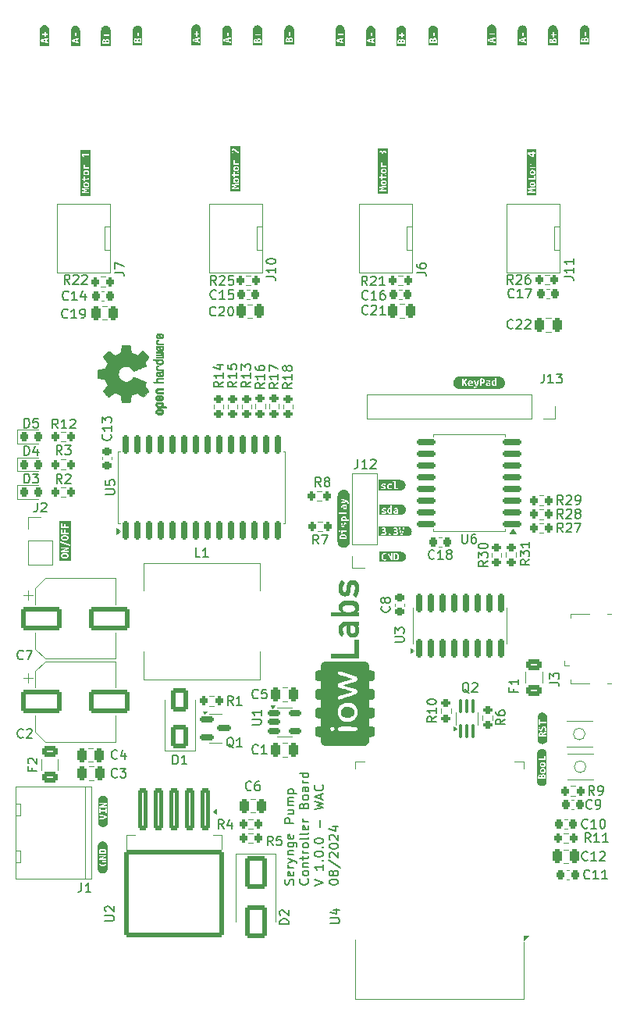
<source format=gto>
G04 #@! TF.GenerationSoftware,KiCad,Pcbnew,8.0.3-8.0.3-0~ubuntu20.04.1*
G04 #@! TF.CreationDate,2024-08-18T22:02:51-04:00*
G04 #@! TF.ProjectId,syringe_pump,73797269-6e67-4655-9f70-756d702e6b69,rev?*
G04 #@! TF.SameCoordinates,Original*
G04 #@! TF.FileFunction,Legend,Top*
G04 #@! TF.FilePolarity,Positive*
%FSLAX46Y46*%
G04 Gerber Fmt 4.6, Leading zero omitted, Abs format (unit mm)*
G04 Created by KiCad (PCBNEW 8.0.3-8.0.3-0~ubuntu20.04.1) date 2024-08-18 22:02:51*
%MOMM*%
%LPD*%
G01*
G04 APERTURE LIST*
G04 Aperture macros list*
%AMRoundRect*
0 Rectangle with rounded corners*
0 $1 Rounding radius*
0 $2 $3 $4 $5 $6 $7 $8 $9 X,Y pos of 4 corners*
0 Add a 4 corners polygon primitive as box body*
4,1,4,$2,$3,$4,$5,$6,$7,$8,$9,$2,$3,0*
0 Add four circle primitives for the rounded corners*
1,1,$1+$1,$2,$3*
1,1,$1+$1,$4,$5*
1,1,$1+$1,$6,$7*
1,1,$1+$1,$8,$9*
0 Add four rect primitives between the rounded corners*
20,1,$1+$1,$2,$3,$4,$5,0*
20,1,$1+$1,$4,$5,$6,$7,0*
20,1,$1+$1,$6,$7,$8,$9,0*
20,1,$1+$1,$8,$9,$2,$3,0*%
G04 Aperture macros list end*
%ADD10C,0.150000*%
%ADD11C,0.120000*%
%ADD12C,0.000000*%
%ADD13C,0.010000*%
%ADD14RoundRect,0.250000X-0.900000X1.500000X-0.900000X-1.500000X0.900000X-1.500000X0.900000X1.500000X0*%
%ADD15RoundRect,0.200000X0.200000X0.275000X-0.200000X0.275000X-0.200000X-0.275000X0.200000X-0.275000X0*%
%ADD16RoundRect,0.250000X-0.250000X-0.475000X0.250000X-0.475000X0.250000X0.475000X-0.250000X0.475000X0*%
%ADD17RoundRect,0.225000X0.225000X0.250000X-0.225000X0.250000X-0.225000X-0.250000X0.225000X-0.250000X0*%
%ADD18RoundRect,0.250000X0.650000X-1.000000X0.650000X1.000000X-0.650000X1.000000X-0.650000X-1.000000X0*%
%ADD19RoundRect,0.200000X0.275000X-0.200000X0.275000X0.200000X-0.275000X0.200000X-0.275000X-0.200000X0*%
%ADD20R,1.500000X0.900000*%
%ADD21R,0.900000X1.500000*%
%ADD22R,4.200000X4.200000*%
%ADD23RoundRect,0.225000X-0.225000X-0.250000X0.225000X-0.250000X0.225000X0.250000X-0.225000X0.250000X0*%
%ADD24RoundRect,0.250000X0.250000X0.475000X-0.250000X0.475000X-0.250000X-0.475000X0.250000X-0.475000X0*%
%ADD25C,1.800000*%
%ADD26RoundRect,0.100000X0.100000X-0.650000X0.100000X0.650000X-0.100000X0.650000X-0.100000X-0.650000X0*%
%ADD27RoundRect,0.250000X-0.300000X2.050000X-0.300000X-2.050000X0.300000X-2.050000X0.300000X2.050000X0*%
%ADD28RoundRect,0.250002X-5.149998X4.449998X-5.149998X-4.449998X5.149998X-4.449998X5.149998X4.449998X0*%
%ADD29RoundRect,0.218750X-0.218750X-0.256250X0.218750X-0.256250X0.218750X0.256250X-0.218750X0.256250X0*%
%ADD30R,1.700000X1.700000*%
%ADD31O,1.700000X1.700000*%
%ADD32RoundRect,0.150000X-0.512500X-0.150000X0.512500X-0.150000X0.512500X0.150000X-0.512500X0.150000X0*%
%ADD33RoundRect,0.250000X-1.950000X-1.000000X1.950000X-1.000000X1.950000X1.000000X-1.950000X1.000000X0*%
%ADD34O,4.000000X2.000000*%
%ADD35RoundRect,0.200000X-0.275000X0.200000X-0.275000X-0.200000X0.275000X-0.200000X0.275000X0.200000X0*%
%ADD36R,1.350000X0.400000*%
%ADD37O,1.550000X0.890000*%
%ADD38R,1.550000X1.200000*%
%ADD39O,0.950000X1.250000*%
%ADD40R,1.550000X1.500000*%
%ADD41R,1.250000X0.900000*%
%ADD42RoundRect,0.200000X-0.200000X-0.275000X0.200000X-0.275000X0.200000X0.275000X-0.200000X0.275000X0*%
%ADD43RoundRect,0.150000X0.150000X-0.825000X0.150000X0.825000X-0.150000X0.825000X-0.150000X-0.825000X0*%
%ADD44R,2.900000X5.400000*%
%ADD45RoundRect,0.150000X0.875000X0.150000X-0.875000X0.150000X-0.875000X-0.150000X0.875000X-0.150000X0*%
%ADD46RoundRect,0.150000X-0.587500X-0.150000X0.587500X-0.150000X0.587500X0.150000X-0.587500X0.150000X0*%
%ADD47RoundRect,0.225000X0.250000X-0.225000X0.250000X0.225000X-0.250000X0.225000X-0.250000X-0.225000X0*%
%ADD48RoundRect,0.250000X-0.625000X0.375000X-0.625000X-0.375000X0.625000X-0.375000X0.625000X0.375000X0*%
%ADD49RoundRect,0.150000X0.150000X-0.875000X0.150000X0.875000X-0.150000X0.875000X-0.150000X-0.875000X0*%
%ADD50RoundRect,0.250000X0.625000X-0.375000X0.625000X0.375000X-0.625000X0.375000X-0.625000X-0.375000X0*%
%ADD51R,2.400000X2.400000*%
%ADD52C,2.400000*%
%ADD53O,2.000000X1.600000*%
G04 APERTURE END LIST*
D10*
X80442368Y-143560839D02*
X80489987Y-143417982D01*
X80489987Y-143417982D02*
X80489987Y-143179887D01*
X80489987Y-143179887D02*
X80442368Y-143084649D01*
X80442368Y-143084649D02*
X80394748Y-143037030D01*
X80394748Y-143037030D02*
X80299510Y-142989411D01*
X80299510Y-142989411D02*
X80204272Y-142989411D01*
X80204272Y-142989411D02*
X80109034Y-143037030D01*
X80109034Y-143037030D02*
X80061415Y-143084649D01*
X80061415Y-143084649D02*
X80013796Y-143179887D01*
X80013796Y-143179887D02*
X79966177Y-143370363D01*
X79966177Y-143370363D02*
X79918558Y-143465601D01*
X79918558Y-143465601D02*
X79870939Y-143513220D01*
X79870939Y-143513220D02*
X79775701Y-143560839D01*
X79775701Y-143560839D02*
X79680463Y-143560839D01*
X79680463Y-143560839D02*
X79585225Y-143513220D01*
X79585225Y-143513220D02*
X79537606Y-143465601D01*
X79537606Y-143465601D02*
X79489987Y-143370363D01*
X79489987Y-143370363D02*
X79489987Y-143132268D01*
X79489987Y-143132268D02*
X79537606Y-142989411D01*
X80442368Y-142179887D02*
X80489987Y-142275125D01*
X80489987Y-142275125D02*
X80489987Y-142465601D01*
X80489987Y-142465601D02*
X80442368Y-142560839D01*
X80442368Y-142560839D02*
X80347129Y-142608458D01*
X80347129Y-142608458D02*
X79966177Y-142608458D01*
X79966177Y-142608458D02*
X79870939Y-142560839D01*
X79870939Y-142560839D02*
X79823320Y-142465601D01*
X79823320Y-142465601D02*
X79823320Y-142275125D01*
X79823320Y-142275125D02*
X79870939Y-142179887D01*
X79870939Y-142179887D02*
X79966177Y-142132268D01*
X79966177Y-142132268D02*
X80061415Y-142132268D01*
X80061415Y-142132268D02*
X80156653Y-142608458D01*
X80489987Y-141703696D02*
X79823320Y-141703696D01*
X80013796Y-141703696D02*
X79918558Y-141656077D01*
X79918558Y-141656077D02*
X79870939Y-141608458D01*
X79870939Y-141608458D02*
X79823320Y-141513220D01*
X79823320Y-141513220D02*
X79823320Y-141417982D01*
X79823320Y-141179886D02*
X80489987Y-140941791D01*
X79823320Y-140703696D02*
X80489987Y-140941791D01*
X80489987Y-140941791D02*
X80728082Y-141037029D01*
X80728082Y-141037029D02*
X80775701Y-141084648D01*
X80775701Y-141084648D02*
X80823320Y-141179886D01*
X79823320Y-140322743D02*
X80489987Y-140322743D01*
X79918558Y-140322743D02*
X79870939Y-140275124D01*
X79870939Y-140275124D02*
X79823320Y-140179886D01*
X79823320Y-140179886D02*
X79823320Y-140037029D01*
X79823320Y-140037029D02*
X79870939Y-139941791D01*
X79870939Y-139941791D02*
X79966177Y-139894172D01*
X79966177Y-139894172D02*
X80489987Y-139894172D01*
X79823320Y-138989410D02*
X80632844Y-138989410D01*
X80632844Y-138989410D02*
X80728082Y-139037029D01*
X80728082Y-139037029D02*
X80775701Y-139084648D01*
X80775701Y-139084648D02*
X80823320Y-139179886D01*
X80823320Y-139179886D02*
X80823320Y-139322743D01*
X80823320Y-139322743D02*
X80775701Y-139417981D01*
X80442368Y-138989410D02*
X80489987Y-139084648D01*
X80489987Y-139084648D02*
X80489987Y-139275124D01*
X80489987Y-139275124D02*
X80442368Y-139370362D01*
X80442368Y-139370362D02*
X80394748Y-139417981D01*
X80394748Y-139417981D02*
X80299510Y-139465600D01*
X80299510Y-139465600D02*
X80013796Y-139465600D01*
X80013796Y-139465600D02*
X79918558Y-139417981D01*
X79918558Y-139417981D02*
X79870939Y-139370362D01*
X79870939Y-139370362D02*
X79823320Y-139275124D01*
X79823320Y-139275124D02*
X79823320Y-139084648D01*
X79823320Y-139084648D02*
X79870939Y-138989410D01*
X80442368Y-138132267D02*
X80489987Y-138227505D01*
X80489987Y-138227505D02*
X80489987Y-138417981D01*
X80489987Y-138417981D02*
X80442368Y-138513219D01*
X80442368Y-138513219D02*
X80347129Y-138560838D01*
X80347129Y-138560838D02*
X79966177Y-138560838D01*
X79966177Y-138560838D02*
X79870939Y-138513219D01*
X79870939Y-138513219D02*
X79823320Y-138417981D01*
X79823320Y-138417981D02*
X79823320Y-138227505D01*
X79823320Y-138227505D02*
X79870939Y-138132267D01*
X79870939Y-138132267D02*
X79966177Y-138084648D01*
X79966177Y-138084648D02*
X80061415Y-138084648D01*
X80061415Y-138084648D02*
X80156653Y-138560838D01*
X80489987Y-136894171D02*
X79489987Y-136894171D01*
X79489987Y-136894171D02*
X79489987Y-136513219D01*
X79489987Y-136513219D02*
X79537606Y-136417981D01*
X79537606Y-136417981D02*
X79585225Y-136370362D01*
X79585225Y-136370362D02*
X79680463Y-136322743D01*
X79680463Y-136322743D02*
X79823320Y-136322743D01*
X79823320Y-136322743D02*
X79918558Y-136370362D01*
X79918558Y-136370362D02*
X79966177Y-136417981D01*
X79966177Y-136417981D02*
X80013796Y-136513219D01*
X80013796Y-136513219D02*
X80013796Y-136894171D01*
X79823320Y-135465600D02*
X80489987Y-135465600D01*
X79823320Y-135894171D02*
X80347129Y-135894171D01*
X80347129Y-135894171D02*
X80442368Y-135846552D01*
X80442368Y-135846552D02*
X80489987Y-135751314D01*
X80489987Y-135751314D02*
X80489987Y-135608457D01*
X80489987Y-135608457D02*
X80442368Y-135513219D01*
X80442368Y-135513219D02*
X80394748Y-135465600D01*
X80489987Y-134989409D02*
X79823320Y-134989409D01*
X79918558Y-134989409D02*
X79870939Y-134941790D01*
X79870939Y-134941790D02*
X79823320Y-134846552D01*
X79823320Y-134846552D02*
X79823320Y-134703695D01*
X79823320Y-134703695D02*
X79870939Y-134608457D01*
X79870939Y-134608457D02*
X79966177Y-134560838D01*
X79966177Y-134560838D02*
X80489987Y-134560838D01*
X79966177Y-134560838D02*
X79870939Y-134513219D01*
X79870939Y-134513219D02*
X79823320Y-134417981D01*
X79823320Y-134417981D02*
X79823320Y-134275124D01*
X79823320Y-134275124D02*
X79870939Y-134179885D01*
X79870939Y-134179885D02*
X79966177Y-134132266D01*
X79966177Y-134132266D02*
X80489987Y-134132266D01*
X79823320Y-133656076D02*
X80823320Y-133656076D01*
X79870939Y-133656076D02*
X79823320Y-133560838D01*
X79823320Y-133560838D02*
X79823320Y-133370362D01*
X79823320Y-133370362D02*
X79870939Y-133275124D01*
X79870939Y-133275124D02*
X79918558Y-133227505D01*
X79918558Y-133227505D02*
X80013796Y-133179886D01*
X80013796Y-133179886D02*
X80299510Y-133179886D01*
X80299510Y-133179886D02*
X80394748Y-133227505D01*
X80394748Y-133227505D02*
X80442368Y-133275124D01*
X80442368Y-133275124D02*
X80489987Y-133370362D01*
X80489987Y-133370362D02*
X80489987Y-133560838D01*
X80489987Y-133560838D02*
X80442368Y-133656076D01*
X82004692Y-142941792D02*
X82052312Y-142989411D01*
X82052312Y-142989411D02*
X82099931Y-143132268D01*
X82099931Y-143132268D02*
X82099931Y-143227506D01*
X82099931Y-143227506D02*
X82052312Y-143370363D01*
X82052312Y-143370363D02*
X81957073Y-143465601D01*
X81957073Y-143465601D02*
X81861835Y-143513220D01*
X81861835Y-143513220D02*
X81671359Y-143560839D01*
X81671359Y-143560839D02*
X81528502Y-143560839D01*
X81528502Y-143560839D02*
X81338026Y-143513220D01*
X81338026Y-143513220D02*
X81242788Y-143465601D01*
X81242788Y-143465601D02*
X81147550Y-143370363D01*
X81147550Y-143370363D02*
X81099931Y-143227506D01*
X81099931Y-143227506D02*
X81099931Y-143132268D01*
X81099931Y-143132268D02*
X81147550Y-142989411D01*
X81147550Y-142989411D02*
X81195169Y-142941792D01*
X82099931Y-142370363D02*
X82052312Y-142465601D01*
X82052312Y-142465601D02*
X82004692Y-142513220D01*
X82004692Y-142513220D02*
X81909454Y-142560839D01*
X81909454Y-142560839D02*
X81623740Y-142560839D01*
X81623740Y-142560839D02*
X81528502Y-142513220D01*
X81528502Y-142513220D02*
X81480883Y-142465601D01*
X81480883Y-142465601D02*
X81433264Y-142370363D01*
X81433264Y-142370363D02*
X81433264Y-142227506D01*
X81433264Y-142227506D02*
X81480883Y-142132268D01*
X81480883Y-142132268D02*
X81528502Y-142084649D01*
X81528502Y-142084649D02*
X81623740Y-142037030D01*
X81623740Y-142037030D02*
X81909454Y-142037030D01*
X81909454Y-142037030D02*
X82004692Y-142084649D01*
X82004692Y-142084649D02*
X82052312Y-142132268D01*
X82052312Y-142132268D02*
X82099931Y-142227506D01*
X82099931Y-142227506D02*
X82099931Y-142370363D01*
X81433264Y-141608458D02*
X82099931Y-141608458D01*
X81528502Y-141608458D02*
X81480883Y-141560839D01*
X81480883Y-141560839D02*
X81433264Y-141465601D01*
X81433264Y-141465601D02*
X81433264Y-141322744D01*
X81433264Y-141322744D02*
X81480883Y-141227506D01*
X81480883Y-141227506D02*
X81576121Y-141179887D01*
X81576121Y-141179887D02*
X82099931Y-141179887D01*
X81433264Y-140846553D02*
X81433264Y-140465601D01*
X81099931Y-140703696D02*
X81957073Y-140703696D01*
X81957073Y-140703696D02*
X82052312Y-140656077D01*
X82052312Y-140656077D02*
X82099931Y-140560839D01*
X82099931Y-140560839D02*
X82099931Y-140465601D01*
X82099931Y-140132267D02*
X81433264Y-140132267D01*
X81623740Y-140132267D02*
X81528502Y-140084648D01*
X81528502Y-140084648D02*
X81480883Y-140037029D01*
X81480883Y-140037029D02*
X81433264Y-139941791D01*
X81433264Y-139941791D02*
X81433264Y-139846553D01*
X82099931Y-139370362D02*
X82052312Y-139465600D01*
X82052312Y-139465600D02*
X82004692Y-139513219D01*
X82004692Y-139513219D02*
X81909454Y-139560838D01*
X81909454Y-139560838D02*
X81623740Y-139560838D01*
X81623740Y-139560838D02*
X81528502Y-139513219D01*
X81528502Y-139513219D02*
X81480883Y-139465600D01*
X81480883Y-139465600D02*
X81433264Y-139370362D01*
X81433264Y-139370362D02*
X81433264Y-139227505D01*
X81433264Y-139227505D02*
X81480883Y-139132267D01*
X81480883Y-139132267D02*
X81528502Y-139084648D01*
X81528502Y-139084648D02*
X81623740Y-139037029D01*
X81623740Y-139037029D02*
X81909454Y-139037029D01*
X81909454Y-139037029D02*
X82004692Y-139084648D01*
X82004692Y-139084648D02*
X82052312Y-139132267D01*
X82052312Y-139132267D02*
X82099931Y-139227505D01*
X82099931Y-139227505D02*
X82099931Y-139370362D01*
X82099931Y-138465600D02*
X82052312Y-138560838D01*
X82052312Y-138560838D02*
X81957073Y-138608457D01*
X81957073Y-138608457D02*
X81099931Y-138608457D01*
X82099931Y-137941790D02*
X82052312Y-138037028D01*
X82052312Y-138037028D02*
X81957073Y-138084647D01*
X81957073Y-138084647D02*
X81099931Y-138084647D01*
X82052312Y-137179885D02*
X82099931Y-137275123D01*
X82099931Y-137275123D02*
X82099931Y-137465599D01*
X82099931Y-137465599D02*
X82052312Y-137560837D01*
X82052312Y-137560837D02*
X81957073Y-137608456D01*
X81957073Y-137608456D02*
X81576121Y-137608456D01*
X81576121Y-137608456D02*
X81480883Y-137560837D01*
X81480883Y-137560837D02*
X81433264Y-137465599D01*
X81433264Y-137465599D02*
X81433264Y-137275123D01*
X81433264Y-137275123D02*
X81480883Y-137179885D01*
X81480883Y-137179885D02*
X81576121Y-137132266D01*
X81576121Y-137132266D02*
X81671359Y-137132266D01*
X81671359Y-137132266D02*
X81766597Y-137608456D01*
X82099931Y-136703694D02*
X81433264Y-136703694D01*
X81623740Y-136703694D02*
X81528502Y-136656075D01*
X81528502Y-136656075D02*
X81480883Y-136608456D01*
X81480883Y-136608456D02*
X81433264Y-136513218D01*
X81433264Y-136513218D02*
X81433264Y-136417980D01*
X81576121Y-134989408D02*
X81623740Y-134846551D01*
X81623740Y-134846551D02*
X81671359Y-134798932D01*
X81671359Y-134798932D02*
X81766597Y-134751313D01*
X81766597Y-134751313D02*
X81909454Y-134751313D01*
X81909454Y-134751313D02*
X82004692Y-134798932D01*
X82004692Y-134798932D02*
X82052312Y-134846551D01*
X82052312Y-134846551D02*
X82099931Y-134941789D01*
X82099931Y-134941789D02*
X82099931Y-135322741D01*
X82099931Y-135322741D02*
X81099931Y-135322741D01*
X81099931Y-135322741D02*
X81099931Y-134989408D01*
X81099931Y-134989408D02*
X81147550Y-134894170D01*
X81147550Y-134894170D02*
X81195169Y-134846551D01*
X81195169Y-134846551D02*
X81290407Y-134798932D01*
X81290407Y-134798932D02*
X81385645Y-134798932D01*
X81385645Y-134798932D02*
X81480883Y-134846551D01*
X81480883Y-134846551D02*
X81528502Y-134894170D01*
X81528502Y-134894170D02*
X81576121Y-134989408D01*
X81576121Y-134989408D02*
X81576121Y-135322741D01*
X82099931Y-134179884D02*
X82052312Y-134275122D01*
X82052312Y-134275122D02*
X82004692Y-134322741D01*
X82004692Y-134322741D02*
X81909454Y-134370360D01*
X81909454Y-134370360D02*
X81623740Y-134370360D01*
X81623740Y-134370360D02*
X81528502Y-134322741D01*
X81528502Y-134322741D02*
X81480883Y-134275122D01*
X81480883Y-134275122D02*
X81433264Y-134179884D01*
X81433264Y-134179884D02*
X81433264Y-134037027D01*
X81433264Y-134037027D02*
X81480883Y-133941789D01*
X81480883Y-133941789D02*
X81528502Y-133894170D01*
X81528502Y-133894170D02*
X81623740Y-133846551D01*
X81623740Y-133846551D02*
X81909454Y-133846551D01*
X81909454Y-133846551D02*
X82004692Y-133894170D01*
X82004692Y-133894170D02*
X82052312Y-133941789D01*
X82052312Y-133941789D02*
X82099931Y-134037027D01*
X82099931Y-134037027D02*
X82099931Y-134179884D01*
X82099931Y-132989408D02*
X81576121Y-132989408D01*
X81576121Y-132989408D02*
X81480883Y-133037027D01*
X81480883Y-133037027D02*
X81433264Y-133132265D01*
X81433264Y-133132265D02*
X81433264Y-133322741D01*
X81433264Y-133322741D02*
X81480883Y-133417979D01*
X82052312Y-132989408D02*
X82099931Y-133084646D01*
X82099931Y-133084646D02*
X82099931Y-133322741D01*
X82099931Y-133322741D02*
X82052312Y-133417979D01*
X82052312Y-133417979D02*
X81957073Y-133465598D01*
X81957073Y-133465598D02*
X81861835Y-133465598D01*
X81861835Y-133465598D02*
X81766597Y-133417979D01*
X81766597Y-133417979D02*
X81718978Y-133322741D01*
X81718978Y-133322741D02*
X81718978Y-133084646D01*
X81718978Y-133084646D02*
X81671359Y-132989408D01*
X82099931Y-132513217D02*
X81433264Y-132513217D01*
X81623740Y-132513217D02*
X81528502Y-132465598D01*
X81528502Y-132465598D02*
X81480883Y-132417979D01*
X81480883Y-132417979D02*
X81433264Y-132322741D01*
X81433264Y-132322741D02*
X81433264Y-132227503D01*
X82099931Y-131465598D02*
X81099931Y-131465598D01*
X82052312Y-131465598D02*
X82099931Y-131560836D01*
X82099931Y-131560836D02*
X82099931Y-131751312D01*
X82099931Y-131751312D02*
X82052312Y-131846550D01*
X82052312Y-131846550D02*
X82004692Y-131894169D01*
X82004692Y-131894169D02*
X81909454Y-131941788D01*
X81909454Y-131941788D02*
X81623740Y-131941788D01*
X81623740Y-131941788D02*
X81528502Y-131894169D01*
X81528502Y-131894169D02*
X81480883Y-131846550D01*
X81480883Y-131846550D02*
X81433264Y-131751312D01*
X81433264Y-131751312D02*
X81433264Y-131560836D01*
X81433264Y-131560836D02*
X81480883Y-131465598D01*
X82709875Y-143656077D02*
X83709875Y-143322744D01*
X83709875Y-143322744D02*
X82709875Y-142989411D01*
X83709875Y-141370363D02*
X83709875Y-141941791D01*
X83709875Y-141656077D02*
X82709875Y-141656077D01*
X82709875Y-141656077D02*
X82852732Y-141751315D01*
X82852732Y-141751315D02*
X82947970Y-141846553D01*
X82947970Y-141846553D02*
X82995589Y-141941791D01*
X83614636Y-140941791D02*
X83662256Y-140894172D01*
X83662256Y-140894172D02*
X83709875Y-140941791D01*
X83709875Y-140941791D02*
X83662256Y-140989410D01*
X83662256Y-140989410D02*
X83614636Y-140941791D01*
X83614636Y-140941791D02*
X83709875Y-140941791D01*
X82709875Y-140275125D02*
X82709875Y-140179887D01*
X82709875Y-140179887D02*
X82757494Y-140084649D01*
X82757494Y-140084649D02*
X82805113Y-140037030D01*
X82805113Y-140037030D02*
X82900351Y-139989411D01*
X82900351Y-139989411D02*
X83090827Y-139941792D01*
X83090827Y-139941792D02*
X83328922Y-139941792D01*
X83328922Y-139941792D02*
X83519398Y-139989411D01*
X83519398Y-139989411D02*
X83614636Y-140037030D01*
X83614636Y-140037030D02*
X83662256Y-140084649D01*
X83662256Y-140084649D02*
X83709875Y-140179887D01*
X83709875Y-140179887D02*
X83709875Y-140275125D01*
X83709875Y-140275125D02*
X83662256Y-140370363D01*
X83662256Y-140370363D02*
X83614636Y-140417982D01*
X83614636Y-140417982D02*
X83519398Y-140465601D01*
X83519398Y-140465601D02*
X83328922Y-140513220D01*
X83328922Y-140513220D02*
X83090827Y-140513220D01*
X83090827Y-140513220D02*
X82900351Y-140465601D01*
X82900351Y-140465601D02*
X82805113Y-140417982D01*
X82805113Y-140417982D02*
X82757494Y-140370363D01*
X82757494Y-140370363D02*
X82709875Y-140275125D01*
X83614636Y-139513220D02*
X83662256Y-139465601D01*
X83662256Y-139465601D02*
X83709875Y-139513220D01*
X83709875Y-139513220D02*
X83662256Y-139560839D01*
X83662256Y-139560839D02*
X83614636Y-139513220D01*
X83614636Y-139513220D02*
X83709875Y-139513220D01*
X82709875Y-138846554D02*
X82709875Y-138751316D01*
X82709875Y-138751316D02*
X82757494Y-138656078D01*
X82757494Y-138656078D02*
X82805113Y-138608459D01*
X82805113Y-138608459D02*
X82900351Y-138560840D01*
X82900351Y-138560840D02*
X83090827Y-138513221D01*
X83090827Y-138513221D02*
X83328922Y-138513221D01*
X83328922Y-138513221D02*
X83519398Y-138560840D01*
X83519398Y-138560840D02*
X83614636Y-138608459D01*
X83614636Y-138608459D02*
X83662256Y-138656078D01*
X83662256Y-138656078D02*
X83709875Y-138751316D01*
X83709875Y-138751316D02*
X83709875Y-138846554D01*
X83709875Y-138846554D02*
X83662256Y-138941792D01*
X83662256Y-138941792D02*
X83614636Y-138989411D01*
X83614636Y-138989411D02*
X83519398Y-139037030D01*
X83519398Y-139037030D02*
X83328922Y-139084649D01*
X83328922Y-139084649D02*
X83090827Y-139084649D01*
X83090827Y-139084649D02*
X82900351Y-139037030D01*
X82900351Y-139037030D02*
X82805113Y-138989411D01*
X82805113Y-138989411D02*
X82757494Y-138941792D01*
X82757494Y-138941792D02*
X82709875Y-138846554D01*
X83328922Y-137322744D02*
X83328922Y-136560840D01*
X82709875Y-135417982D02*
X83709875Y-135179887D01*
X83709875Y-135179887D02*
X82995589Y-134989411D01*
X82995589Y-134989411D02*
X83709875Y-134798935D01*
X83709875Y-134798935D02*
X82709875Y-134560840D01*
X83424160Y-134227506D02*
X83424160Y-133751316D01*
X83709875Y-134322744D02*
X82709875Y-133989411D01*
X82709875Y-133989411D02*
X83709875Y-133656078D01*
X83614636Y-132751316D02*
X83662256Y-132798935D01*
X83662256Y-132798935D02*
X83709875Y-132941792D01*
X83709875Y-132941792D02*
X83709875Y-133037030D01*
X83709875Y-133037030D02*
X83662256Y-133179887D01*
X83662256Y-133179887D02*
X83567017Y-133275125D01*
X83567017Y-133275125D02*
X83471779Y-133322744D01*
X83471779Y-133322744D02*
X83281303Y-133370363D01*
X83281303Y-133370363D02*
X83138446Y-133370363D01*
X83138446Y-133370363D02*
X82947970Y-133322744D01*
X82947970Y-133322744D02*
X82852732Y-133275125D01*
X82852732Y-133275125D02*
X82757494Y-133179887D01*
X82757494Y-133179887D02*
X82709875Y-133037030D01*
X82709875Y-133037030D02*
X82709875Y-132941792D01*
X82709875Y-132941792D02*
X82757494Y-132798935D01*
X82757494Y-132798935D02*
X82805113Y-132751316D01*
X84319819Y-143322744D02*
X84319819Y-143227506D01*
X84319819Y-143227506D02*
X84367438Y-143132268D01*
X84367438Y-143132268D02*
X84415057Y-143084649D01*
X84415057Y-143084649D02*
X84510295Y-143037030D01*
X84510295Y-143037030D02*
X84700771Y-142989411D01*
X84700771Y-142989411D02*
X84938866Y-142989411D01*
X84938866Y-142989411D02*
X85129342Y-143037030D01*
X85129342Y-143037030D02*
X85224580Y-143084649D01*
X85224580Y-143084649D02*
X85272200Y-143132268D01*
X85272200Y-143132268D02*
X85319819Y-143227506D01*
X85319819Y-143227506D02*
X85319819Y-143322744D01*
X85319819Y-143322744D02*
X85272200Y-143417982D01*
X85272200Y-143417982D02*
X85224580Y-143465601D01*
X85224580Y-143465601D02*
X85129342Y-143513220D01*
X85129342Y-143513220D02*
X84938866Y-143560839D01*
X84938866Y-143560839D02*
X84700771Y-143560839D01*
X84700771Y-143560839D02*
X84510295Y-143513220D01*
X84510295Y-143513220D02*
X84415057Y-143465601D01*
X84415057Y-143465601D02*
X84367438Y-143417982D01*
X84367438Y-143417982D02*
X84319819Y-143322744D01*
X84748390Y-142417982D02*
X84700771Y-142513220D01*
X84700771Y-142513220D02*
X84653152Y-142560839D01*
X84653152Y-142560839D02*
X84557914Y-142608458D01*
X84557914Y-142608458D02*
X84510295Y-142608458D01*
X84510295Y-142608458D02*
X84415057Y-142560839D01*
X84415057Y-142560839D02*
X84367438Y-142513220D01*
X84367438Y-142513220D02*
X84319819Y-142417982D01*
X84319819Y-142417982D02*
X84319819Y-142227506D01*
X84319819Y-142227506D02*
X84367438Y-142132268D01*
X84367438Y-142132268D02*
X84415057Y-142084649D01*
X84415057Y-142084649D02*
X84510295Y-142037030D01*
X84510295Y-142037030D02*
X84557914Y-142037030D01*
X84557914Y-142037030D02*
X84653152Y-142084649D01*
X84653152Y-142084649D02*
X84700771Y-142132268D01*
X84700771Y-142132268D02*
X84748390Y-142227506D01*
X84748390Y-142227506D02*
X84748390Y-142417982D01*
X84748390Y-142417982D02*
X84796009Y-142513220D01*
X84796009Y-142513220D02*
X84843628Y-142560839D01*
X84843628Y-142560839D02*
X84938866Y-142608458D01*
X84938866Y-142608458D02*
X85129342Y-142608458D01*
X85129342Y-142608458D02*
X85224580Y-142560839D01*
X85224580Y-142560839D02*
X85272200Y-142513220D01*
X85272200Y-142513220D02*
X85319819Y-142417982D01*
X85319819Y-142417982D02*
X85319819Y-142227506D01*
X85319819Y-142227506D02*
X85272200Y-142132268D01*
X85272200Y-142132268D02*
X85224580Y-142084649D01*
X85224580Y-142084649D02*
X85129342Y-142037030D01*
X85129342Y-142037030D02*
X84938866Y-142037030D01*
X84938866Y-142037030D02*
X84843628Y-142084649D01*
X84843628Y-142084649D02*
X84796009Y-142132268D01*
X84796009Y-142132268D02*
X84748390Y-142227506D01*
X84272200Y-140894173D02*
X85557914Y-141751315D01*
X84415057Y-140608458D02*
X84367438Y-140560839D01*
X84367438Y-140560839D02*
X84319819Y-140465601D01*
X84319819Y-140465601D02*
X84319819Y-140227506D01*
X84319819Y-140227506D02*
X84367438Y-140132268D01*
X84367438Y-140132268D02*
X84415057Y-140084649D01*
X84415057Y-140084649D02*
X84510295Y-140037030D01*
X84510295Y-140037030D02*
X84605533Y-140037030D01*
X84605533Y-140037030D02*
X84748390Y-140084649D01*
X84748390Y-140084649D02*
X85319819Y-140656077D01*
X85319819Y-140656077D02*
X85319819Y-140037030D01*
X84319819Y-139417982D02*
X84319819Y-139322744D01*
X84319819Y-139322744D02*
X84367438Y-139227506D01*
X84367438Y-139227506D02*
X84415057Y-139179887D01*
X84415057Y-139179887D02*
X84510295Y-139132268D01*
X84510295Y-139132268D02*
X84700771Y-139084649D01*
X84700771Y-139084649D02*
X84938866Y-139084649D01*
X84938866Y-139084649D02*
X85129342Y-139132268D01*
X85129342Y-139132268D02*
X85224580Y-139179887D01*
X85224580Y-139179887D02*
X85272200Y-139227506D01*
X85272200Y-139227506D02*
X85319819Y-139322744D01*
X85319819Y-139322744D02*
X85319819Y-139417982D01*
X85319819Y-139417982D02*
X85272200Y-139513220D01*
X85272200Y-139513220D02*
X85224580Y-139560839D01*
X85224580Y-139560839D02*
X85129342Y-139608458D01*
X85129342Y-139608458D02*
X84938866Y-139656077D01*
X84938866Y-139656077D02*
X84700771Y-139656077D01*
X84700771Y-139656077D02*
X84510295Y-139608458D01*
X84510295Y-139608458D02*
X84415057Y-139560839D01*
X84415057Y-139560839D02*
X84367438Y-139513220D01*
X84367438Y-139513220D02*
X84319819Y-139417982D01*
X84415057Y-138703696D02*
X84367438Y-138656077D01*
X84367438Y-138656077D02*
X84319819Y-138560839D01*
X84319819Y-138560839D02*
X84319819Y-138322744D01*
X84319819Y-138322744D02*
X84367438Y-138227506D01*
X84367438Y-138227506D02*
X84415057Y-138179887D01*
X84415057Y-138179887D02*
X84510295Y-138132268D01*
X84510295Y-138132268D02*
X84605533Y-138132268D01*
X84605533Y-138132268D02*
X84748390Y-138179887D01*
X84748390Y-138179887D02*
X85319819Y-138751315D01*
X85319819Y-138751315D02*
X85319819Y-138132268D01*
X84653152Y-137275125D02*
X85319819Y-137275125D01*
X84272200Y-137513220D02*
X84986485Y-137751315D01*
X84986485Y-137751315D02*
X84986485Y-137132268D01*
X79954819Y-147838094D02*
X78954819Y-147838094D01*
X78954819Y-147838094D02*
X78954819Y-147599999D01*
X78954819Y-147599999D02*
X79002438Y-147457142D01*
X79002438Y-147457142D02*
X79097676Y-147361904D01*
X79097676Y-147361904D02*
X79192914Y-147314285D01*
X79192914Y-147314285D02*
X79383390Y-147266666D01*
X79383390Y-147266666D02*
X79526247Y-147266666D01*
X79526247Y-147266666D02*
X79716723Y-147314285D01*
X79716723Y-147314285D02*
X79811961Y-147361904D01*
X79811961Y-147361904D02*
X79907200Y-147457142D01*
X79907200Y-147457142D02*
X79954819Y-147599999D01*
X79954819Y-147599999D02*
X79954819Y-147838094D01*
X79050057Y-146885713D02*
X79002438Y-146838094D01*
X79002438Y-146838094D02*
X78954819Y-146742856D01*
X78954819Y-146742856D02*
X78954819Y-146504761D01*
X78954819Y-146504761D02*
X79002438Y-146409523D01*
X79002438Y-146409523D02*
X79050057Y-146361904D01*
X79050057Y-146361904D02*
X79145295Y-146314285D01*
X79145295Y-146314285D02*
X79240533Y-146314285D01*
X79240533Y-146314285D02*
X79383390Y-146361904D01*
X79383390Y-146361904D02*
X79954819Y-146933332D01*
X79954819Y-146933332D02*
X79954819Y-146314285D01*
X55333333Y-96954819D02*
X55000000Y-96478628D01*
X54761905Y-96954819D02*
X54761905Y-95954819D01*
X54761905Y-95954819D02*
X55142857Y-95954819D01*
X55142857Y-95954819D02*
X55238095Y-96002438D01*
X55238095Y-96002438D02*
X55285714Y-96050057D01*
X55285714Y-96050057D02*
X55333333Y-96145295D01*
X55333333Y-96145295D02*
X55333333Y-96288152D01*
X55333333Y-96288152D02*
X55285714Y-96383390D01*
X55285714Y-96383390D02*
X55238095Y-96431009D01*
X55238095Y-96431009D02*
X55142857Y-96478628D01*
X55142857Y-96478628D02*
X54761905Y-96478628D01*
X55666667Y-95954819D02*
X56285714Y-95954819D01*
X56285714Y-95954819D02*
X55952381Y-96335771D01*
X55952381Y-96335771D02*
X56095238Y-96335771D01*
X56095238Y-96335771D02*
X56190476Y-96383390D01*
X56190476Y-96383390D02*
X56238095Y-96431009D01*
X56238095Y-96431009D02*
X56285714Y-96526247D01*
X56285714Y-96526247D02*
X56285714Y-96764342D01*
X56285714Y-96764342D02*
X56238095Y-96859580D01*
X56238095Y-96859580D02*
X56190476Y-96907200D01*
X56190476Y-96907200D02*
X56095238Y-96954819D01*
X56095238Y-96954819D02*
X55809524Y-96954819D01*
X55809524Y-96954819D02*
X55714286Y-96907200D01*
X55714286Y-96907200D02*
X55666667Y-96859580D01*
X61333333Y-129859580D02*
X61285714Y-129907200D01*
X61285714Y-129907200D02*
X61142857Y-129954819D01*
X61142857Y-129954819D02*
X61047619Y-129954819D01*
X61047619Y-129954819D02*
X60904762Y-129907200D01*
X60904762Y-129907200D02*
X60809524Y-129811961D01*
X60809524Y-129811961D02*
X60761905Y-129716723D01*
X60761905Y-129716723D02*
X60714286Y-129526247D01*
X60714286Y-129526247D02*
X60714286Y-129383390D01*
X60714286Y-129383390D02*
X60761905Y-129192914D01*
X60761905Y-129192914D02*
X60809524Y-129097676D01*
X60809524Y-129097676D02*
X60904762Y-129002438D01*
X60904762Y-129002438D02*
X61047619Y-128954819D01*
X61047619Y-128954819D02*
X61142857Y-128954819D01*
X61142857Y-128954819D02*
X61285714Y-129002438D01*
X61285714Y-129002438D02*
X61333333Y-129050057D01*
X62190476Y-129288152D02*
X62190476Y-129954819D01*
X61952381Y-128907200D02*
X61714286Y-129621485D01*
X61714286Y-129621485D02*
X62333333Y-129621485D01*
X95732142Y-108194580D02*
X95684523Y-108242200D01*
X95684523Y-108242200D02*
X95541666Y-108289819D01*
X95541666Y-108289819D02*
X95446428Y-108289819D01*
X95446428Y-108289819D02*
X95303571Y-108242200D01*
X95303571Y-108242200D02*
X95208333Y-108146961D01*
X95208333Y-108146961D02*
X95160714Y-108051723D01*
X95160714Y-108051723D02*
X95113095Y-107861247D01*
X95113095Y-107861247D02*
X95113095Y-107718390D01*
X95113095Y-107718390D02*
X95160714Y-107527914D01*
X95160714Y-107527914D02*
X95208333Y-107432676D01*
X95208333Y-107432676D02*
X95303571Y-107337438D01*
X95303571Y-107337438D02*
X95446428Y-107289819D01*
X95446428Y-107289819D02*
X95541666Y-107289819D01*
X95541666Y-107289819D02*
X95684523Y-107337438D01*
X95684523Y-107337438D02*
X95732142Y-107385057D01*
X96684523Y-108289819D02*
X96113095Y-108289819D01*
X96398809Y-108289819D02*
X96398809Y-107289819D01*
X96398809Y-107289819D02*
X96303571Y-107432676D01*
X96303571Y-107432676D02*
X96208333Y-107527914D01*
X96208333Y-107527914D02*
X96113095Y-107575533D01*
X97255952Y-107718390D02*
X97160714Y-107670771D01*
X97160714Y-107670771D02*
X97113095Y-107623152D01*
X97113095Y-107623152D02*
X97065476Y-107527914D01*
X97065476Y-107527914D02*
X97065476Y-107480295D01*
X97065476Y-107480295D02*
X97113095Y-107385057D01*
X97113095Y-107385057D02*
X97160714Y-107337438D01*
X97160714Y-107337438D02*
X97255952Y-107289819D01*
X97255952Y-107289819D02*
X97446428Y-107289819D01*
X97446428Y-107289819D02*
X97541666Y-107337438D01*
X97541666Y-107337438D02*
X97589285Y-107385057D01*
X97589285Y-107385057D02*
X97636904Y-107480295D01*
X97636904Y-107480295D02*
X97636904Y-107527914D01*
X97636904Y-107527914D02*
X97589285Y-107623152D01*
X97589285Y-107623152D02*
X97541666Y-107670771D01*
X97541666Y-107670771D02*
X97446428Y-107718390D01*
X97446428Y-107718390D02*
X97255952Y-107718390D01*
X97255952Y-107718390D02*
X97160714Y-107766009D01*
X97160714Y-107766009D02*
X97113095Y-107813628D01*
X97113095Y-107813628D02*
X97065476Y-107908866D01*
X97065476Y-107908866D02*
X97065476Y-108099342D01*
X97065476Y-108099342D02*
X97113095Y-108194580D01*
X97113095Y-108194580D02*
X97160714Y-108242200D01*
X97160714Y-108242200D02*
X97255952Y-108289819D01*
X97255952Y-108289819D02*
X97446428Y-108289819D01*
X97446428Y-108289819D02*
X97541666Y-108242200D01*
X97541666Y-108242200D02*
X97589285Y-108194580D01*
X97589285Y-108194580D02*
X97636904Y-108099342D01*
X97636904Y-108099342D02*
X97636904Y-107908866D01*
X97636904Y-107908866D02*
X97589285Y-107813628D01*
X97589285Y-107813628D02*
X97541666Y-107766009D01*
X97541666Y-107766009D02*
X97446428Y-107718390D01*
X67361905Y-130504819D02*
X67361905Y-129504819D01*
X67361905Y-129504819D02*
X67600000Y-129504819D01*
X67600000Y-129504819D02*
X67742857Y-129552438D01*
X67742857Y-129552438D02*
X67838095Y-129647676D01*
X67838095Y-129647676D02*
X67885714Y-129742914D01*
X67885714Y-129742914D02*
X67933333Y-129933390D01*
X67933333Y-129933390D02*
X67933333Y-130076247D01*
X67933333Y-130076247D02*
X67885714Y-130266723D01*
X67885714Y-130266723D02*
X67838095Y-130361961D01*
X67838095Y-130361961D02*
X67742857Y-130457200D01*
X67742857Y-130457200D02*
X67600000Y-130504819D01*
X67600000Y-130504819D02*
X67361905Y-130504819D01*
X68885714Y-130504819D02*
X68314286Y-130504819D01*
X68600000Y-130504819D02*
X68600000Y-129504819D01*
X68600000Y-129504819D02*
X68504762Y-129647676D01*
X68504762Y-129647676D02*
X68409524Y-129742914D01*
X68409524Y-129742914D02*
X68314286Y-129790533D01*
X104257142Y-78454819D02*
X103923809Y-77978628D01*
X103685714Y-78454819D02*
X103685714Y-77454819D01*
X103685714Y-77454819D02*
X104066666Y-77454819D01*
X104066666Y-77454819D02*
X104161904Y-77502438D01*
X104161904Y-77502438D02*
X104209523Y-77550057D01*
X104209523Y-77550057D02*
X104257142Y-77645295D01*
X104257142Y-77645295D02*
X104257142Y-77788152D01*
X104257142Y-77788152D02*
X104209523Y-77883390D01*
X104209523Y-77883390D02*
X104161904Y-77931009D01*
X104161904Y-77931009D02*
X104066666Y-77978628D01*
X104066666Y-77978628D02*
X103685714Y-77978628D01*
X104638095Y-77550057D02*
X104685714Y-77502438D01*
X104685714Y-77502438D02*
X104780952Y-77454819D01*
X104780952Y-77454819D02*
X105019047Y-77454819D01*
X105019047Y-77454819D02*
X105114285Y-77502438D01*
X105114285Y-77502438D02*
X105161904Y-77550057D01*
X105161904Y-77550057D02*
X105209523Y-77645295D01*
X105209523Y-77645295D02*
X105209523Y-77740533D01*
X105209523Y-77740533D02*
X105161904Y-77883390D01*
X105161904Y-77883390D02*
X104590476Y-78454819D01*
X104590476Y-78454819D02*
X105209523Y-78454819D01*
X106066666Y-77454819D02*
X105876190Y-77454819D01*
X105876190Y-77454819D02*
X105780952Y-77502438D01*
X105780952Y-77502438D02*
X105733333Y-77550057D01*
X105733333Y-77550057D02*
X105638095Y-77692914D01*
X105638095Y-77692914D02*
X105590476Y-77883390D01*
X105590476Y-77883390D02*
X105590476Y-78264342D01*
X105590476Y-78264342D02*
X105638095Y-78359580D01*
X105638095Y-78359580D02*
X105685714Y-78407200D01*
X105685714Y-78407200D02*
X105780952Y-78454819D01*
X105780952Y-78454819D02*
X105971428Y-78454819D01*
X105971428Y-78454819D02*
X106066666Y-78407200D01*
X106066666Y-78407200D02*
X106114285Y-78359580D01*
X106114285Y-78359580D02*
X106161904Y-78264342D01*
X106161904Y-78264342D02*
X106161904Y-78026247D01*
X106161904Y-78026247D02*
X106114285Y-77931009D01*
X106114285Y-77931009D02*
X106066666Y-77883390D01*
X106066666Y-77883390D02*
X105971428Y-77835771D01*
X105971428Y-77835771D02*
X105780952Y-77835771D01*
X105780952Y-77835771D02*
X105685714Y-77883390D01*
X105685714Y-77883390D02*
X105638095Y-77931009D01*
X105638095Y-77931009D02*
X105590476Y-78026247D01*
X101514819Y-108467857D02*
X101038628Y-108801190D01*
X101514819Y-109039285D02*
X100514819Y-109039285D01*
X100514819Y-109039285D02*
X100514819Y-108658333D01*
X100514819Y-108658333D02*
X100562438Y-108563095D01*
X100562438Y-108563095D02*
X100610057Y-108515476D01*
X100610057Y-108515476D02*
X100705295Y-108467857D01*
X100705295Y-108467857D02*
X100848152Y-108467857D01*
X100848152Y-108467857D02*
X100943390Y-108515476D01*
X100943390Y-108515476D02*
X100991009Y-108563095D01*
X100991009Y-108563095D02*
X101038628Y-108658333D01*
X101038628Y-108658333D02*
X101038628Y-109039285D01*
X100514819Y-108134523D02*
X100514819Y-107515476D01*
X100514819Y-107515476D02*
X100895771Y-107848809D01*
X100895771Y-107848809D02*
X100895771Y-107705952D01*
X100895771Y-107705952D02*
X100943390Y-107610714D01*
X100943390Y-107610714D02*
X100991009Y-107563095D01*
X100991009Y-107563095D02*
X101086247Y-107515476D01*
X101086247Y-107515476D02*
X101324342Y-107515476D01*
X101324342Y-107515476D02*
X101419580Y-107563095D01*
X101419580Y-107563095D02*
X101467200Y-107610714D01*
X101467200Y-107610714D02*
X101514819Y-107705952D01*
X101514819Y-107705952D02*
X101514819Y-107991666D01*
X101514819Y-107991666D02*
X101467200Y-108086904D01*
X101467200Y-108086904D02*
X101419580Y-108134523D01*
X100514819Y-106896428D02*
X100514819Y-106801190D01*
X100514819Y-106801190D02*
X100562438Y-106705952D01*
X100562438Y-106705952D02*
X100610057Y-106658333D01*
X100610057Y-106658333D02*
X100705295Y-106610714D01*
X100705295Y-106610714D02*
X100895771Y-106563095D01*
X100895771Y-106563095D02*
X101133866Y-106563095D01*
X101133866Y-106563095D02*
X101324342Y-106610714D01*
X101324342Y-106610714D02*
X101419580Y-106658333D01*
X101419580Y-106658333D02*
X101467200Y-106705952D01*
X101467200Y-106705952D02*
X101514819Y-106801190D01*
X101514819Y-106801190D02*
X101514819Y-106896428D01*
X101514819Y-106896428D02*
X101467200Y-106991666D01*
X101467200Y-106991666D02*
X101419580Y-107039285D01*
X101419580Y-107039285D02*
X101324342Y-107086904D01*
X101324342Y-107086904D02*
X101133866Y-107134523D01*
X101133866Y-107134523D02*
X100895771Y-107134523D01*
X100895771Y-107134523D02*
X100705295Y-107086904D01*
X100705295Y-107086904D02*
X100610057Y-107039285D01*
X100610057Y-107039285D02*
X100562438Y-106991666D01*
X100562438Y-106991666D02*
X100514819Y-106896428D01*
X109682142Y-102359819D02*
X109348809Y-101883628D01*
X109110714Y-102359819D02*
X109110714Y-101359819D01*
X109110714Y-101359819D02*
X109491666Y-101359819D01*
X109491666Y-101359819D02*
X109586904Y-101407438D01*
X109586904Y-101407438D02*
X109634523Y-101455057D01*
X109634523Y-101455057D02*
X109682142Y-101550295D01*
X109682142Y-101550295D02*
X109682142Y-101693152D01*
X109682142Y-101693152D02*
X109634523Y-101788390D01*
X109634523Y-101788390D02*
X109586904Y-101836009D01*
X109586904Y-101836009D02*
X109491666Y-101883628D01*
X109491666Y-101883628D02*
X109110714Y-101883628D01*
X110063095Y-101455057D02*
X110110714Y-101407438D01*
X110110714Y-101407438D02*
X110205952Y-101359819D01*
X110205952Y-101359819D02*
X110444047Y-101359819D01*
X110444047Y-101359819D02*
X110539285Y-101407438D01*
X110539285Y-101407438D02*
X110586904Y-101455057D01*
X110586904Y-101455057D02*
X110634523Y-101550295D01*
X110634523Y-101550295D02*
X110634523Y-101645533D01*
X110634523Y-101645533D02*
X110586904Y-101788390D01*
X110586904Y-101788390D02*
X110015476Y-102359819D01*
X110015476Y-102359819D02*
X110634523Y-102359819D01*
X111110714Y-102359819D02*
X111301190Y-102359819D01*
X111301190Y-102359819D02*
X111396428Y-102312200D01*
X111396428Y-102312200D02*
X111444047Y-102264580D01*
X111444047Y-102264580D02*
X111539285Y-102121723D01*
X111539285Y-102121723D02*
X111586904Y-101931247D01*
X111586904Y-101931247D02*
X111586904Y-101550295D01*
X111586904Y-101550295D02*
X111539285Y-101455057D01*
X111539285Y-101455057D02*
X111491666Y-101407438D01*
X111491666Y-101407438D02*
X111396428Y-101359819D01*
X111396428Y-101359819D02*
X111205952Y-101359819D01*
X111205952Y-101359819D02*
X111110714Y-101407438D01*
X111110714Y-101407438D02*
X111063095Y-101455057D01*
X111063095Y-101455057D02*
X111015476Y-101550295D01*
X111015476Y-101550295D02*
X111015476Y-101788390D01*
X111015476Y-101788390D02*
X111063095Y-101883628D01*
X111063095Y-101883628D02*
X111110714Y-101931247D01*
X111110714Y-101931247D02*
X111205952Y-101978866D01*
X111205952Y-101978866D02*
X111396428Y-101978866D01*
X111396428Y-101978866D02*
X111491666Y-101931247D01*
X111491666Y-101931247D02*
X111539285Y-101883628D01*
X111539285Y-101883628D02*
X111586904Y-101788390D01*
X56032142Y-80109580D02*
X55984523Y-80157200D01*
X55984523Y-80157200D02*
X55841666Y-80204819D01*
X55841666Y-80204819D02*
X55746428Y-80204819D01*
X55746428Y-80204819D02*
X55603571Y-80157200D01*
X55603571Y-80157200D02*
X55508333Y-80061961D01*
X55508333Y-80061961D02*
X55460714Y-79966723D01*
X55460714Y-79966723D02*
X55413095Y-79776247D01*
X55413095Y-79776247D02*
X55413095Y-79633390D01*
X55413095Y-79633390D02*
X55460714Y-79442914D01*
X55460714Y-79442914D02*
X55508333Y-79347676D01*
X55508333Y-79347676D02*
X55603571Y-79252438D01*
X55603571Y-79252438D02*
X55746428Y-79204819D01*
X55746428Y-79204819D02*
X55841666Y-79204819D01*
X55841666Y-79204819D02*
X55984523Y-79252438D01*
X55984523Y-79252438D02*
X56032142Y-79300057D01*
X56984523Y-80204819D02*
X56413095Y-80204819D01*
X56698809Y-80204819D02*
X56698809Y-79204819D01*
X56698809Y-79204819D02*
X56603571Y-79347676D01*
X56603571Y-79347676D02*
X56508333Y-79442914D01*
X56508333Y-79442914D02*
X56413095Y-79490533D01*
X57841666Y-79538152D02*
X57841666Y-80204819D01*
X57603571Y-79157200D02*
X57365476Y-79871485D01*
X57365476Y-79871485D02*
X57984523Y-79871485D01*
X84454819Y-147761904D02*
X85264342Y-147761904D01*
X85264342Y-147761904D02*
X85359580Y-147714285D01*
X85359580Y-147714285D02*
X85407200Y-147666666D01*
X85407200Y-147666666D02*
X85454819Y-147571428D01*
X85454819Y-147571428D02*
X85454819Y-147380952D01*
X85454819Y-147380952D02*
X85407200Y-147285714D01*
X85407200Y-147285714D02*
X85359580Y-147238095D01*
X85359580Y-147238095D02*
X85264342Y-147190476D01*
X85264342Y-147190476D02*
X84454819Y-147190476D01*
X84788152Y-146285714D02*
X85454819Y-146285714D01*
X84407200Y-146523809D02*
X85121485Y-146761904D01*
X85121485Y-146761904D02*
X85121485Y-146142857D01*
X112682142Y-138954819D02*
X112348809Y-138478628D01*
X112110714Y-138954819D02*
X112110714Y-137954819D01*
X112110714Y-137954819D02*
X112491666Y-137954819D01*
X112491666Y-137954819D02*
X112586904Y-138002438D01*
X112586904Y-138002438D02*
X112634523Y-138050057D01*
X112634523Y-138050057D02*
X112682142Y-138145295D01*
X112682142Y-138145295D02*
X112682142Y-138288152D01*
X112682142Y-138288152D02*
X112634523Y-138383390D01*
X112634523Y-138383390D02*
X112586904Y-138431009D01*
X112586904Y-138431009D02*
X112491666Y-138478628D01*
X112491666Y-138478628D02*
X112110714Y-138478628D01*
X113634523Y-138954819D02*
X113063095Y-138954819D01*
X113348809Y-138954819D02*
X113348809Y-137954819D01*
X113348809Y-137954819D02*
X113253571Y-138097676D01*
X113253571Y-138097676D02*
X113158333Y-138192914D01*
X113158333Y-138192914D02*
X113063095Y-138240533D01*
X114586904Y-138954819D02*
X114015476Y-138954819D01*
X114301190Y-138954819D02*
X114301190Y-137954819D01*
X114301190Y-137954819D02*
X114205952Y-138097676D01*
X114205952Y-138097676D02*
X114110714Y-138192914D01*
X114110714Y-138192914D02*
X114015476Y-138240533D01*
X112357142Y-137359580D02*
X112309523Y-137407200D01*
X112309523Y-137407200D02*
X112166666Y-137454819D01*
X112166666Y-137454819D02*
X112071428Y-137454819D01*
X112071428Y-137454819D02*
X111928571Y-137407200D01*
X111928571Y-137407200D02*
X111833333Y-137311961D01*
X111833333Y-137311961D02*
X111785714Y-137216723D01*
X111785714Y-137216723D02*
X111738095Y-137026247D01*
X111738095Y-137026247D02*
X111738095Y-136883390D01*
X111738095Y-136883390D02*
X111785714Y-136692914D01*
X111785714Y-136692914D02*
X111833333Y-136597676D01*
X111833333Y-136597676D02*
X111928571Y-136502438D01*
X111928571Y-136502438D02*
X112071428Y-136454819D01*
X112071428Y-136454819D02*
X112166666Y-136454819D01*
X112166666Y-136454819D02*
X112309523Y-136502438D01*
X112309523Y-136502438D02*
X112357142Y-136550057D01*
X113309523Y-137454819D02*
X112738095Y-137454819D01*
X113023809Y-137454819D02*
X113023809Y-136454819D01*
X113023809Y-136454819D02*
X112928571Y-136597676D01*
X112928571Y-136597676D02*
X112833333Y-136692914D01*
X112833333Y-136692914D02*
X112738095Y-136740533D01*
X113928571Y-136454819D02*
X114023809Y-136454819D01*
X114023809Y-136454819D02*
X114119047Y-136502438D01*
X114119047Y-136502438D02*
X114166666Y-136550057D01*
X114166666Y-136550057D02*
X114214285Y-136645295D01*
X114214285Y-136645295D02*
X114261904Y-136835771D01*
X114261904Y-136835771D02*
X114261904Y-137073866D01*
X114261904Y-137073866D02*
X114214285Y-137264342D01*
X114214285Y-137264342D02*
X114166666Y-137359580D01*
X114166666Y-137359580D02*
X114119047Y-137407200D01*
X114119047Y-137407200D02*
X114023809Y-137454819D01*
X114023809Y-137454819D02*
X113928571Y-137454819D01*
X113928571Y-137454819D02*
X113833333Y-137407200D01*
X113833333Y-137407200D02*
X113785714Y-137359580D01*
X113785714Y-137359580D02*
X113738095Y-137264342D01*
X113738095Y-137264342D02*
X113690476Y-137073866D01*
X113690476Y-137073866D02*
X113690476Y-136835771D01*
X113690476Y-136835771D02*
X113738095Y-136645295D01*
X113738095Y-136645295D02*
X113785714Y-136550057D01*
X113785714Y-136550057D02*
X113833333Y-136502438D01*
X113833333Y-136502438D02*
X113928571Y-136454819D01*
X76608333Y-129297080D02*
X76560714Y-129344700D01*
X76560714Y-129344700D02*
X76417857Y-129392319D01*
X76417857Y-129392319D02*
X76322619Y-129392319D01*
X76322619Y-129392319D02*
X76179762Y-129344700D01*
X76179762Y-129344700D02*
X76084524Y-129249461D01*
X76084524Y-129249461D02*
X76036905Y-129154223D01*
X76036905Y-129154223D02*
X75989286Y-128963747D01*
X75989286Y-128963747D02*
X75989286Y-128820890D01*
X75989286Y-128820890D02*
X76036905Y-128630414D01*
X76036905Y-128630414D02*
X76084524Y-128535176D01*
X76084524Y-128535176D02*
X76179762Y-128439938D01*
X76179762Y-128439938D02*
X76322619Y-128392319D01*
X76322619Y-128392319D02*
X76417857Y-128392319D01*
X76417857Y-128392319D02*
X76560714Y-128439938D01*
X76560714Y-128439938D02*
X76608333Y-128487557D01*
X77560714Y-129392319D02*
X76989286Y-129392319D01*
X77275000Y-129392319D02*
X77275000Y-128392319D01*
X77275000Y-128392319D02*
X77179762Y-128535176D01*
X77179762Y-128535176D02*
X77084524Y-128630414D01*
X77084524Y-128630414D02*
X76989286Y-128678033D01*
X72007142Y-81809580D02*
X71959523Y-81857200D01*
X71959523Y-81857200D02*
X71816666Y-81904819D01*
X71816666Y-81904819D02*
X71721428Y-81904819D01*
X71721428Y-81904819D02*
X71578571Y-81857200D01*
X71578571Y-81857200D02*
X71483333Y-81761961D01*
X71483333Y-81761961D02*
X71435714Y-81666723D01*
X71435714Y-81666723D02*
X71388095Y-81476247D01*
X71388095Y-81476247D02*
X71388095Y-81333390D01*
X71388095Y-81333390D02*
X71435714Y-81142914D01*
X71435714Y-81142914D02*
X71483333Y-81047676D01*
X71483333Y-81047676D02*
X71578571Y-80952438D01*
X71578571Y-80952438D02*
X71721428Y-80904819D01*
X71721428Y-80904819D02*
X71816666Y-80904819D01*
X71816666Y-80904819D02*
X71959523Y-80952438D01*
X71959523Y-80952438D02*
X72007142Y-81000057D01*
X72388095Y-81000057D02*
X72435714Y-80952438D01*
X72435714Y-80952438D02*
X72530952Y-80904819D01*
X72530952Y-80904819D02*
X72769047Y-80904819D01*
X72769047Y-80904819D02*
X72864285Y-80952438D01*
X72864285Y-80952438D02*
X72911904Y-81000057D01*
X72911904Y-81000057D02*
X72959523Y-81095295D01*
X72959523Y-81095295D02*
X72959523Y-81190533D01*
X72959523Y-81190533D02*
X72911904Y-81333390D01*
X72911904Y-81333390D02*
X72340476Y-81904819D01*
X72340476Y-81904819D02*
X72959523Y-81904819D01*
X73578571Y-80904819D02*
X73673809Y-80904819D01*
X73673809Y-80904819D02*
X73769047Y-80952438D01*
X73769047Y-80952438D02*
X73816666Y-81000057D01*
X73816666Y-81000057D02*
X73864285Y-81095295D01*
X73864285Y-81095295D02*
X73911904Y-81285771D01*
X73911904Y-81285771D02*
X73911904Y-81523866D01*
X73911904Y-81523866D02*
X73864285Y-81714342D01*
X73864285Y-81714342D02*
X73816666Y-81809580D01*
X73816666Y-81809580D02*
X73769047Y-81857200D01*
X73769047Y-81857200D02*
X73673809Y-81904819D01*
X73673809Y-81904819D02*
X73578571Y-81904819D01*
X73578571Y-81904819D02*
X73483333Y-81857200D01*
X73483333Y-81857200D02*
X73435714Y-81809580D01*
X73435714Y-81809580D02*
X73388095Y-81714342D01*
X73388095Y-81714342D02*
X73340476Y-81523866D01*
X73340476Y-81523866D02*
X73340476Y-81285771D01*
X73340476Y-81285771D02*
X73388095Y-81095295D01*
X73388095Y-81095295D02*
X73435714Y-81000057D01*
X73435714Y-81000057D02*
X73483333Y-80952438D01*
X73483333Y-80952438D02*
X73578571Y-80904819D01*
X61042779Y-77188673D02*
X61757064Y-77188673D01*
X61757064Y-77188673D02*
X61899921Y-77236292D01*
X61899921Y-77236292D02*
X61995160Y-77331530D01*
X61995160Y-77331530D02*
X62042779Y-77474387D01*
X62042779Y-77474387D02*
X62042779Y-77569625D01*
X61042779Y-76807720D02*
X61042779Y-76141054D01*
X61042779Y-76141054D02*
X62042779Y-76569625D01*
X99504761Y-122770057D02*
X99409523Y-122722438D01*
X99409523Y-122722438D02*
X99314285Y-122627200D01*
X99314285Y-122627200D02*
X99171428Y-122484342D01*
X99171428Y-122484342D02*
X99076190Y-122436723D01*
X99076190Y-122436723D02*
X98980952Y-122436723D01*
X99028571Y-122674819D02*
X98933333Y-122627200D01*
X98933333Y-122627200D02*
X98838095Y-122531961D01*
X98838095Y-122531961D02*
X98790476Y-122341485D01*
X98790476Y-122341485D02*
X98790476Y-122008152D01*
X98790476Y-122008152D02*
X98838095Y-121817676D01*
X98838095Y-121817676D02*
X98933333Y-121722438D01*
X98933333Y-121722438D02*
X99028571Y-121674819D01*
X99028571Y-121674819D02*
X99219047Y-121674819D01*
X99219047Y-121674819D02*
X99314285Y-121722438D01*
X99314285Y-121722438D02*
X99409523Y-121817676D01*
X99409523Y-121817676D02*
X99457142Y-122008152D01*
X99457142Y-122008152D02*
X99457142Y-122341485D01*
X99457142Y-122341485D02*
X99409523Y-122531961D01*
X99409523Y-122531961D02*
X99314285Y-122627200D01*
X99314285Y-122627200D02*
X99219047Y-122674819D01*
X99219047Y-122674819D02*
X99028571Y-122674819D01*
X99838095Y-121770057D02*
X99885714Y-121722438D01*
X99885714Y-121722438D02*
X99980952Y-121674819D01*
X99980952Y-121674819D02*
X100219047Y-121674819D01*
X100219047Y-121674819D02*
X100314285Y-121722438D01*
X100314285Y-121722438D02*
X100361904Y-121770057D01*
X100361904Y-121770057D02*
X100409523Y-121865295D01*
X100409523Y-121865295D02*
X100409523Y-121960533D01*
X100409523Y-121960533D02*
X100361904Y-122103390D01*
X100361904Y-122103390D02*
X99790476Y-122674819D01*
X99790476Y-122674819D02*
X100409523Y-122674819D01*
X60004819Y-147461904D02*
X60814342Y-147461904D01*
X60814342Y-147461904D02*
X60909580Y-147414285D01*
X60909580Y-147414285D02*
X60957200Y-147366666D01*
X60957200Y-147366666D02*
X61004819Y-147271428D01*
X61004819Y-147271428D02*
X61004819Y-147080952D01*
X61004819Y-147080952D02*
X60957200Y-146985714D01*
X60957200Y-146985714D02*
X60909580Y-146938095D01*
X60909580Y-146938095D02*
X60814342Y-146890476D01*
X60814342Y-146890476D02*
X60004819Y-146890476D01*
X60100057Y-146461904D02*
X60052438Y-146414285D01*
X60052438Y-146414285D02*
X60004819Y-146319047D01*
X60004819Y-146319047D02*
X60004819Y-146080952D01*
X60004819Y-146080952D02*
X60052438Y-145985714D01*
X60052438Y-145985714D02*
X60100057Y-145938095D01*
X60100057Y-145938095D02*
X60195295Y-145890476D01*
X60195295Y-145890476D02*
X60290533Y-145890476D01*
X60290533Y-145890476D02*
X60433390Y-145938095D01*
X60433390Y-145938095D02*
X61004819Y-146509523D01*
X61004819Y-146509523D02*
X61004819Y-145890476D01*
X61333333Y-131859580D02*
X61285714Y-131907200D01*
X61285714Y-131907200D02*
X61142857Y-131954819D01*
X61142857Y-131954819D02*
X61047619Y-131954819D01*
X61047619Y-131954819D02*
X60904762Y-131907200D01*
X60904762Y-131907200D02*
X60809524Y-131811961D01*
X60809524Y-131811961D02*
X60761905Y-131716723D01*
X60761905Y-131716723D02*
X60714286Y-131526247D01*
X60714286Y-131526247D02*
X60714286Y-131383390D01*
X60714286Y-131383390D02*
X60761905Y-131192914D01*
X60761905Y-131192914D02*
X60809524Y-131097676D01*
X60809524Y-131097676D02*
X60904762Y-131002438D01*
X60904762Y-131002438D02*
X61047619Y-130954819D01*
X61047619Y-130954819D02*
X61142857Y-130954819D01*
X61142857Y-130954819D02*
X61285714Y-131002438D01*
X61285714Y-131002438D02*
X61333333Y-131050057D01*
X61666667Y-130954819D02*
X62285714Y-130954819D01*
X62285714Y-130954819D02*
X61952381Y-131335771D01*
X61952381Y-131335771D02*
X62095238Y-131335771D01*
X62095238Y-131335771D02*
X62190476Y-131383390D01*
X62190476Y-131383390D02*
X62238095Y-131431009D01*
X62238095Y-131431009D02*
X62285714Y-131526247D01*
X62285714Y-131526247D02*
X62285714Y-131764342D01*
X62285714Y-131764342D02*
X62238095Y-131859580D01*
X62238095Y-131859580D02*
X62190476Y-131907200D01*
X62190476Y-131907200D02*
X62095238Y-131954819D01*
X62095238Y-131954819D02*
X61809524Y-131954819D01*
X61809524Y-131954819D02*
X61714286Y-131907200D01*
X61714286Y-131907200D02*
X61666667Y-131859580D01*
X51261905Y-94024819D02*
X51261905Y-93024819D01*
X51261905Y-93024819D02*
X51500000Y-93024819D01*
X51500000Y-93024819D02*
X51642857Y-93072438D01*
X51642857Y-93072438D02*
X51738095Y-93167676D01*
X51738095Y-93167676D02*
X51785714Y-93262914D01*
X51785714Y-93262914D02*
X51833333Y-93453390D01*
X51833333Y-93453390D02*
X51833333Y-93596247D01*
X51833333Y-93596247D02*
X51785714Y-93786723D01*
X51785714Y-93786723D02*
X51738095Y-93881961D01*
X51738095Y-93881961D02*
X51642857Y-93977200D01*
X51642857Y-93977200D02*
X51500000Y-94024819D01*
X51500000Y-94024819D02*
X51261905Y-94024819D01*
X52738095Y-93024819D02*
X52261905Y-93024819D01*
X52261905Y-93024819D02*
X52214286Y-93501009D01*
X52214286Y-93501009D02*
X52261905Y-93453390D01*
X52261905Y-93453390D02*
X52357143Y-93405771D01*
X52357143Y-93405771D02*
X52595238Y-93405771D01*
X52595238Y-93405771D02*
X52690476Y-93453390D01*
X52690476Y-93453390D02*
X52738095Y-93501009D01*
X52738095Y-93501009D02*
X52785714Y-93596247D01*
X52785714Y-93596247D02*
X52785714Y-93834342D01*
X52785714Y-93834342D02*
X52738095Y-93929580D01*
X52738095Y-93929580D02*
X52690476Y-93977200D01*
X52690476Y-93977200D02*
X52595238Y-94024819D01*
X52595238Y-94024819D02*
X52357143Y-94024819D01*
X52357143Y-94024819D02*
X52261905Y-93977200D01*
X52261905Y-93977200D02*
X52214286Y-93929580D01*
X106054819Y-108317857D02*
X105578628Y-108651190D01*
X106054819Y-108889285D02*
X105054819Y-108889285D01*
X105054819Y-108889285D02*
X105054819Y-108508333D01*
X105054819Y-108508333D02*
X105102438Y-108413095D01*
X105102438Y-108413095D02*
X105150057Y-108365476D01*
X105150057Y-108365476D02*
X105245295Y-108317857D01*
X105245295Y-108317857D02*
X105388152Y-108317857D01*
X105388152Y-108317857D02*
X105483390Y-108365476D01*
X105483390Y-108365476D02*
X105531009Y-108413095D01*
X105531009Y-108413095D02*
X105578628Y-108508333D01*
X105578628Y-108508333D02*
X105578628Y-108889285D01*
X105054819Y-107984523D02*
X105054819Y-107365476D01*
X105054819Y-107365476D02*
X105435771Y-107698809D01*
X105435771Y-107698809D02*
X105435771Y-107555952D01*
X105435771Y-107555952D02*
X105483390Y-107460714D01*
X105483390Y-107460714D02*
X105531009Y-107413095D01*
X105531009Y-107413095D02*
X105626247Y-107365476D01*
X105626247Y-107365476D02*
X105864342Y-107365476D01*
X105864342Y-107365476D02*
X105959580Y-107413095D01*
X105959580Y-107413095D02*
X106007200Y-107460714D01*
X106007200Y-107460714D02*
X106054819Y-107555952D01*
X106054819Y-107555952D02*
X106054819Y-107841666D01*
X106054819Y-107841666D02*
X106007200Y-107936904D01*
X106007200Y-107936904D02*
X105959580Y-107984523D01*
X106054819Y-106413095D02*
X106054819Y-106984523D01*
X106054819Y-106698809D02*
X105054819Y-106698809D01*
X105054819Y-106698809D02*
X105197676Y-106794047D01*
X105197676Y-106794047D02*
X105292914Y-106889285D01*
X105292914Y-106889285D02*
X105340533Y-106984523D01*
X72883333Y-137504819D02*
X72550000Y-137028628D01*
X72311905Y-137504819D02*
X72311905Y-136504819D01*
X72311905Y-136504819D02*
X72692857Y-136504819D01*
X72692857Y-136504819D02*
X72788095Y-136552438D01*
X72788095Y-136552438D02*
X72835714Y-136600057D01*
X72835714Y-136600057D02*
X72883333Y-136695295D01*
X72883333Y-136695295D02*
X72883333Y-136838152D01*
X72883333Y-136838152D02*
X72835714Y-136933390D01*
X72835714Y-136933390D02*
X72788095Y-136981009D01*
X72788095Y-136981009D02*
X72692857Y-137028628D01*
X72692857Y-137028628D02*
X72311905Y-137028628D01*
X73740476Y-136838152D02*
X73740476Y-137504819D01*
X73502381Y-136457200D02*
X73264286Y-137171485D01*
X73264286Y-137171485D02*
X73883333Y-137171485D01*
X107635476Y-88179819D02*
X107635476Y-88894104D01*
X107635476Y-88894104D02*
X107587857Y-89036961D01*
X107587857Y-89036961D02*
X107492619Y-89132200D01*
X107492619Y-89132200D02*
X107349762Y-89179819D01*
X107349762Y-89179819D02*
X107254524Y-89179819D01*
X108635476Y-89179819D02*
X108064048Y-89179819D01*
X108349762Y-89179819D02*
X108349762Y-88179819D01*
X108349762Y-88179819D02*
X108254524Y-88322676D01*
X108254524Y-88322676D02*
X108159286Y-88417914D01*
X108159286Y-88417914D02*
X108064048Y-88465533D01*
X108968810Y-88179819D02*
X109587857Y-88179819D01*
X109587857Y-88179819D02*
X109254524Y-88560771D01*
X109254524Y-88560771D02*
X109397381Y-88560771D01*
X109397381Y-88560771D02*
X109492619Y-88608390D01*
X109492619Y-88608390D02*
X109540238Y-88656009D01*
X109540238Y-88656009D02*
X109587857Y-88751247D01*
X109587857Y-88751247D02*
X109587857Y-88989342D01*
X109587857Y-88989342D02*
X109540238Y-89084580D01*
X109540238Y-89084580D02*
X109492619Y-89132200D01*
X109492619Y-89132200D02*
X109397381Y-89179819D01*
X109397381Y-89179819D02*
X109111667Y-89179819D01*
X109111667Y-89179819D02*
X109016429Y-89132200D01*
X109016429Y-89132200D02*
X108968810Y-89084580D01*
X75954819Y-126199404D02*
X76764342Y-126199404D01*
X76764342Y-126199404D02*
X76859580Y-126151785D01*
X76859580Y-126151785D02*
X76907200Y-126104166D01*
X76907200Y-126104166D02*
X76954819Y-126008928D01*
X76954819Y-126008928D02*
X76954819Y-125818452D01*
X76954819Y-125818452D02*
X76907200Y-125723214D01*
X76907200Y-125723214D02*
X76859580Y-125675595D01*
X76859580Y-125675595D02*
X76764342Y-125627976D01*
X76764342Y-125627976D02*
X75954819Y-125627976D01*
X76954819Y-124627976D02*
X76954819Y-125199404D01*
X76954819Y-124913690D02*
X75954819Y-124913690D01*
X75954819Y-124913690D02*
X76097676Y-125008928D01*
X76097676Y-125008928D02*
X76192914Y-125104166D01*
X76192914Y-125104166D02*
X76240533Y-125199404D01*
X51133333Y-127559580D02*
X51085714Y-127607200D01*
X51085714Y-127607200D02*
X50942857Y-127654819D01*
X50942857Y-127654819D02*
X50847619Y-127654819D01*
X50847619Y-127654819D02*
X50704762Y-127607200D01*
X50704762Y-127607200D02*
X50609524Y-127511961D01*
X50609524Y-127511961D02*
X50561905Y-127416723D01*
X50561905Y-127416723D02*
X50514286Y-127226247D01*
X50514286Y-127226247D02*
X50514286Y-127083390D01*
X50514286Y-127083390D02*
X50561905Y-126892914D01*
X50561905Y-126892914D02*
X50609524Y-126797676D01*
X50609524Y-126797676D02*
X50704762Y-126702438D01*
X50704762Y-126702438D02*
X50847619Y-126654819D01*
X50847619Y-126654819D02*
X50942857Y-126654819D01*
X50942857Y-126654819D02*
X51085714Y-126702438D01*
X51085714Y-126702438D02*
X51133333Y-126750057D01*
X51514286Y-126750057D02*
X51561905Y-126702438D01*
X51561905Y-126702438D02*
X51657143Y-126654819D01*
X51657143Y-126654819D02*
X51895238Y-126654819D01*
X51895238Y-126654819D02*
X51990476Y-126702438D01*
X51990476Y-126702438D02*
X52038095Y-126750057D01*
X52038095Y-126750057D02*
X52085714Y-126845295D01*
X52085714Y-126845295D02*
X52085714Y-126940533D01*
X52085714Y-126940533D02*
X52038095Y-127083390D01*
X52038095Y-127083390D02*
X51466667Y-127654819D01*
X51466667Y-127654819D02*
X52085714Y-127654819D01*
X112582142Y-142859580D02*
X112534523Y-142907200D01*
X112534523Y-142907200D02*
X112391666Y-142954819D01*
X112391666Y-142954819D02*
X112296428Y-142954819D01*
X112296428Y-142954819D02*
X112153571Y-142907200D01*
X112153571Y-142907200D02*
X112058333Y-142811961D01*
X112058333Y-142811961D02*
X112010714Y-142716723D01*
X112010714Y-142716723D02*
X111963095Y-142526247D01*
X111963095Y-142526247D02*
X111963095Y-142383390D01*
X111963095Y-142383390D02*
X112010714Y-142192914D01*
X112010714Y-142192914D02*
X112058333Y-142097676D01*
X112058333Y-142097676D02*
X112153571Y-142002438D01*
X112153571Y-142002438D02*
X112296428Y-141954819D01*
X112296428Y-141954819D02*
X112391666Y-141954819D01*
X112391666Y-141954819D02*
X112534523Y-142002438D01*
X112534523Y-142002438D02*
X112582142Y-142050057D01*
X113534523Y-142954819D02*
X112963095Y-142954819D01*
X113248809Y-142954819D02*
X113248809Y-141954819D01*
X113248809Y-141954819D02*
X113153571Y-142097676D01*
X113153571Y-142097676D02*
X113058333Y-142192914D01*
X113058333Y-142192914D02*
X112963095Y-142240533D01*
X114486904Y-142954819D02*
X113915476Y-142954819D01*
X114201190Y-142954819D02*
X114201190Y-141954819D01*
X114201190Y-141954819D02*
X114105952Y-142097676D01*
X114105952Y-142097676D02*
X114010714Y-142192914D01*
X114010714Y-142192914D02*
X113915476Y-142240533D01*
X109682142Y-105359819D02*
X109348809Y-104883628D01*
X109110714Y-105359819D02*
X109110714Y-104359819D01*
X109110714Y-104359819D02*
X109491666Y-104359819D01*
X109491666Y-104359819D02*
X109586904Y-104407438D01*
X109586904Y-104407438D02*
X109634523Y-104455057D01*
X109634523Y-104455057D02*
X109682142Y-104550295D01*
X109682142Y-104550295D02*
X109682142Y-104693152D01*
X109682142Y-104693152D02*
X109634523Y-104788390D01*
X109634523Y-104788390D02*
X109586904Y-104836009D01*
X109586904Y-104836009D02*
X109491666Y-104883628D01*
X109491666Y-104883628D02*
X109110714Y-104883628D01*
X110063095Y-104455057D02*
X110110714Y-104407438D01*
X110110714Y-104407438D02*
X110205952Y-104359819D01*
X110205952Y-104359819D02*
X110444047Y-104359819D01*
X110444047Y-104359819D02*
X110539285Y-104407438D01*
X110539285Y-104407438D02*
X110586904Y-104455057D01*
X110586904Y-104455057D02*
X110634523Y-104550295D01*
X110634523Y-104550295D02*
X110634523Y-104645533D01*
X110634523Y-104645533D02*
X110586904Y-104788390D01*
X110586904Y-104788390D02*
X110015476Y-105359819D01*
X110015476Y-105359819D02*
X110634523Y-105359819D01*
X110967857Y-104359819D02*
X111634523Y-104359819D01*
X111634523Y-104359819D02*
X111205952Y-105359819D01*
X57466666Y-143354819D02*
X57466666Y-144069104D01*
X57466666Y-144069104D02*
X57419047Y-144211961D01*
X57419047Y-144211961D02*
X57323809Y-144307200D01*
X57323809Y-144307200D02*
X57180952Y-144354819D01*
X57180952Y-144354819D02*
X57085714Y-144354819D01*
X58466666Y-144354819D02*
X57895238Y-144354819D01*
X58180952Y-144354819D02*
X58180952Y-143354819D01*
X58180952Y-143354819D02*
X58085714Y-143497676D01*
X58085714Y-143497676D02*
X57990476Y-143592914D01*
X57990476Y-143592914D02*
X57895238Y-143640533D01*
X54907142Y-94104819D02*
X54573809Y-93628628D01*
X54335714Y-94104819D02*
X54335714Y-93104819D01*
X54335714Y-93104819D02*
X54716666Y-93104819D01*
X54716666Y-93104819D02*
X54811904Y-93152438D01*
X54811904Y-93152438D02*
X54859523Y-93200057D01*
X54859523Y-93200057D02*
X54907142Y-93295295D01*
X54907142Y-93295295D02*
X54907142Y-93438152D01*
X54907142Y-93438152D02*
X54859523Y-93533390D01*
X54859523Y-93533390D02*
X54811904Y-93581009D01*
X54811904Y-93581009D02*
X54716666Y-93628628D01*
X54716666Y-93628628D02*
X54335714Y-93628628D01*
X55859523Y-94104819D02*
X55288095Y-94104819D01*
X55573809Y-94104819D02*
X55573809Y-93104819D01*
X55573809Y-93104819D02*
X55478571Y-93247676D01*
X55478571Y-93247676D02*
X55383333Y-93342914D01*
X55383333Y-93342914D02*
X55288095Y-93390533D01*
X56240476Y-93200057D02*
X56288095Y-93152438D01*
X56288095Y-93152438D02*
X56383333Y-93104819D01*
X56383333Y-93104819D02*
X56621428Y-93104819D01*
X56621428Y-93104819D02*
X56716666Y-93152438D01*
X56716666Y-93152438D02*
X56764285Y-93200057D01*
X56764285Y-93200057D02*
X56811904Y-93295295D01*
X56811904Y-93295295D02*
X56811904Y-93390533D01*
X56811904Y-93390533D02*
X56764285Y-93533390D01*
X56764285Y-93533390D02*
X56192857Y-94104819D01*
X56192857Y-94104819D02*
X56811904Y-94104819D01*
X95954819Y-125342857D02*
X95478628Y-125676190D01*
X95954819Y-125914285D02*
X94954819Y-125914285D01*
X94954819Y-125914285D02*
X94954819Y-125533333D01*
X94954819Y-125533333D02*
X95002438Y-125438095D01*
X95002438Y-125438095D02*
X95050057Y-125390476D01*
X95050057Y-125390476D02*
X95145295Y-125342857D01*
X95145295Y-125342857D02*
X95288152Y-125342857D01*
X95288152Y-125342857D02*
X95383390Y-125390476D01*
X95383390Y-125390476D02*
X95431009Y-125438095D01*
X95431009Y-125438095D02*
X95478628Y-125533333D01*
X95478628Y-125533333D02*
X95478628Y-125914285D01*
X95954819Y-124390476D02*
X95954819Y-124961904D01*
X95954819Y-124676190D02*
X94954819Y-124676190D01*
X94954819Y-124676190D02*
X95097676Y-124771428D01*
X95097676Y-124771428D02*
X95192914Y-124866666D01*
X95192914Y-124866666D02*
X95240533Y-124961904D01*
X94954819Y-123771428D02*
X94954819Y-123676190D01*
X94954819Y-123676190D02*
X95002438Y-123580952D01*
X95002438Y-123580952D02*
X95050057Y-123533333D01*
X95050057Y-123533333D02*
X95145295Y-123485714D01*
X95145295Y-123485714D02*
X95335771Y-123438095D01*
X95335771Y-123438095D02*
X95573866Y-123438095D01*
X95573866Y-123438095D02*
X95764342Y-123485714D01*
X95764342Y-123485714D02*
X95859580Y-123533333D01*
X95859580Y-123533333D02*
X95907200Y-123580952D01*
X95907200Y-123580952D02*
X95954819Y-123676190D01*
X95954819Y-123676190D02*
X95954819Y-123771428D01*
X95954819Y-123771428D02*
X95907200Y-123866666D01*
X95907200Y-123866666D02*
X95859580Y-123914285D01*
X95859580Y-123914285D02*
X95764342Y-123961904D01*
X95764342Y-123961904D02*
X95573866Y-124009523D01*
X95573866Y-124009523D02*
X95335771Y-124009523D01*
X95335771Y-124009523D02*
X95145295Y-123961904D01*
X95145295Y-123961904D02*
X95050057Y-123914285D01*
X95050057Y-123914285D02*
X95002438Y-123866666D01*
X95002438Y-123866666D02*
X94954819Y-123771428D01*
X108254819Y-121633333D02*
X108969104Y-121633333D01*
X108969104Y-121633333D02*
X109111961Y-121680952D01*
X109111961Y-121680952D02*
X109207200Y-121776190D01*
X109207200Y-121776190D02*
X109254819Y-121919047D01*
X109254819Y-121919047D02*
X109254819Y-122014285D01*
X108254819Y-121252380D02*
X108254819Y-120633333D01*
X108254819Y-120633333D02*
X108635771Y-120966666D01*
X108635771Y-120966666D02*
X108635771Y-120823809D01*
X108635771Y-120823809D02*
X108683390Y-120728571D01*
X108683390Y-120728571D02*
X108731009Y-120680952D01*
X108731009Y-120680952D02*
X108826247Y-120633333D01*
X108826247Y-120633333D02*
X109064342Y-120633333D01*
X109064342Y-120633333D02*
X109159580Y-120680952D01*
X109159580Y-120680952D02*
X109207200Y-120728571D01*
X109207200Y-120728571D02*
X109254819Y-120823809D01*
X109254819Y-120823809D02*
X109254819Y-121109523D01*
X109254819Y-121109523D02*
X109207200Y-121204761D01*
X109207200Y-121204761D02*
X109159580Y-121252380D01*
X88507142Y-81659580D02*
X88459523Y-81707200D01*
X88459523Y-81707200D02*
X88316666Y-81754819D01*
X88316666Y-81754819D02*
X88221428Y-81754819D01*
X88221428Y-81754819D02*
X88078571Y-81707200D01*
X88078571Y-81707200D02*
X87983333Y-81611961D01*
X87983333Y-81611961D02*
X87935714Y-81516723D01*
X87935714Y-81516723D02*
X87888095Y-81326247D01*
X87888095Y-81326247D02*
X87888095Y-81183390D01*
X87888095Y-81183390D02*
X87935714Y-80992914D01*
X87935714Y-80992914D02*
X87983333Y-80897676D01*
X87983333Y-80897676D02*
X88078571Y-80802438D01*
X88078571Y-80802438D02*
X88221428Y-80754819D01*
X88221428Y-80754819D02*
X88316666Y-80754819D01*
X88316666Y-80754819D02*
X88459523Y-80802438D01*
X88459523Y-80802438D02*
X88507142Y-80850057D01*
X88888095Y-80850057D02*
X88935714Y-80802438D01*
X88935714Y-80802438D02*
X89030952Y-80754819D01*
X89030952Y-80754819D02*
X89269047Y-80754819D01*
X89269047Y-80754819D02*
X89364285Y-80802438D01*
X89364285Y-80802438D02*
X89411904Y-80850057D01*
X89411904Y-80850057D02*
X89459523Y-80945295D01*
X89459523Y-80945295D02*
X89459523Y-81040533D01*
X89459523Y-81040533D02*
X89411904Y-81183390D01*
X89411904Y-81183390D02*
X88840476Y-81754819D01*
X88840476Y-81754819D02*
X89459523Y-81754819D01*
X90411904Y-81754819D02*
X89840476Y-81754819D01*
X90126190Y-81754819D02*
X90126190Y-80754819D01*
X90126190Y-80754819D02*
X90030952Y-80897676D01*
X90030952Y-80897676D02*
X89935714Y-80992914D01*
X89935714Y-80992914D02*
X89840476Y-81040533D01*
X109682142Y-103859819D02*
X109348809Y-103383628D01*
X109110714Y-103859819D02*
X109110714Y-102859819D01*
X109110714Y-102859819D02*
X109491666Y-102859819D01*
X109491666Y-102859819D02*
X109586904Y-102907438D01*
X109586904Y-102907438D02*
X109634523Y-102955057D01*
X109634523Y-102955057D02*
X109682142Y-103050295D01*
X109682142Y-103050295D02*
X109682142Y-103193152D01*
X109682142Y-103193152D02*
X109634523Y-103288390D01*
X109634523Y-103288390D02*
X109586904Y-103336009D01*
X109586904Y-103336009D02*
X109491666Y-103383628D01*
X109491666Y-103383628D02*
X109110714Y-103383628D01*
X110063095Y-102955057D02*
X110110714Y-102907438D01*
X110110714Y-102907438D02*
X110205952Y-102859819D01*
X110205952Y-102859819D02*
X110444047Y-102859819D01*
X110444047Y-102859819D02*
X110539285Y-102907438D01*
X110539285Y-102907438D02*
X110586904Y-102955057D01*
X110586904Y-102955057D02*
X110634523Y-103050295D01*
X110634523Y-103050295D02*
X110634523Y-103145533D01*
X110634523Y-103145533D02*
X110586904Y-103288390D01*
X110586904Y-103288390D02*
X110015476Y-103859819D01*
X110015476Y-103859819D02*
X110634523Y-103859819D01*
X111205952Y-103288390D02*
X111110714Y-103240771D01*
X111110714Y-103240771D02*
X111063095Y-103193152D01*
X111063095Y-103193152D02*
X111015476Y-103097914D01*
X111015476Y-103097914D02*
X111015476Y-103050295D01*
X111015476Y-103050295D02*
X111063095Y-102955057D01*
X111063095Y-102955057D02*
X111110714Y-102907438D01*
X111110714Y-102907438D02*
X111205952Y-102859819D01*
X111205952Y-102859819D02*
X111396428Y-102859819D01*
X111396428Y-102859819D02*
X111491666Y-102907438D01*
X111491666Y-102907438D02*
X111539285Y-102955057D01*
X111539285Y-102955057D02*
X111586904Y-103050295D01*
X111586904Y-103050295D02*
X111586904Y-103097914D01*
X111586904Y-103097914D02*
X111539285Y-103193152D01*
X111539285Y-103193152D02*
X111491666Y-103240771D01*
X111491666Y-103240771D02*
X111396428Y-103288390D01*
X111396428Y-103288390D02*
X111205952Y-103288390D01*
X111205952Y-103288390D02*
X111110714Y-103336009D01*
X111110714Y-103336009D02*
X111063095Y-103383628D01*
X111063095Y-103383628D02*
X111015476Y-103478866D01*
X111015476Y-103478866D02*
X111015476Y-103669342D01*
X111015476Y-103669342D02*
X111063095Y-103764580D01*
X111063095Y-103764580D02*
X111110714Y-103812200D01*
X111110714Y-103812200D02*
X111205952Y-103859819D01*
X111205952Y-103859819D02*
X111396428Y-103859819D01*
X111396428Y-103859819D02*
X111491666Y-103812200D01*
X111491666Y-103812200D02*
X111539285Y-103764580D01*
X111539285Y-103764580D02*
X111586904Y-103669342D01*
X111586904Y-103669342D02*
X111586904Y-103478866D01*
X111586904Y-103478866D02*
X111539285Y-103383628D01*
X111539285Y-103383628D02*
X111491666Y-103336009D01*
X111491666Y-103336009D02*
X111396428Y-103288390D01*
X74304819Y-89042857D02*
X73828628Y-89376190D01*
X74304819Y-89614285D02*
X73304819Y-89614285D01*
X73304819Y-89614285D02*
X73304819Y-89233333D01*
X73304819Y-89233333D02*
X73352438Y-89138095D01*
X73352438Y-89138095D02*
X73400057Y-89090476D01*
X73400057Y-89090476D02*
X73495295Y-89042857D01*
X73495295Y-89042857D02*
X73638152Y-89042857D01*
X73638152Y-89042857D02*
X73733390Y-89090476D01*
X73733390Y-89090476D02*
X73781009Y-89138095D01*
X73781009Y-89138095D02*
X73828628Y-89233333D01*
X73828628Y-89233333D02*
X73828628Y-89614285D01*
X74304819Y-88090476D02*
X74304819Y-88661904D01*
X74304819Y-88376190D02*
X73304819Y-88376190D01*
X73304819Y-88376190D02*
X73447676Y-88471428D01*
X73447676Y-88471428D02*
X73542914Y-88566666D01*
X73542914Y-88566666D02*
X73590533Y-88661904D01*
X73304819Y-87185714D02*
X73304819Y-87661904D01*
X73304819Y-87661904D02*
X73781009Y-87709523D01*
X73781009Y-87709523D02*
X73733390Y-87661904D01*
X73733390Y-87661904D02*
X73685771Y-87566666D01*
X73685771Y-87566666D02*
X73685771Y-87328571D01*
X73685771Y-87328571D02*
X73733390Y-87233333D01*
X73733390Y-87233333D02*
X73781009Y-87185714D01*
X73781009Y-87185714D02*
X73876247Y-87138095D01*
X73876247Y-87138095D02*
X74114342Y-87138095D01*
X74114342Y-87138095D02*
X74209580Y-87185714D01*
X74209580Y-87185714D02*
X74257200Y-87233333D01*
X74257200Y-87233333D02*
X74304819Y-87328571D01*
X74304819Y-87328571D02*
X74304819Y-87566666D01*
X74304819Y-87566666D02*
X74257200Y-87661904D01*
X74257200Y-87661904D02*
X74209580Y-87709523D01*
X73895833Y-124104819D02*
X73562500Y-123628628D01*
X73324405Y-124104819D02*
X73324405Y-123104819D01*
X73324405Y-123104819D02*
X73705357Y-123104819D01*
X73705357Y-123104819D02*
X73800595Y-123152438D01*
X73800595Y-123152438D02*
X73848214Y-123200057D01*
X73848214Y-123200057D02*
X73895833Y-123295295D01*
X73895833Y-123295295D02*
X73895833Y-123438152D01*
X73895833Y-123438152D02*
X73848214Y-123533390D01*
X73848214Y-123533390D02*
X73800595Y-123581009D01*
X73800595Y-123581009D02*
X73705357Y-123628628D01*
X73705357Y-123628628D02*
X73324405Y-123628628D01*
X74848214Y-124104819D02*
X74276786Y-124104819D01*
X74562500Y-124104819D02*
X74562500Y-123104819D01*
X74562500Y-123104819D02*
X74467262Y-123247676D01*
X74467262Y-123247676D02*
X74372024Y-123342914D01*
X74372024Y-123342914D02*
X74276786Y-123390533D01*
X91454819Y-117261904D02*
X92264342Y-117261904D01*
X92264342Y-117261904D02*
X92359580Y-117214285D01*
X92359580Y-117214285D02*
X92407200Y-117166666D01*
X92407200Y-117166666D02*
X92454819Y-117071428D01*
X92454819Y-117071428D02*
X92454819Y-116880952D01*
X92454819Y-116880952D02*
X92407200Y-116785714D01*
X92407200Y-116785714D02*
X92359580Y-116738095D01*
X92359580Y-116738095D02*
X92264342Y-116690476D01*
X92264342Y-116690476D02*
X91454819Y-116690476D01*
X91454819Y-116309523D02*
X91454819Y-115690476D01*
X91454819Y-115690476D02*
X91835771Y-116023809D01*
X91835771Y-116023809D02*
X91835771Y-115880952D01*
X91835771Y-115880952D02*
X91883390Y-115785714D01*
X91883390Y-115785714D02*
X91931009Y-115738095D01*
X91931009Y-115738095D02*
X92026247Y-115690476D01*
X92026247Y-115690476D02*
X92264342Y-115690476D01*
X92264342Y-115690476D02*
X92359580Y-115738095D01*
X92359580Y-115738095D02*
X92407200Y-115785714D01*
X92407200Y-115785714D02*
X92454819Y-115880952D01*
X92454819Y-115880952D02*
X92454819Y-116166666D01*
X92454819Y-116166666D02*
X92407200Y-116261904D01*
X92407200Y-116261904D02*
X92359580Y-116309523D01*
X72804819Y-89042857D02*
X72328628Y-89376190D01*
X72804819Y-89614285D02*
X71804819Y-89614285D01*
X71804819Y-89614285D02*
X71804819Y-89233333D01*
X71804819Y-89233333D02*
X71852438Y-89138095D01*
X71852438Y-89138095D02*
X71900057Y-89090476D01*
X71900057Y-89090476D02*
X71995295Y-89042857D01*
X71995295Y-89042857D02*
X72138152Y-89042857D01*
X72138152Y-89042857D02*
X72233390Y-89090476D01*
X72233390Y-89090476D02*
X72281009Y-89138095D01*
X72281009Y-89138095D02*
X72328628Y-89233333D01*
X72328628Y-89233333D02*
X72328628Y-89614285D01*
X72804819Y-88090476D02*
X72804819Y-88661904D01*
X72804819Y-88376190D02*
X71804819Y-88376190D01*
X71804819Y-88376190D02*
X71947676Y-88471428D01*
X71947676Y-88471428D02*
X72042914Y-88566666D01*
X72042914Y-88566666D02*
X72090533Y-88661904D01*
X72138152Y-87233333D02*
X72804819Y-87233333D01*
X71757200Y-87471428D02*
X72471485Y-87709523D01*
X72471485Y-87709523D02*
X72471485Y-87090476D01*
X113083333Y-133854819D02*
X112750000Y-133378628D01*
X112511905Y-133854819D02*
X112511905Y-132854819D01*
X112511905Y-132854819D02*
X112892857Y-132854819D01*
X112892857Y-132854819D02*
X112988095Y-132902438D01*
X112988095Y-132902438D02*
X113035714Y-132950057D01*
X113035714Y-132950057D02*
X113083333Y-133045295D01*
X113083333Y-133045295D02*
X113083333Y-133188152D01*
X113083333Y-133188152D02*
X113035714Y-133283390D01*
X113035714Y-133283390D02*
X112988095Y-133331009D01*
X112988095Y-133331009D02*
X112892857Y-133378628D01*
X112892857Y-133378628D02*
X112511905Y-133378628D01*
X113559524Y-133854819D02*
X113750000Y-133854819D01*
X113750000Y-133854819D02*
X113845238Y-133807200D01*
X113845238Y-133807200D02*
X113892857Y-133759580D01*
X113892857Y-133759580D02*
X113988095Y-133616723D01*
X113988095Y-133616723D02*
X114035714Y-133426247D01*
X114035714Y-133426247D02*
X114035714Y-133045295D01*
X114035714Y-133045295D02*
X113988095Y-132950057D01*
X113988095Y-132950057D02*
X113940476Y-132902438D01*
X113940476Y-132902438D02*
X113845238Y-132854819D01*
X113845238Y-132854819D02*
X113654762Y-132854819D01*
X113654762Y-132854819D02*
X113559524Y-132902438D01*
X113559524Y-132902438D02*
X113511905Y-132950057D01*
X113511905Y-132950057D02*
X113464286Y-133045295D01*
X113464286Y-133045295D02*
X113464286Y-133283390D01*
X113464286Y-133283390D02*
X113511905Y-133378628D01*
X113511905Y-133378628D02*
X113559524Y-133426247D01*
X113559524Y-133426247D02*
X113654762Y-133473866D01*
X113654762Y-133473866D02*
X113845238Y-133473866D01*
X113845238Y-133473866D02*
X113940476Y-133426247D01*
X113940476Y-133426247D02*
X113988095Y-133378628D01*
X113988095Y-133378628D02*
X114035714Y-133283390D01*
X70333333Y-108054819D02*
X69857143Y-108054819D01*
X69857143Y-108054819D02*
X69857143Y-107054819D01*
X71190476Y-108054819D02*
X70619048Y-108054819D01*
X70904762Y-108054819D02*
X70904762Y-107054819D01*
X70904762Y-107054819D02*
X70809524Y-107197676D01*
X70809524Y-107197676D02*
X70714286Y-107292914D01*
X70714286Y-107292914D02*
X70619048Y-107340533D01*
X72057142Y-80009580D02*
X72009523Y-80057200D01*
X72009523Y-80057200D02*
X71866666Y-80104819D01*
X71866666Y-80104819D02*
X71771428Y-80104819D01*
X71771428Y-80104819D02*
X71628571Y-80057200D01*
X71628571Y-80057200D02*
X71533333Y-79961961D01*
X71533333Y-79961961D02*
X71485714Y-79866723D01*
X71485714Y-79866723D02*
X71438095Y-79676247D01*
X71438095Y-79676247D02*
X71438095Y-79533390D01*
X71438095Y-79533390D02*
X71485714Y-79342914D01*
X71485714Y-79342914D02*
X71533333Y-79247676D01*
X71533333Y-79247676D02*
X71628571Y-79152438D01*
X71628571Y-79152438D02*
X71771428Y-79104819D01*
X71771428Y-79104819D02*
X71866666Y-79104819D01*
X71866666Y-79104819D02*
X72009523Y-79152438D01*
X72009523Y-79152438D02*
X72057142Y-79200057D01*
X73009523Y-80104819D02*
X72438095Y-80104819D01*
X72723809Y-80104819D02*
X72723809Y-79104819D01*
X72723809Y-79104819D02*
X72628571Y-79247676D01*
X72628571Y-79247676D02*
X72533333Y-79342914D01*
X72533333Y-79342914D02*
X72438095Y-79390533D01*
X73914285Y-79104819D02*
X73438095Y-79104819D01*
X73438095Y-79104819D02*
X73390476Y-79581009D01*
X73390476Y-79581009D02*
X73438095Y-79533390D01*
X73438095Y-79533390D02*
X73533333Y-79485771D01*
X73533333Y-79485771D02*
X73771428Y-79485771D01*
X73771428Y-79485771D02*
X73866666Y-79533390D01*
X73866666Y-79533390D02*
X73914285Y-79581009D01*
X73914285Y-79581009D02*
X73961904Y-79676247D01*
X73961904Y-79676247D02*
X73961904Y-79914342D01*
X73961904Y-79914342D02*
X73914285Y-80009580D01*
X73914285Y-80009580D02*
X73866666Y-80057200D01*
X73866666Y-80057200D02*
X73771428Y-80104819D01*
X73771428Y-80104819D02*
X73533333Y-80104819D01*
X73533333Y-80104819D02*
X73438095Y-80057200D01*
X73438095Y-80057200D02*
X73390476Y-80009580D01*
X104257142Y-83209580D02*
X104209523Y-83257200D01*
X104209523Y-83257200D02*
X104066666Y-83304819D01*
X104066666Y-83304819D02*
X103971428Y-83304819D01*
X103971428Y-83304819D02*
X103828571Y-83257200D01*
X103828571Y-83257200D02*
X103733333Y-83161961D01*
X103733333Y-83161961D02*
X103685714Y-83066723D01*
X103685714Y-83066723D02*
X103638095Y-82876247D01*
X103638095Y-82876247D02*
X103638095Y-82733390D01*
X103638095Y-82733390D02*
X103685714Y-82542914D01*
X103685714Y-82542914D02*
X103733333Y-82447676D01*
X103733333Y-82447676D02*
X103828571Y-82352438D01*
X103828571Y-82352438D02*
X103971428Y-82304819D01*
X103971428Y-82304819D02*
X104066666Y-82304819D01*
X104066666Y-82304819D02*
X104209523Y-82352438D01*
X104209523Y-82352438D02*
X104257142Y-82400057D01*
X104638095Y-82400057D02*
X104685714Y-82352438D01*
X104685714Y-82352438D02*
X104780952Y-82304819D01*
X104780952Y-82304819D02*
X105019047Y-82304819D01*
X105019047Y-82304819D02*
X105114285Y-82352438D01*
X105114285Y-82352438D02*
X105161904Y-82400057D01*
X105161904Y-82400057D02*
X105209523Y-82495295D01*
X105209523Y-82495295D02*
X105209523Y-82590533D01*
X105209523Y-82590533D02*
X105161904Y-82733390D01*
X105161904Y-82733390D02*
X104590476Y-83304819D01*
X104590476Y-83304819D02*
X105209523Y-83304819D01*
X105590476Y-82400057D02*
X105638095Y-82352438D01*
X105638095Y-82352438D02*
X105733333Y-82304819D01*
X105733333Y-82304819D02*
X105971428Y-82304819D01*
X105971428Y-82304819D02*
X106066666Y-82352438D01*
X106066666Y-82352438D02*
X106114285Y-82400057D01*
X106114285Y-82400057D02*
X106161904Y-82495295D01*
X106161904Y-82495295D02*
X106161904Y-82590533D01*
X106161904Y-82590533D02*
X106114285Y-82733390D01*
X106114285Y-82733390D02*
X105542857Y-83304819D01*
X105542857Y-83304819D02*
X106161904Y-83304819D01*
X56182142Y-78454819D02*
X55848809Y-77978628D01*
X55610714Y-78454819D02*
X55610714Y-77454819D01*
X55610714Y-77454819D02*
X55991666Y-77454819D01*
X55991666Y-77454819D02*
X56086904Y-77502438D01*
X56086904Y-77502438D02*
X56134523Y-77550057D01*
X56134523Y-77550057D02*
X56182142Y-77645295D01*
X56182142Y-77645295D02*
X56182142Y-77788152D01*
X56182142Y-77788152D02*
X56134523Y-77883390D01*
X56134523Y-77883390D02*
X56086904Y-77931009D01*
X56086904Y-77931009D02*
X55991666Y-77978628D01*
X55991666Y-77978628D02*
X55610714Y-77978628D01*
X56563095Y-77550057D02*
X56610714Y-77502438D01*
X56610714Y-77502438D02*
X56705952Y-77454819D01*
X56705952Y-77454819D02*
X56944047Y-77454819D01*
X56944047Y-77454819D02*
X57039285Y-77502438D01*
X57039285Y-77502438D02*
X57086904Y-77550057D01*
X57086904Y-77550057D02*
X57134523Y-77645295D01*
X57134523Y-77645295D02*
X57134523Y-77740533D01*
X57134523Y-77740533D02*
X57086904Y-77883390D01*
X57086904Y-77883390D02*
X56515476Y-78454819D01*
X56515476Y-78454819D02*
X57134523Y-78454819D01*
X57515476Y-77550057D02*
X57563095Y-77502438D01*
X57563095Y-77502438D02*
X57658333Y-77454819D01*
X57658333Y-77454819D02*
X57896428Y-77454819D01*
X57896428Y-77454819D02*
X57991666Y-77502438D01*
X57991666Y-77502438D02*
X58039285Y-77550057D01*
X58039285Y-77550057D02*
X58086904Y-77645295D01*
X58086904Y-77645295D02*
X58086904Y-77740533D01*
X58086904Y-77740533D02*
X58039285Y-77883390D01*
X58039285Y-77883390D02*
X57467857Y-78454819D01*
X57467857Y-78454819D02*
X58086904Y-78454819D01*
X98738095Y-105554819D02*
X98738095Y-106364342D01*
X98738095Y-106364342D02*
X98785714Y-106459580D01*
X98785714Y-106459580D02*
X98833333Y-106507200D01*
X98833333Y-106507200D02*
X98928571Y-106554819D01*
X98928571Y-106554819D02*
X99119047Y-106554819D01*
X99119047Y-106554819D02*
X99214285Y-106507200D01*
X99214285Y-106507200D02*
X99261904Y-106459580D01*
X99261904Y-106459580D02*
X99309523Y-106364342D01*
X99309523Y-106364342D02*
X99309523Y-105554819D01*
X100214285Y-105554819D02*
X100023809Y-105554819D01*
X100023809Y-105554819D02*
X99928571Y-105602438D01*
X99928571Y-105602438D02*
X99880952Y-105650057D01*
X99880952Y-105650057D02*
X99785714Y-105792914D01*
X99785714Y-105792914D02*
X99738095Y-105983390D01*
X99738095Y-105983390D02*
X99738095Y-106364342D01*
X99738095Y-106364342D02*
X99785714Y-106459580D01*
X99785714Y-106459580D02*
X99833333Y-106507200D01*
X99833333Y-106507200D02*
X99928571Y-106554819D01*
X99928571Y-106554819D02*
X100119047Y-106554819D01*
X100119047Y-106554819D02*
X100214285Y-106507200D01*
X100214285Y-106507200D02*
X100261904Y-106459580D01*
X100261904Y-106459580D02*
X100309523Y-106364342D01*
X100309523Y-106364342D02*
X100309523Y-106126247D01*
X100309523Y-106126247D02*
X100261904Y-106031009D01*
X100261904Y-106031009D02*
X100214285Y-105983390D01*
X100214285Y-105983390D02*
X100119047Y-105935771D01*
X100119047Y-105935771D02*
X99928571Y-105935771D01*
X99928571Y-105935771D02*
X99833333Y-105983390D01*
X99833333Y-105983390D02*
X99785714Y-106031009D01*
X99785714Y-106031009D02*
X99738095Y-106126247D01*
X75804819Y-89042857D02*
X75328628Y-89376190D01*
X75804819Y-89614285D02*
X74804819Y-89614285D01*
X74804819Y-89614285D02*
X74804819Y-89233333D01*
X74804819Y-89233333D02*
X74852438Y-89138095D01*
X74852438Y-89138095D02*
X74900057Y-89090476D01*
X74900057Y-89090476D02*
X74995295Y-89042857D01*
X74995295Y-89042857D02*
X75138152Y-89042857D01*
X75138152Y-89042857D02*
X75233390Y-89090476D01*
X75233390Y-89090476D02*
X75281009Y-89138095D01*
X75281009Y-89138095D02*
X75328628Y-89233333D01*
X75328628Y-89233333D02*
X75328628Y-89614285D01*
X75804819Y-88090476D02*
X75804819Y-88661904D01*
X75804819Y-88376190D02*
X74804819Y-88376190D01*
X74804819Y-88376190D02*
X74947676Y-88471428D01*
X74947676Y-88471428D02*
X75042914Y-88566666D01*
X75042914Y-88566666D02*
X75090533Y-88661904D01*
X74804819Y-87757142D02*
X74804819Y-87138095D01*
X74804819Y-87138095D02*
X75185771Y-87471428D01*
X75185771Y-87471428D02*
X75185771Y-87328571D01*
X75185771Y-87328571D02*
X75233390Y-87233333D01*
X75233390Y-87233333D02*
X75281009Y-87185714D01*
X75281009Y-87185714D02*
X75376247Y-87138095D01*
X75376247Y-87138095D02*
X75614342Y-87138095D01*
X75614342Y-87138095D02*
X75709580Y-87185714D01*
X75709580Y-87185714D02*
X75757200Y-87233333D01*
X75757200Y-87233333D02*
X75804819Y-87328571D01*
X75804819Y-87328571D02*
X75804819Y-87614285D01*
X75804819Y-87614285D02*
X75757200Y-87709523D01*
X75757200Y-87709523D02*
X75709580Y-87757142D01*
X80294819Y-89192857D02*
X79818628Y-89526190D01*
X80294819Y-89764285D02*
X79294819Y-89764285D01*
X79294819Y-89764285D02*
X79294819Y-89383333D01*
X79294819Y-89383333D02*
X79342438Y-89288095D01*
X79342438Y-89288095D02*
X79390057Y-89240476D01*
X79390057Y-89240476D02*
X79485295Y-89192857D01*
X79485295Y-89192857D02*
X79628152Y-89192857D01*
X79628152Y-89192857D02*
X79723390Y-89240476D01*
X79723390Y-89240476D02*
X79771009Y-89288095D01*
X79771009Y-89288095D02*
X79818628Y-89383333D01*
X79818628Y-89383333D02*
X79818628Y-89764285D01*
X80294819Y-88240476D02*
X80294819Y-88811904D01*
X80294819Y-88526190D02*
X79294819Y-88526190D01*
X79294819Y-88526190D02*
X79437676Y-88621428D01*
X79437676Y-88621428D02*
X79532914Y-88716666D01*
X79532914Y-88716666D02*
X79580533Y-88811904D01*
X79723390Y-87669047D02*
X79675771Y-87764285D01*
X79675771Y-87764285D02*
X79628152Y-87811904D01*
X79628152Y-87811904D02*
X79532914Y-87859523D01*
X79532914Y-87859523D02*
X79485295Y-87859523D01*
X79485295Y-87859523D02*
X79390057Y-87811904D01*
X79390057Y-87811904D02*
X79342438Y-87764285D01*
X79342438Y-87764285D02*
X79294819Y-87669047D01*
X79294819Y-87669047D02*
X79294819Y-87478571D01*
X79294819Y-87478571D02*
X79342438Y-87383333D01*
X79342438Y-87383333D02*
X79390057Y-87335714D01*
X79390057Y-87335714D02*
X79485295Y-87288095D01*
X79485295Y-87288095D02*
X79532914Y-87288095D01*
X79532914Y-87288095D02*
X79628152Y-87335714D01*
X79628152Y-87335714D02*
X79675771Y-87383333D01*
X79675771Y-87383333D02*
X79723390Y-87478571D01*
X79723390Y-87478571D02*
X79723390Y-87669047D01*
X79723390Y-87669047D02*
X79771009Y-87764285D01*
X79771009Y-87764285D02*
X79818628Y-87811904D01*
X79818628Y-87811904D02*
X79913866Y-87859523D01*
X79913866Y-87859523D02*
X80104342Y-87859523D01*
X80104342Y-87859523D02*
X80199580Y-87811904D01*
X80199580Y-87811904D02*
X80247200Y-87764285D01*
X80247200Y-87764285D02*
X80294819Y-87669047D01*
X80294819Y-87669047D02*
X80294819Y-87478571D01*
X80294819Y-87478571D02*
X80247200Y-87383333D01*
X80247200Y-87383333D02*
X80199580Y-87335714D01*
X80199580Y-87335714D02*
X80104342Y-87288095D01*
X80104342Y-87288095D02*
X79913866Y-87288095D01*
X79913866Y-87288095D02*
X79818628Y-87335714D01*
X79818628Y-87335714D02*
X79771009Y-87383333D01*
X79771009Y-87383333D02*
X79723390Y-87478571D01*
X78233333Y-139304819D02*
X77900000Y-138828628D01*
X77661905Y-139304819D02*
X77661905Y-138304819D01*
X77661905Y-138304819D02*
X78042857Y-138304819D01*
X78042857Y-138304819D02*
X78138095Y-138352438D01*
X78138095Y-138352438D02*
X78185714Y-138400057D01*
X78185714Y-138400057D02*
X78233333Y-138495295D01*
X78233333Y-138495295D02*
X78233333Y-138638152D01*
X78233333Y-138638152D02*
X78185714Y-138733390D01*
X78185714Y-138733390D02*
X78138095Y-138781009D01*
X78138095Y-138781009D02*
X78042857Y-138828628D01*
X78042857Y-138828628D02*
X77661905Y-138828628D01*
X79138095Y-138304819D02*
X78661905Y-138304819D01*
X78661905Y-138304819D02*
X78614286Y-138781009D01*
X78614286Y-138781009D02*
X78661905Y-138733390D01*
X78661905Y-138733390D02*
X78757143Y-138685771D01*
X78757143Y-138685771D02*
X78995238Y-138685771D01*
X78995238Y-138685771D02*
X79090476Y-138733390D01*
X79090476Y-138733390D02*
X79138095Y-138781009D01*
X79138095Y-138781009D02*
X79185714Y-138876247D01*
X79185714Y-138876247D02*
X79185714Y-139114342D01*
X79185714Y-139114342D02*
X79138095Y-139209580D01*
X79138095Y-139209580D02*
X79090476Y-139257200D01*
X79090476Y-139257200D02*
X78995238Y-139304819D01*
X78995238Y-139304819D02*
X78757143Y-139304819D01*
X78757143Y-139304819D02*
X78661905Y-139257200D01*
X78661905Y-139257200D02*
X78614286Y-139209580D01*
X73967261Y-128700057D02*
X73872023Y-128652438D01*
X73872023Y-128652438D02*
X73776785Y-128557200D01*
X73776785Y-128557200D02*
X73633928Y-128414342D01*
X73633928Y-128414342D02*
X73538690Y-128366723D01*
X73538690Y-128366723D02*
X73443452Y-128366723D01*
X73491071Y-128604819D02*
X73395833Y-128557200D01*
X73395833Y-128557200D02*
X73300595Y-128461961D01*
X73300595Y-128461961D02*
X73252976Y-128271485D01*
X73252976Y-128271485D02*
X73252976Y-127938152D01*
X73252976Y-127938152D02*
X73300595Y-127747676D01*
X73300595Y-127747676D02*
X73395833Y-127652438D01*
X73395833Y-127652438D02*
X73491071Y-127604819D01*
X73491071Y-127604819D02*
X73681547Y-127604819D01*
X73681547Y-127604819D02*
X73776785Y-127652438D01*
X73776785Y-127652438D02*
X73872023Y-127747676D01*
X73872023Y-127747676D02*
X73919642Y-127938152D01*
X73919642Y-127938152D02*
X73919642Y-128271485D01*
X73919642Y-128271485D02*
X73872023Y-128461961D01*
X73872023Y-128461961D02*
X73776785Y-128557200D01*
X73776785Y-128557200D02*
X73681547Y-128604819D01*
X73681547Y-128604819D02*
X73491071Y-128604819D01*
X74872023Y-128604819D02*
X74300595Y-128604819D01*
X74586309Y-128604819D02*
X74586309Y-127604819D01*
X74586309Y-127604819D02*
X74491071Y-127747676D01*
X74491071Y-127747676D02*
X74395833Y-127842914D01*
X74395833Y-127842914D02*
X74300595Y-127890533D01*
X83158333Y-106634819D02*
X82825000Y-106158628D01*
X82586905Y-106634819D02*
X82586905Y-105634819D01*
X82586905Y-105634819D02*
X82967857Y-105634819D01*
X82967857Y-105634819D02*
X83063095Y-105682438D01*
X83063095Y-105682438D02*
X83110714Y-105730057D01*
X83110714Y-105730057D02*
X83158333Y-105825295D01*
X83158333Y-105825295D02*
X83158333Y-105968152D01*
X83158333Y-105968152D02*
X83110714Y-106063390D01*
X83110714Y-106063390D02*
X83063095Y-106111009D01*
X83063095Y-106111009D02*
X82967857Y-106158628D01*
X82967857Y-106158628D02*
X82586905Y-106158628D01*
X83491667Y-105634819D02*
X84158333Y-105634819D01*
X84158333Y-105634819D02*
X83729762Y-106634819D01*
X109817779Y-77664863D02*
X110532064Y-77664863D01*
X110532064Y-77664863D02*
X110674921Y-77712482D01*
X110674921Y-77712482D02*
X110770160Y-77807720D01*
X110770160Y-77807720D02*
X110817779Y-77950577D01*
X110817779Y-77950577D02*
X110817779Y-78045815D01*
X110817779Y-76664863D02*
X110817779Y-77236291D01*
X110817779Y-76950577D02*
X109817779Y-76950577D01*
X109817779Y-76950577D02*
X109960636Y-77045815D01*
X109960636Y-77045815D02*
X110055874Y-77141053D01*
X110055874Y-77141053D02*
X110103493Y-77236291D01*
X110817779Y-75712482D02*
X110817779Y-76283910D01*
X110817779Y-75998196D02*
X109817779Y-75998196D01*
X109817779Y-75998196D02*
X109960636Y-76093434D01*
X109960636Y-76093434D02*
X110055874Y-76188672D01*
X110055874Y-76188672D02*
X110103493Y-76283910D01*
X90859580Y-113391666D02*
X90907200Y-113439285D01*
X90907200Y-113439285D02*
X90954819Y-113582142D01*
X90954819Y-113582142D02*
X90954819Y-113677380D01*
X90954819Y-113677380D02*
X90907200Y-113820237D01*
X90907200Y-113820237D02*
X90811961Y-113915475D01*
X90811961Y-113915475D02*
X90716723Y-113963094D01*
X90716723Y-113963094D02*
X90526247Y-114010713D01*
X90526247Y-114010713D02*
X90383390Y-114010713D01*
X90383390Y-114010713D02*
X90192914Y-113963094D01*
X90192914Y-113963094D02*
X90097676Y-113915475D01*
X90097676Y-113915475D02*
X90002438Y-113820237D01*
X90002438Y-113820237D02*
X89954819Y-113677380D01*
X89954819Y-113677380D02*
X89954819Y-113582142D01*
X89954819Y-113582142D02*
X90002438Y-113439285D01*
X90002438Y-113439285D02*
X90050057Y-113391666D01*
X90383390Y-112820237D02*
X90335771Y-112915475D01*
X90335771Y-112915475D02*
X90288152Y-112963094D01*
X90288152Y-112963094D02*
X90192914Y-113010713D01*
X90192914Y-113010713D02*
X90145295Y-113010713D01*
X90145295Y-113010713D02*
X90050057Y-112963094D01*
X90050057Y-112963094D02*
X90002438Y-112915475D01*
X90002438Y-112915475D02*
X89954819Y-112820237D01*
X89954819Y-112820237D02*
X89954819Y-112629761D01*
X89954819Y-112629761D02*
X90002438Y-112534523D01*
X90002438Y-112534523D02*
X90050057Y-112486904D01*
X90050057Y-112486904D02*
X90145295Y-112439285D01*
X90145295Y-112439285D02*
X90192914Y-112439285D01*
X90192914Y-112439285D02*
X90288152Y-112486904D01*
X90288152Y-112486904D02*
X90335771Y-112534523D01*
X90335771Y-112534523D02*
X90383390Y-112629761D01*
X90383390Y-112629761D02*
X90383390Y-112820237D01*
X90383390Y-112820237D02*
X90431009Y-112915475D01*
X90431009Y-112915475D02*
X90478628Y-112963094D01*
X90478628Y-112963094D02*
X90573866Y-113010713D01*
X90573866Y-113010713D02*
X90764342Y-113010713D01*
X90764342Y-113010713D02*
X90859580Y-112963094D01*
X90859580Y-112963094D02*
X90907200Y-112915475D01*
X90907200Y-112915475D02*
X90954819Y-112820237D01*
X90954819Y-112820237D02*
X90954819Y-112629761D01*
X90954819Y-112629761D02*
X90907200Y-112534523D01*
X90907200Y-112534523D02*
X90859580Y-112486904D01*
X90859580Y-112486904D02*
X90764342Y-112439285D01*
X90764342Y-112439285D02*
X90573866Y-112439285D01*
X90573866Y-112439285D02*
X90478628Y-112486904D01*
X90478628Y-112486904D02*
X90431009Y-112534523D01*
X90431009Y-112534523D02*
X90383390Y-112629761D01*
X104331009Y-122333333D02*
X104331009Y-122666666D01*
X104854819Y-122666666D02*
X103854819Y-122666666D01*
X103854819Y-122666666D02*
X103854819Y-122190476D01*
X104854819Y-121285714D02*
X104854819Y-121857142D01*
X104854819Y-121571428D02*
X103854819Y-121571428D01*
X103854819Y-121571428D02*
X103997676Y-121666666D01*
X103997676Y-121666666D02*
X104092914Y-121761904D01*
X104092914Y-121761904D02*
X104140533Y-121857142D01*
X60609580Y-94767857D02*
X60657200Y-94815476D01*
X60657200Y-94815476D02*
X60704819Y-94958333D01*
X60704819Y-94958333D02*
X60704819Y-95053571D01*
X60704819Y-95053571D02*
X60657200Y-95196428D01*
X60657200Y-95196428D02*
X60561961Y-95291666D01*
X60561961Y-95291666D02*
X60466723Y-95339285D01*
X60466723Y-95339285D02*
X60276247Y-95386904D01*
X60276247Y-95386904D02*
X60133390Y-95386904D01*
X60133390Y-95386904D02*
X59942914Y-95339285D01*
X59942914Y-95339285D02*
X59847676Y-95291666D01*
X59847676Y-95291666D02*
X59752438Y-95196428D01*
X59752438Y-95196428D02*
X59704819Y-95053571D01*
X59704819Y-95053571D02*
X59704819Y-94958333D01*
X59704819Y-94958333D02*
X59752438Y-94815476D01*
X59752438Y-94815476D02*
X59800057Y-94767857D01*
X60704819Y-93815476D02*
X60704819Y-94386904D01*
X60704819Y-94101190D02*
X59704819Y-94101190D01*
X59704819Y-94101190D02*
X59847676Y-94196428D01*
X59847676Y-94196428D02*
X59942914Y-94291666D01*
X59942914Y-94291666D02*
X59990533Y-94386904D01*
X59704819Y-93482142D02*
X59704819Y-92863095D01*
X59704819Y-92863095D02*
X60085771Y-93196428D01*
X60085771Y-93196428D02*
X60085771Y-93053571D01*
X60085771Y-93053571D02*
X60133390Y-92958333D01*
X60133390Y-92958333D02*
X60181009Y-92910714D01*
X60181009Y-92910714D02*
X60276247Y-92863095D01*
X60276247Y-92863095D02*
X60514342Y-92863095D01*
X60514342Y-92863095D02*
X60609580Y-92910714D01*
X60609580Y-92910714D02*
X60657200Y-92958333D01*
X60657200Y-92958333D02*
X60704819Y-93053571D01*
X60704819Y-93053571D02*
X60704819Y-93339285D01*
X60704819Y-93339285D02*
X60657200Y-93434523D01*
X60657200Y-93434523D02*
X60609580Y-93482142D01*
X51133333Y-119059580D02*
X51085714Y-119107200D01*
X51085714Y-119107200D02*
X50942857Y-119154819D01*
X50942857Y-119154819D02*
X50847619Y-119154819D01*
X50847619Y-119154819D02*
X50704762Y-119107200D01*
X50704762Y-119107200D02*
X50609524Y-119011961D01*
X50609524Y-119011961D02*
X50561905Y-118916723D01*
X50561905Y-118916723D02*
X50514286Y-118726247D01*
X50514286Y-118726247D02*
X50514286Y-118583390D01*
X50514286Y-118583390D02*
X50561905Y-118392914D01*
X50561905Y-118392914D02*
X50609524Y-118297676D01*
X50609524Y-118297676D02*
X50704762Y-118202438D01*
X50704762Y-118202438D02*
X50847619Y-118154819D01*
X50847619Y-118154819D02*
X50942857Y-118154819D01*
X50942857Y-118154819D02*
X51085714Y-118202438D01*
X51085714Y-118202438D02*
X51133333Y-118250057D01*
X51466667Y-118154819D02*
X52133333Y-118154819D01*
X52133333Y-118154819D02*
X51704762Y-119154819D01*
X112357142Y-140859580D02*
X112309523Y-140907200D01*
X112309523Y-140907200D02*
X112166666Y-140954819D01*
X112166666Y-140954819D02*
X112071428Y-140954819D01*
X112071428Y-140954819D02*
X111928571Y-140907200D01*
X111928571Y-140907200D02*
X111833333Y-140811961D01*
X111833333Y-140811961D02*
X111785714Y-140716723D01*
X111785714Y-140716723D02*
X111738095Y-140526247D01*
X111738095Y-140526247D02*
X111738095Y-140383390D01*
X111738095Y-140383390D02*
X111785714Y-140192914D01*
X111785714Y-140192914D02*
X111833333Y-140097676D01*
X111833333Y-140097676D02*
X111928571Y-140002438D01*
X111928571Y-140002438D02*
X112071428Y-139954819D01*
X112071428Y-139954819D02*
X112166666Y-139954819D01*
X112166666Y-139954819D02*
X112309523Y-140002438D01*
X112309523Y-140002438D02*
X112357142Y-140050057D01*
X113309523Y-140954819D02*
X112738095Y-140954819D01*
X113023809Y-140954819D02*
X113023809Y-139954819D01*
X113023809Y-139954819D02*
X112928571Y-140097676D01*
X112928571Y-140097676D02*
X112833333Y-140192914D01*
X112833333Y-140192914D02*
X112738095Y-140240533D01*
X113690476Y-140050057D02*
X113738095Y-140002438D01*
X113738095Y-140002438D02*
X113833333Y-139954819D01*
X113833333Y-139954819D02*
X114071428Y-139954819D01*
X114071428Y-139954819D02*
X114166666Y-140002438D01*
X114166666Y-140002438D02*
X114214285Y-140050057D01*
X114214285Y-140050057D02*
X114261904Y-140145295D01*
X114261904Y-140145295D02*
X114261904Y-140240533D01*
X114261904Y-140240533D02*
X114214285Y-140383390D01*
X114214285Y-140383390D02*
X113642857Y-140954819D01*
X113642857Y-140954819D02*
X114261904Y-140954819D01*
X75883333Y-133259580D02*
X75835714Y-133307200D01*
X75835714Y-133307200D02*
X75692857Y-133354819D01*
X75692857Y-133354819D02*
X75597619Y-133354819D01*
X75597619Y-133354819D02*
X75454762Y-133307200D01*
X75454762Y-133307200D02*
X75359524Y-133211961D01*
X75359524Y-133211961D02*
X75311905Y-133116723D01*
X75311905Y-133116723D02*
X75264286Y-132926247D01*
X75264286Y-132926247D02*
X75264286Y-132783390D01*
X75264286Y-132783390D02*
X75311905Y-132592914D01*
X75311905Y-132592914D02*
X75359524Y-132497676D01*
X75359524Y-132497676D02*
X75454762Y-132402438D01*
X75454762Y-132402438D02*
X75597619Y-132354819D01*
X75597619Y-132354819D02*
X75692857Y-132354819D01*
X75692857Y-132354819D02*
X75835714Y-132402438D01*
X75835714Y-132402438D02*
X75883333Y-132450057D01*
X76740476Y-132354819D02*
X76550000Y-132354819D01*
X76550000Y-132354819D02*
X76454762Y-132402438D01*
X76454762Y-132402438D02*
X76407143Y-132450057D01*
X76407143Y-132450057D02*
X76311905Y-132592914D01*
X76311905Y-132592914D02*
X76264286Y-132783390D01*
X76264286Y-132783390D02*
X76264286Y-133164342D01*
X76264286Y-133164342D02*
X76311905Y-133259580D01*
X76311905Y-133259580D02*
X76359524Y-133307200D01*
X76359524Y-133307200D02*
X76454762Y-133354819D01*
X76454762Y-133354819D02*
X76645238Y-133354819D01*
X76645238Y-133354819D02*
X76740476Y-133307200D01*
X76740476Y-133307200D02*
X76788095Y-133259580D01*
X76788095Y-133259580D02*
X76835714Y-133164342D01*
X76835714Y-133164342D02*
X76835714Y-132926247D01*
X76835714Y-132926247D02*
X76788095Y-132831009D01*
X76788095Y-132831009D02*
X76740476Y-132783390D01*
X76740476Y-132783390D02*
X76645238Y-132735771D01*
X76645238Y-132735771D02*
X76454762Y-132735771D01*
X76454762Y-132735771D02*
X76359524Y-132783390D01*
X76359524Y-132783390D02*
X76311905Y-132831009D01*
X76311905Y-132831009D02*
X76264286Y-132926247D01*
X77314819Y-89167857D02*
X76838628Y-89501190D01*
X77314819Y-89739285D02*
X76314819Y-89739285D01*
X76314819Y-89739285D02*
X76314819Y-89358333D01*
X76314819Y-89358333D02*
X76362438Y-89263095D01*
X76362438Y-89263095D02*
X76410057Y-89215476D01*
X76410057Y-89215476D02*
X76505295Y-89167857D01*
X76505295Y-89167857D02*
X76648152Y-89167857D01*
X76648152Y-89167857D02*
X76743390Y-89215476D01*
X76743390Y-89215476D02*
X76791009Y-89263095D01*
X76791009Y-89263095D02*
X76838628Y-89358333D01*
X76838628Y-89358333D02*
X76838628Y-89739285D01*
X77314819Y-88215476D02*
X77314819Y-88786904D01*
X77314819Y-88501190D02*
X76314819Y-88501190D01*
X76314819Y-88501190D02*
X76457676Y-88596428D01*
X76457676Y-88596428D02*
X76552914Y-88691666D01*
X76552914Y-88691666D02*
X76600533Y-88786904D01*
X76314819Y-87358333D02*
X76314819Y-87548809D01*
X76314819Y-87548809D02*
X76362438Y-87644047D01*
X76362438Y-87644047D02*
X76410057Y-87691666D01*
X76410057Y-87691666D02*
X76552914Y-87786904D01*
X76552914Y-87786904D02*
X76743390Y-87834523D01*
X76743390Y-87834523D02*
X77124342Y-87834523D01*
X77124342Y-87834523D02*
X77219580Y-87786904D01*
X77219580Y-87786904D02*
X77267200Y-87739285D01*
X77267200Y-87739285D02*
X77314819Y-87644047D01*
X77314819Y-87644047D02*
X77314819Y-87453571D01*
X77314819Y-87453571D02*
X77267200Y-87358333D01*
X77267200Y-87358333D02*
X77219580Y-87310714D01*
X77219580Y-87310714D02*
X77124342Y-87263095D01*
X77124342Y-87263095D02*
X76886247Y-87263095D01*
X76886247Y-87263095D02*
X76791009Y-87310714D01*
X76791009Y-87310714D02*
X76743390Y-87358333D01*
X76743390Y-87358333D02*
X76695771Y-87453571D01*
X76695771Y-87453571D02*
X76695771Y-87644047D01*
X76695771Y-87644047D02*
X76743390Y-87739285D01*
X76743390Y-87739285D02*
X76791009Y-87786904D01*
X76791009Y-87786904D02*
X76886247Y-87834523D01*
X77517779Y-77664863D02*
X78232064Y-77664863D01*
X78232064Y-77664863D02*
X78374921Y-77712482D01*
X78374921Y-77712482D02*
X78470160Y-77807720D01*
X78470160Y-77807720D02*
X78517779Y-77950577D01*
X78517779Y-77950577D02*
X78517779Y-78045815D01*
X78517779Y-76664863D02*
X78517779Y-77236291D01*
X78517779Y-76950577D02*
X77517779Y-76950577D01*
X77517779Y-76950577D02*
X77660636Y-77045815D01*
X77660636Y-77045815D02*
X77755874Y-77141053D01*
X77755874Y-77141053D02*
X77803493Y-77236291D01*
X77517779Y-76045815D02*
X77517779Y-75950577D01*
X77517779Y-75950577D02*
X77565398Y-75855339D01*
X77565398Y-75855339D02*
X77613017Y-75807720D01*
X77613017Y-75807720D02*
X77708255Y-75760101D01*
X77708255Y-75760101D02*
X77898731Y-75712482D01*
X77898731Y-75712482D02*
X78136826Y-75712482D01*
X78136826Y-75712482D02*
X78327302Y-75760101D01*
X78327302Y-75760101D02*
X78422540Y-75807720D01*
X78422540Y-75807720D02*
X78470160Y-75855339D01*
X78470160Y-75855339D02*
X78517779Y-75950577D01*
X78517779Y-75950577D02*
X78517779Y-76045815D01*
X78517779Y-76045815D02*
X78470160Y-76141053D01*
X78470160Y-76141053D02*
X78422540Y-76188672D01*
X78422540Y-76188672D02*
X78327302Y-76236291D01*
X78327302Y-76236291D02*
X78136826Y-76283910D01*
X78136826Y-76283910D02*
X77898731Y-76283910D01*
X77898731Y-76283910D02*
X77708255Y-76236291D01*
X77708255Y-76236291D02*
X77613017Y-76188672D01*
X77613017Y-76188672D02*
X77565398Y-76141053D01*
X77565398Y-76141053D02*
X77517779Y-76045815D01*
X87440476Y-97454819D02*
X87440476Y-98169104D01*
X87440476Y-98169104D02*
X87392857Y-98311961D01*
X87392857Y-98311961D02*
X87297619Y-98407200D01*
X87297619Y-98407200D02*
X87154762Y-98454819D01*
X87154762Y-98454819D02*
X87059524Y-98454819D01*
X88440476Y-98454819D02*
X87869048Y-98454819D01*
X88154762Y-98454819D02*
X88154762Y-97454819D01*
X88154762Y-97454819D02*
X88059524Y-97597676D01*
X88059524Y-97597676D02*
X87964286Y-97692914D01*
X87964286Y-97692914D02*
X87869048Y-97740533D01*
X88821429Y-97550057D02*
X88869048Y-97502438D01*
X88869048Y-97502438D02*
X88964286Y-97454819D01*
X88964286Y-97454819D02*
X89202381Y-97454819D01*
X89202381Y-97454819D02*
X89297619Y-97502438D01*
X89297619Y-97502438D02*
X89345238Y-97550057D01*
X89345238Y-97550057D02*
X89392857Y-97645295D01*
X89392857Y-97645295D02*
X89392857Y-97740533D01*
X89392857Y-97740533D02*
X89345238Y-97883390D01*
X89345238Y-97883390D02*
X88773810Y-98454819D01*
X88773810Y-98454819D02*
X89392857Y-98454819D01*
X103384819Y-125616666D02*
X102908628Y-125949999D01*
X103384819Y-126188094D02*
X102384819Y-126188094D01*
X102384819Y-126188094D02*
X102384819Y-125807142D01*
X102384819Y-125807142D02*
X102432438Y-125711904D01*
X102432438Y-125711904D02*
X102480057Y-125664285D01*
X102480057Y-125664285D02*
X102575295Y-125616666D01*
X102575295Y-125616666D02*
X102718152Y-125616666D01*
X102718152Y-125616666D02*
X102813390Y-125664285D01*
X102813390Y-125664285D02*
X102861009Y-125711904D01*
X102861009Y-125711904D02*
X102908628Y-125807142D01*
X102908628Y-125807142D02*
X102908628Y-126188094D01*
X102384819Y-124759523D02*
X102384819Y-124949999D01*
X102384819Y-124949999D02*
X102432438Y-125045237D01*
X102432438Y-125045237D02*
X102480057Y-125092856D01*
X102480057Y-125092856D02*
X102622914Y-125188094D01*
X102622914Y-125188094D02*
X102813390Y-125235713D01*
X102813390Y-125235713D02*
X103194342Y-125235713D01*
X103194342Y-125235713D02*
X103289580Y-125188094D01*
X103289580Y-125188094D02*
X103337200Y-125140475D01*
X103337200Y-125140475D02*
X103384819Y-125045237D01*
X103384819Y-125045237D02*
X103384819Y-124854761D01*
X103384819Y-124854761D02*
X103337200Y-124759523D01*
X103337200Y-124759523D02*
X103289580Y-124711904D01*
X103289580Y-124711904D02*
X103194342Y-124664285D01*
X103194342Y-124664285D02*
X102956247Y-124664285D01*
X102956247Y-124664285D02*
X102861009Y-124711904D01*
X102861009Y-124711904D02*
X102813390Y-124759523D01*
X102813390Y-124759523D02*
X102765771Y-124854761D01*
X102765771Y-124854761D02*
X102765771Y-125045237D01*
X102765771Y-125045237D02*
X102813390Y-125140475D01*
X102813390Y-125140475D02*
X102861009Y-125188094D01*
X102861009Y-125188094D02*
X102956247Y-125235713D01*
X51261905Y-97024819D02*
X51261905Y-96024819D01*
X51261905Y-96024819D02*
X51500000Y-96024819D01*
X51500000Y-96024819D02*
X51642857Y-96072438D01*
X51642857Y-96072438D02*
X51738095Y-96167676D01*
X51738095Y-96167676D02*
X51785714Y-96262914D01*
X51785714Y-96262914D02*
X51833333Y-96453390D01*
X51833333Y-96453390D02*
X51833333Y-96596247D01*
X51833333Y-96596247D02*
X51785714Y-96786723D01*
X51785714Y-96786723D02*
X51738095Y-96881961D01*
X51738095Y-96881961D02*
X51642857Y-96977200D01*
X51642857Y-96977200D02*
X51500000Y-97024819D01*
X51500000Y-97024819D02*
X51261905Y-97024819D01*
X52690476Y-96358152D02*
X52690476Y-97024819D01*
X52452381Y-95977200D02*
X52214286Y-96691485D01*
X52214286Y-96691485D02*
X52833333Y-96691485D01*
X88507142Y-80059580D02*
X88459523Y-80107200D01*
X88459523Y-80107200D02*
X88316666Y-80154819D01*
X88316666Y-80154819D02*
X88221428Y-80154819D01*
X88221428Y-80154819D02*
X88078571Y-80107200D01*
X88078571Y-80107200D02*
X87983333Y-80011961D01*
X87983333Y-80011961D02*
X87935714Y-79916723D01*
X87935714Y-79916723D02*
X87888095Y-79726247D01*
X87888095Y-79726247D02*
X87888095Y-79583390D01*
X87888095Y-79583390D02*
X87935714Y-79392914D01*
X87935714Y-79392914D02*
X87983333Y-79297676D01*
X87983333Y-79297676D02*
X88078571Y-79202438D01*
X88078571Y-79202438D02*
X88221428Y-79154819D01*
X88221428Y-79154819D02*
X88316666Y-79154819D01*
X88316666Y-79154819D02*
X88459523Y-79202438D01*
X88459523Y-79202438D02*
X88507142Y-79250057D01*
X89459523Y-80154819D02*
X88888095Y-80154819D01*
X89173809Y-80154819D02*
X89173809Y-79154819D01*
X89173809Y-79154819D02*
X89078571Y-79297676D01*
X89078571Y-79297676D02*
X88983333Y-79392914D01*
X88983333Y-79392914D02*
X88888095Y-79440533D01*
X90316666Y-79154819D02*
X90126190Y-79154819D01*
X90126190Y-79154819D02*
X90030952Y-79202438D01*
X90030952Y-79202438D02*
X89983333Y-79250057D01*
X89983333Y-79250057D02*
X89888095Y-79392914D01*
X89888095Y-79392914D02*
X89840476Y-79583390D01*
X89840476Y-79583390D02*
X89840476Y-79964342D01*
X89840476Y-79964342D02*
X89888095Y-80059580D01*
X89888095Y-80059580D02*
X89935714Y-80107200D01*
X89935714Y-80107200D02*
X90030952Y-80154819D01*
X90030952Y-80154819D02*
X90221428Y-80154819D01*
X90221428Y-80154819D02*
X90316666Y-80107200D01*
X90316666Y-80107200D02*
X90364285Y-80059580D01*
X90364285Y-80059580D02*
X90411904Y-79964342D01*
X90411904Y-79964342D02*
X90411904Y-79726247D01*
X90411904Y-79726247D02*
X90364285Y-79631009D01*
X90364285Y-79631009D02*
X90316666Y-79583390D01*
X90316666Y-79583390D02*
X90221428Y-79535771D01*
X90221428Y-79535771D02*
X90030952Y-79535771D01*
X90030952Y-79535771D02*
X89935714Y-79583390D01*
X89935714Y-79583390D02*
X89888095Y-79631009D01*
X89888095Y-79631009D02*
X89840476Y-79726247D01*
X76608333Y-123297080D02*
X76560714Y-123344700D01*
X76560714Y-123344700D02*
X76417857Y-123392319D01*
X76417857Y-123392319D02*
X76322619Y-123392319D01*
X76322619Y-123392319D02*
X76179762Y-123344700D01*
X76179762Y-123344700D02*
X76084524Y-123249461D01*
X76084524Y-123249461D02*
X76036905Y-123154223D01*
X76036905Y-123154223D02*
X75989286Y-122963747D01*
X75989286Y-122963747D02*
X75989286Y-122820890D01*
X75989286Y-122820890D02*
X76036905Y-122630414D01*
X76036905Y-122630414D02*
X76084524Y-122535176D01*
X76084524Y-122535176D02*
X76179762Y-122439938D01*
X76179762Y-122439938D02*
X76322619Y-122392319D01*
X76322619Y-122392319D02*
X76417857Y-122392319D01*
X76417857Y-122392319D02*
X76560714Y-122439938D01*
X76560714Y-122439938D02*
X76608333Y-122487557D01*
X77513095Y-122392319D02*
X77036905Y-122392319D01*
X77036905Y-122392319D02*
X76989286Y-122868509D01*
X76989286Y-122868509D02*
X77036905Y-122820890D01*
X77036905Y-122820890D02*
X77132143Y-122773271D01*
X77132143Y-122773271D02*
X77370238Y-122773271D01*
X77370238Y-122773271D02*
X77465476Y-122820890D01*
X77465476Y-122820890D02*
X77513095Y-122868509D01*
X77513095Y-122868509D02*
X77560714Y-122963747D01*
X77560714Y-122963747D02*
X77560714Y-123201842D01*
X77560714Y-123201842D02*
X77513095Y-123297080D01*
X77513095Y-123297080D02*
X77465476Y-123344700D01*
X77465476Y-123344700D02*
X77370238Y-123392319D01*
X77370238Y-123392319D02*
X77132143Y-123392319D01*
X77132143Y-123392319D02*
X77036905Y-123344700D01*
X77036905Y-123344700D02*
X76989286Y-123297080D01*
X112808333Y-135259580D02*
X112760714Y-135307200D01*
X112760714Y-135307200D02*
X112617857Y-135354819D01*
X112617857Y-135354819D02*
X112522619Y-135354819D01*
X112522619Y-135354819D02*
X112379762Y-135307200D01*
X112379762Y-135307200D02*
X112284524Y-135211961D01*
X112284524Y-135211961D02*
X112236905Y-135116723D01*
X112236905Y-135116723D02*
X112189286Y-134926247D01*
X112189286Y-134926247D02*
X112189286Y-134783390D01*
X112189286Y-134783390D02*
X112236905Y-134592914D01*
X112236905Y-134592914D02*
X112284524Y-134497676D01*
X112284524Y-134497676D02*
X112379762Y-134402438D01*
X112379762Y-134402438D02*
X112522619Y-134354819D01*
X112522619Y-134354819D02*
X112617857Y-134354819D01*
X112617857Y-134354819D02*
X112760714Y-134402438D01*
X112760714Y-134402438D02*
X112808333Y-134450057D01*
X113284524Y-135354819D02*
X113475000Y-135354819D01*
X113475000Y-135354819D02*
X113570238Y-135307200D01*
X113570238Y-135307200D02*
X113617857Y-135259580D01*
X113617857Y-135259580D02*
X113713095Y-135116723D01*
X113713095Y-135116723D02*
X113760714Y-134926247D01*
X113760714Y-134926247D02*
X113760714Y-134545295D01*
X113760714Y-134545295D02*
X113713095Y-134450057D01*
X113713095Y-134450057D02*
X113665476Y-134402438D01*
X113665476Y-134402438D02*
X113570238Y-134354819D01*
X113570238Y-134354819D02*
X113379762Y-134354819D01*
X113379762Y-134354819D02*
X113284524Y-134402438D01*
X113284524Y-134402438D02*
X113236905Y-134450057D01*
X113236905Y-134450057D02*
X113189286Y-134545295D01*
X113189286Y-134545295D02*
X113189286Y-134783390D01*
X113189286Y-134783390D02*
X113236905Y-134878628D01*
X113236905Y-134878628D02*
X113284524Y-134926247D01*
X113284524Y-134926247D02*
X113379762Y-134973866D01*
X113379762Y-134973866D02*
X113570238Y-134973866D01*
X113570238Y-134973866D02*
X113665476Y-134926247D01*
X113665476Y-134926247D02*
X113713095Y-134878628D01*
X113713095Y-134878628D02*
X113760714Y-134783390D01*
X78804819Y-89167857D02*
X78328628Y-89501190D01*
X78804819Y-89739285D02*
X77804819Y-89739285D01*
X77804819Y-89739285D02*
X77804819Y-89358333D01*
X77804819Y-89358333D02*
X77852438Y-89263095D01*
X77852438Y-89263095D02*
X77900057Y-89215476D01*
X77900057Y-89215476D02*
X77995295Y-89167857D01*
X77995295Y-89167857D02*
X78138152Y-89167857D01*
X78138152Y-89167857D02*
X78233390Y-89215476D01*
X78233390Y-89215476D02*
X78281009Y-89263095D01*
X78281009Y-89263095D02*
X78328628Y-89358333D01*
X78328628Y-89358333D02*
X78328628Y-89739285D01*
X78804819Y-88215476D02*
X78804819Y-88786904D01*
X78804819Y-88501190D02*
X77804819Y-88501190D01*
X77804819Y-88501190D02*
X77947676Y-88596428D01*
X77947676Y-88596428D02*
X78042914Y-88691666D01*
X78042914Y-88691666D02*
X78090533Y-88786904D01*
X77804819Y-87882142D02*
X77804819Y-87215476D01*
X77804819Y-87215476D02*
X78804819Y-87644047D01*
X83433333Y-100404819D02*
X83100000Y-99928628D01*
X82861905Y-100404819D02*
X82861905Y-99404819D01*
X82861905Y-99404819D02*
X83242857Y-99404819D01*
X83242857Y-99404819D02*
X83338095Y-99452438D01*
X83338095Y-99452438D02*
X83385714Y-99500057D01*
X83385714Y-99500057D02*
X83433333Y-99595295D01*
X83433333Y-99595295D02*
X83433333Y-99738152D01*
X83433333Y-99738152D02*
X83385714Y-99833390D01*
X83385714Y-99833390D02*
X83338095Y-99881009D01*
X83338095Y-99881009D02*
X83242857Y-99928628D01*
X83242857Y-99928628D02*
X82861905Y-99928628D01*
X84004762Y-99833390D02*
X83909524Y-99785771D01*
X83909524Y-99785771D02*
X83861905Y-99738152D01*
X83861905Y-99738152D02*
X83814286Y-99642914D01*
X83814286Y-99642914D02*
X83814286Y-99595295D01*
X83814286Y-99595295D02*
X83861905Y-99500057D01*
X83861905Y-99500057D02*
X83909524Y-99452438D01*
X83909524Y-99452438D02*
X84004762Y-99404819D01*
X84004762Y-99404819D02*
X84195238Y-99404819D01*
X84195238Y-99404819D02*
X84290476Y-99452438D01*
X84290476Y-99452438D02*
X84338095Y-99500057D01*
X84338095Y-99500057D02*
X84385714Y-99595295D01*
X84385714Y-99595295D02*
X84385714Y-99642914D01*
X84385714Y-99642914D02*
X84338095Y-99738152D01*
X84338095Y-99738152D02*
X84290476Y-99785771D01*
X84290476Y-99785771D02*
X84195238Y-99833390D01*
X84195238Y-99833390D02*
X84004762Y-99833390D01*
X84004762Y-99833390D02*
X83909524Y-99881009D01*
X83909524Y-99881009D02*
X83861905Y-99928628D01*
X83861905Y-99928628D02*
X83814286Y-100023866D01*
X83814286Y-100023866D02*
X83814286Y-100214342D01*
X83814286Y-100214342D02*
X83861905Y-100309580D01*
X83861905Y-100309580D02*
X83909524Y-100357200D01*
X83909524Y-100357200D02*
X84004762Y-100404819D01*
X84004762Y-100404819D02*
X84195238Y-100404819D01*
X84195238Y-100404819D02*
X84290476Y-100357200D01*
X84290476Y-100357200D02*
X84338095Y-100309580D01*
X84338095Y-100309580D02*
X84385714Y-100214342D01*
X84385714Y-100214342D02*
X84385714Y-100023866D01*
X84385714Y-100023866D02*
X84338095Y-99928628D01*
X84338095Y-99928628D02*
X84290476Y-99881009D01*
X84290476Y-99881009D02*
X84195238Y-99833390D01*
X55957142Y-82059580D02*
X55909523Y-82107200D01*
X55909523Y-82107200D02*
X55766666Y-82154819D01*
X55766666Y-82154819D02*
X55671428Y-82154819D01*
X55671428Y-82154819D02*
X55528571Y-82107200D01*
X55528571Y-82107200D02*
X55433333Y-82011961D01*
X55433333Y-82011961D02*
X55385714Y-81916723D01*
X55385714Y-81916723D02*
X55338095Y-81726247D01*
X55338095Y-81726247D02*
X55338095Y-81583390D01*
X55338095Y-81583390D02*
X55385714Y-81392914D01*
X55385714Y-81392914D02*
X55433333Y-81297676D01*
X55433333Y-81297676D02*
X55528571Y-81202438D01*
X55528571Y-81202438D02*
X55671428Y-81154819D01*
X55671428Y-81154819D02*
X55766666Y-81154819D01*
X55766666Y-81154819D02*
X55909523Y-81202438D01*
X55909523Y-81202438D02*
X55957142Y-81250057D01*
X56909523Y-82154819D02*
X56338095Y-82154819D01*
X56623809Y-82154819D02*
X56623809Y-81154819D01*
X56623809Y-81154819D02*
X56528571Y-81297676D01*
X56528571Y-81297676D02*
X56433333Y-81392914D01*
X56433333Y-81392914D02*
X56338095Y-81440533D01*
X57385714Y-82154819D02*
X57576190Y-82154819D01*
X57576190Y-82154819D02*
X57671428Y-82107200D01*
X57671428Y-82107200D02*
X57719047Y-82059580D01*
X57719047Y-82059580D02*
X57814285Y-81916723D01*
X57814285Y-81916723D02*
X57861904Y-81726247D01*
X57861904Y-81726247D02*
X57861904Y-81345295D01*
X57861904Y-81345295D02*
X57814285Y-81250057D01*
X57814285Y-81250057D02*
X57766666Y-81202438D01*
X57766666Y-81202438D02*
X57671428Y-81154819D01*
X57671428Y-81154819D02*
X57480952Y-81154819D01*
X57480952Y-81154819D02*
X57385714Y-81202438D01*
X57385714Y-81202438D02*
X57338095Y-81250057D01*
X57338095Y-81250057D02*
X57290476Y-81345295D01*
X57290476Y-81345295D02*
X57290476Y-81583390D01*
X57290476Y-81583390D02*
X57338095Y-81678628D01*
X57338095Y-81678628D02*
X57385714Y-81726247D01*
X57385714Y-81726247D02*
X57480952Y-81773866D01*
X57480952Y-81773866D02*
X57671428Y-81773866D01*
X57671428Y-81773866D02*
X57766666Y-81726247D01*
X57766666Y-81726247D02*
X57814285Y-81678628D01*
X57814285Y-81678628D02*
X57861904Y-81583390D01*
X52666666Y-102149819D02*
X52666666Y-102864104D01*
X52666666Y-102864104D02*
X52619047Y-103006961D01*
X52619047Y-103006961D02*
X52523809Y-103102200D01*
X52523809Y-103102200D02*
X52380952Y-103149819D01*
X52380952Y-103149819D02*
X52285714Y-103149819D01*
X53095238Y-102245057D02*
X53142857Y-102197438D01*
X53142857Y-102197438D02*
X53238095Y-102149819D01*
X53238095Y-102149819D02*
X53476190Y-102149819D01*
X53476190Y-102149819D02*
X53571428Y-102197438D01*
X53571428Y-102197438D02*
X53619047Y-102245057D01*
X53619047Y-102245057D02*
X53666666Y-102340295D01*
X53666666Y-102340295D02*
X53666666Y-102435533D01*
X53666666Y-102435533D02*
X53619047Y-102578390D01*
X53619047Y-102578390D02*
X53047619Y-103149819D01*
X53047619Y-103149819D02*
X53666666Y-103149819D01*
X93817779Y-77188673D02*
X94532064Y-77188673D01*
X94532064Y-77188673D02*
X94674921Y-77236292D01*
X94674921Y-77236292D02*
X94770160Y-77331530D01*
X94770160Y-77331530D02*
X94817779Y-77474387D01*
X94817779Y-77474387D02*
X94817779Y-77569625D01*
X93817779Y-76283911D02*
X93817779Y-76474387D01*
X93817779Y-76474387D02*
X93865398Y-76569625D01*
X93865398Y-76569625D02*
X93913017Y-76617244D01*
X93913017Y-76617244D02*
X94055874Y-76712482D01*
X94055874Y-76712482D02*
X94246350Y-76760101D01*
X94246350Y-76760101D02*
X94627302Y-76760101D01*
X94627302Y-76760101D02*
X94722540Y-76712482D01*
X94722540Y-76712482D02*
X94770160Y-76664863D01*
X94770160Y-76664863D02*
X94817779Y-76569625D01*
X94817779Y-76569625D02*
X94817779Y-76379149D01*
X94817779Y-76379149D02*
X94770160Y-76283911D01*
X94770160Y-76283911D02*
X94722540Y-76236292D01*
X94722540Y-76236292D02*
X94627302Y-76188673D01*
X94627302Y-76188673D02*
X94389207Y-76188673D01*
X94389207Y-76188673D02*
X94293969Y-76236292D01*
X94293969Y-76236292D02*
X94246350Y-76283911D01*
X94246350Y-76283911D02*
X94198731Y-76379149D01*
X94198731Y-76379149D02*
X94198731Y-76569625D01*
X94198731Y-76569625D02*
X94246350Y-76664863D01*
X94246350Y-76664863D02*
X94293969Y-76712482D01*
X94293969Y-76712482D02*
X94389207Y-76760101D01*
X60054819Y-101261904D02*
X60864342Y-101261904D01*
X60864342Y-101261904D02*
X60959580Y-101214285D01*
X60959580Y-101214285D02*
X61007200Y-101166666D01*
X61007200Y-101166666D02*
X61054819Y-101071428D01*
X61054819Y-101071428D02*
X61054819Y-100880952D01*
X61054819Y-100880952D02*
X61007200Y-100785714D01*
X61007200Y-100785714D02*
X60959580Y-100738095D01*
X60959580Y-100738095D02*
X60864342Y-100690476D01*
X60864342Y-100690476D02*
X60054819Y-100690476D01*
X60054819Y-99738095D02*
X60054819Y-100214285D01*
X60054819Y-100214285D02*
X60531009Y-100261904D01*
X60531009Y-100261904D02*
X60483390Y-100214285D01*
X60483390Y-100214285D02*
X60435771Y-100119047D01*
X60435771Y-100119047D02*
X60435771Y-99880952D01*
X60435771Y-99880952D02*
X60483390Y-99785714D01*
X60483390Y-99785714D02*
X60531009Y-99738095D01*
X60531009Y-99738095D02*
X60626247Y-99690476D01*
X60626247Y-99690476D02*
X60864342Y-99690476D01*
X60864342Y-99690476D02*
X60959580Y-99738095D01*
X60959580Y-99738095D02*
X61007200Y-99785714D01*
X61007200Y-99785714D02*
X61054819Y-99880952D01*
X61054819Y-99880952D02*
X61054819Y-100119047D01*
X61054819Y-100119047D02*
X61007200Y-100214285D01*
X61007200Y-100214285D02*
X60959580Y-100261904D01*
X52111009Y-130883333D02*
X52111009Y-131216666D01*
X52634819Y-131216666D02*
X51634819Y-131216666D01*
X51634819Y-131216666D02*
X51634819Y-130740476D01*
X51730057Y-130407142D02*
X51682438Y-130359523D01*
X51682438Y-130359523D02*
X51634819Y-130264285D01*
X51634819Y-130264285D02*
X51634819Y-130026190D01*
X51634819Y-130026190D02*
X51682438Y-129930952D01*
X51682438Y-129930952D02*
X51730057Y-129883333D01*
X51730057Y-129883333D02*
X51825295Y-129835714D01*
X51825295Y-129835714D02*
X51920533Y-129835714D01*
X51920533Y-129835714D02*
X52063390Y-129883333D01*
X52063390Y-129883333D02*
X52634819Y-130454761D01*
X52634819Y-130454761D02*
X52634819Y-129835714D01*
X104357142Y-79859580D02*
X104309523Y-79907200D01*
X104309523Y-79907200D02*
X104166666Y-79954819D01*
X104166666Y-79954819D02*
X104071428Y-79954819D01*
X104071428Y-79954819D02*
X103928571Y-79907200D01*
X103928571Y-79907200D02*
X103833333Y-79811961D01*
X103833333Y-79811961D02*
X103785714Y-79716723D01*
X103785714Y-79716723D02*
X103738095Y-79526247D01*
X103738095Y-79526247D02*
X103738095Y-79383390D01*
X103738095Y-79383390D02*
X103785714Y-79192914D01*
X103785714Y-79192914D02*
X103833333Y-79097676D01*
X103833333Y-79097676D02*
X103928571Y-79002438D01*
X103928571Y-79002438D02*
X104071428Y-78954819D01*
X104071428Y-78954819D02*
X104166666Y-78954819D01*
X104166666Y-78954819D02*
X104309523Y-79002438D01*
X104309523Y-79002438D02*
X104357142Y-79050057D01*
X105309523Y-79954819D02*
X104738095Y-79954819D01*
X105023809Y-79954819D02*
X105023809Y-78954819D01*
X105023809Y-78954819D02*
X104928571Y-79097676D01*
X104928571Y-79097676D02*
X104833333Y-79192914D01*
X104833333Y-79192914D02*
X104738095Y-79240533D01*
X105642857Y-78954819D02*
X106309523Y-78954819D01*
X106309523Y-78954819D02*
X105880952Y-79954819D01*
X88457142Y-78604819D02*
X88123809Y-78128628D01*
X87885714Y-78604819D02*
X87885714Y-77604819D01*
X87885714Y-77604819D02*
X88266666Y-77604819D01*
X88266666Y-77604819D02*
X88361904Y-77652438D01*
X88361904Y-77652438D02*
X88409523Y-77700057D01*
X88409523Y-77700057D02*
X88457142Y-77795295D01*
X88457142Y-77795295D02*
X88457142Y-77938152D01*
X88457142Y-77938152D02*
X88409523Y-78033390D01*
X88409523Y-78033390D02*
X88361904Y-78081009D01*
X88361904Y-78081009D02*
X88266666Y-78128628D01*
X88266666Y-78128628D02*
X87885714Y-78128628D01*
X88838095Y-77700057D02*
X88885714Y-77652438D01*
X88885714Y-77652438D02*
X88980952Y-77604819D01*
X88980952Y-77604819D02*
X89219047Y-77604819D01*
X89219047Y-77604819D02*
X89314285Y-77652438D01*
X89314285Y-77652438D02*
X89361904Y-77700057D01*
X89361904Y-77700057D02*
X89409523Y-77795295D01*
X89409523Y-77795295D02*
X89409523Y-77890533D01*
X89409523Y-77890533D02*
X89361904Y-78033390D01*
X89361904Y-78033390D02*
X88790476Y-78604819D01*
X88790476Y-78604819D02*
X89409523Y-78604819D01*
X90361904Y-78604819D02*
X89790476Y-78604819D01*
X90076190Y-78604819D02*
X90076190Y-77604819D01*
X90076190Y-77604819D02*
X89980952Y-77747676D01*
X89980952Y-77747676D02*
X89885714Y-77842914D01*
X89885714Y-77842914D02*
X89790476Y-77890533D01*
X51261905Y-100024819D02*
X51261905Y-99024819D01*
X51261905Y-99024819D02*
X51500000Y-99024819D01*
X51500000Y-99024819D02*
X51642857Y-99072438D01*
X51642857Y-99072438D02*
X51738095Y-99167676D01*
X51738095Y-99167676D02*
X51785714Y-99262914D01*
X51785714Y-99262914D02*
X51833333Y-99453390D01*
X51833333Y-99453390D02*
X51833333Y-99596247D01*
X51833333Y-99596247D02*
X51785714Y-99786723D01*
X51785714Y-99786723D02*
X51738095Y-99881961D01*
X51738095Y-99881961D02*
X51642857Y-99977200D01*
X51642857Y-99977200D02*
X51500000Y-100024819D01*
X51500000Y-100024819D02*
X51261905Y-100024819D01*
X52166667Y-99024819D02*
X52785714Y-99024819D01*
X52785714Y-99024819D02*
X52452381Y-99405771D01*
X52452381Y-99405771D02*
X52595238Y-99405771D01*
X52595238Y-99405771D02*
X52690476Y-99453390D01*
X52690476Y-99453390D02*
X52738095Y-99501009D01*
X52738095Y-99501009D02*
X52785714Y-99596247D01*
X52785714Y-99596247D02*
X52785714Y-99834342D01*
X52785714Y-99834342D02*
X52738095Y-99929580D01*
X52738095Y-99929580D02*
X52690476Y-99977200D01*
X52690476Y-99977200D02*
X52595238Y-100024819D01*
X52595238Y-100024819D02*
X52309524Y-100024819D01*
X52309524Y-100024819D02*
X52214286Y-99977200D01*
X52214286Y-99977200D02*
X52166667Y-99929580D01*
X72057142Y-78554819D02*
X71723809Y-78078628D01*
X71485714Y-78554819D02*
X71485714Y-77554819D01*
X71485714Y-77554819D02*
X71866666Y-77554819D01*
X71866666Y-77554819D02*
X71961904Y-77602438D01*
X71961904Y-77602438D02*
X72009523Y-77650057D01*
X72009523Y-77650057D02*
X72057142Y-77745295D01*
X72057142Y-77745295D02*
X72057142Y-77888152D01*
X72057142Y-77888152D02*
X72009523Y-77983390D01*
X72009523Y-77983390D02*
X71961904Y-78031009D01*
X71961904Y-78031009D02*
X71866666Y-78078628D01*
X71866666Y-78078628D02*
X71485714Y-78078628D01*
X72438095Y-77650057D02*
X72485714Y-77602438D01*
X72485714Y-77602438D02*
X72580952Y-77554819D01*
X72580952Y-77554819D02*
X72819047Y-77554819D01*
X72819047Y-77554819D02*
X72914285Y-77602438D01*
X72914285Y-77602438D02*
X72961904Y-77650057D01*
X72961904Y-77650057D02*
X73009523Y-77745295D01*
X73009523Y-77745295D02*
X73009523Y-77840533D01*
X73009523Y-77840533D02*
X72961904Y-77983390D01*
X72961904Y-77983390D02*
X72390476Y-78554819D01*
X72390476Y-78554819D02*
X73009523Y-78554819D01*
X73914285Y-77554819D02*
X73438095Y-77554819D01*
X73438095Y-77554819D02*
X73390476Y-78031009D01*
X73390476Y-78031009D02*
X73438095Y-77983390D01*
X73438095Y-77983390D02*
X73533333Y-77935771D01*
X73533333Y-77935771D02*
X73771428Y-77935771D01*
X73771428Y-77935771D02*
X73866666Y-77983390D01*
X73866666Y-77983390D02*
X73914285Y-78031009D01*
X73914285Y-78031009D02*
X73961904Y-78126247D01*
X73961904Y-78126247D02*
X73961904Y-78364342D01*
X73961904Y-78364342D02*
X73914285Y-78459580D01*
X73914285Y-78459580D02*
X73866666Y-78507200D01*
X73866666Y-78507200D02*
X73771428Y-78554819D01*
X73771428Y-78554819D02*
X73533333Y-78554819D01*
X73533333Y-78554819D02*
X73438095Y-78507200D01*
X73438095Y-78507200D02*
X73390476Y-78459580D01*
X55333333Y-100054819D02*
X55000000Y-99578628D01*
X54761905Y-100054819D02*
X54761905Y-99054819D01*
X54761905Y-99054819D02*
X55142857Y-99054819D01*
X55142857Y-99054819D02*
X55238095Y-99102438D01*
X55238095Y-99102438D02*
X55285714Y-99150057D01*
X55285714Y-99150057D02*
X55333333Y-99245295D01*
X55333333Y-99245295D02*
X55333333Y-99388152D01*
X55333333Y-99388152D02*
X55285714Y-99483390D01*
X55285714Y-99483390D02*
X55238095Y-99531009D01*
X55238095Y-99531009D02*
X55142857Y-99578628D01*
X55142857Y-99578628D02*
X54761905Y-99578628D01*
X55714286Y-99150057D02*
X55761905Y-99102438D01*
X55761905Y-99102438D02*
X55857143Y-99054819D01*
X55857143Y-99054819D02*
X56095238Y-99054819D01*
X56095238Y-99054819D02*
X56190476Y-99102438D01*
X56190476Y-99102438D02*
X56238095Y-99150057D01*
X56238095Y-99150057D02*
X56285714Y-99245295D01*
X56285714Y-99245295D02*
X56285714Y-99340533D01*
X56285714Y-99340533D02*
X56238095Y-99483390D01*
X56238095Y-99483390D02*
X55666667Y-100054819D01*
X55666667Y-100054819D02*
X56285714Y-100054819D01*
D11*
X78500000Y-140190000D02*
X74200000Y-140190000D01*
X78500000Y-140190000D02*
X78500000Y-147600000D01*
X74200000Y-140190000D02*
X74200000Y-147600000D01*
X55737258Y-97477500D02*
X55262742Y-97477500D01*
X55737258Y-98522500D02*
X55262742Y-98522500D01*
X58188748Y-128765000D02*
X58711252Y-128765000D01*
X58188748Y-130235000D02*
X58711252Y-130235000D01*
X96515580Y-105895000D02*
X96234420Y-105895000D01*
X96515580Y-106915000D02*
X96234420Y-106915000D01*
D12*
G36*
X53533360Y-52137049D02*
G01*
X53450646Y-52120894D01*
X53371163Y-52102800D01*
X53291034Y-52082122D01*
X53205089Y-52058212D01*
X53291034Y-52034303D01*
X53371163Y-52013624D01*
X53450646Y-51996177D01*
X53533360Y-51980668D01*
X53533360Y-52137049D01*
G37*
G36*
X53957701Y-51916047D02*
G01*
X53957701Y-52368390D01*
X53957701Y-52637641D01*
X52942299Y-52637641D01*
X52942299Y-52368390D01*
X52942299Y-51967744D01*
X53050000Y-51967744D01*
X53050000Y-52140926D01*
X53138489Y-52168309D01*
X53229483Y-52196177D01*
X53322981Y-52224529D01*
X53418982Y-52253366D01*
X53498465Y-52276577D01*
X53581309Y-52299686D01*
X53667512Y-52322690D01*
X53757076Y-52345592D01*
X53850000Y-52368390D01*
X53850000Y-52202962D01*
X53665186Y-52166774D01*
X53665186Y-51953527D01*
X53850000Y-51916047D01*
X53850000Y-51745450D01*
X53759299Y-51766774D01*
X53671234Y-51788358D01*
X53585806Y-51810199D01*
X53503015Y-51832299D01*
X53422859Y-51854658D01*
X53325646Y-51882808D01*
X53231099Y-51911039D01*
X53139216Y-51939351D01*
X53050000Y-51967744D01*
X52942299Y-51967744D01*
X52942299Y-51342219D01*
X53220598Y-51342219D01*
X53220598Y-51479214D01*
X53445477Y-51479214D01*
X53445477Y-51682122D01*
X53576010Y-51682122D01*
X53576010Y-51479214D01*
X53800889Y-51479214D01*
X53800889Y-51342219D01*
X53576010Y-51342219D01*
X53576010Y-51139311D01*
X53445477Y-51139311D01*
X53445477Y-51342219D01*
X53220598Y-51342219D01*
X52942299Y-51342219D01*
X52942299Y-51139311D01*
X52942299Y-50870059D01*
X52952055Y-50771012D01*
X52980946Y-50675771D01*
X53027862Y-50587996D01*
X53091001Y-50511061D01*
X53167937Y-50447922D01*
X53255711Y-50401005D01*
X53350953Y-50372114D01*
X53450000Y-50362359D01*
X53549047Y-50372114D01*
X53644289Y-50401005D01*
X53732063Y-50447922D01*
X53808999Y-50511061D01*
X53872138Y-50587996D01*
X53919054Y-50675771D01*
X53947945Y-50771012D01*
X53957701Y-50870059D01*
X53957701Y-51139311D01*
X53957701Y-51342219D01*
X53957701Y-51916047D01*
G37*
D11*
X66450000Y-129010000D02*
X66450000Y-123500000D01*
X66450000Y-129010000D02*
X69750000Y-129010000D01*
X69750000Y-129010000D02*
X69750000Y-123500000D01*
X108187258Y-77427500D02*
X107712742Y-77427500D01*
X108187258Y-78472500D02*
X107712742Y-78472500D01*
X101967500Y-108062258D02*
X101967500Y-107587742D01*
X103012500Y-108062258D02*
X103012500Y-107587742D01*
X107562258Y-101382500D02*
X107087742Y-101382500D01*
X107562258Y-102427500D02*
X107087742Y-102427500D01*
D12*
G36*
X90320598Y-66067044D02*
G01*
X90378756Y-66090792D01*
X90416559Y-66130048D01*
X90429160Y-66184491D01*
X90416559Y-66240226D01*
X90378756Y-66278191D01*
X90320598Y-66300000D01*
X90246931Y-66307270D01*
X90173425Y-66299354D01*
X90115751Y-66275606D01*
X90078433Y-66236349D01*
X90065994Y-66181906D01*
X90078433Y-66126171D01*
X90115751Y-66088207D01*
X90173425Y-66066397D01*
X90246931Y-66059128D01*
X90320598Y-66067044D01*
G37*
G36*
X90320598Y-67359451D02*
G01*
X90378756Y-67383199D01*
X90416559Y-67422456D01*
X90429160Y-67476898D01*
X90416559Y-67532633D01*
X90378756Y-67570598D01*
X90320598Y-67592407D01*
X90246931Y-67599677D01*
X90173425Y-67591761D01*
X90115751Y-67568013D01*
X90078433Y-67528756D01*
X90065994Y-67474313D01*
X90078433Y-67418578D01*
X90115751Y-67380614D01*
X90173425Y-67358805D01*
X90246931Y-67351535D01*
X90320598Y-67359451D01*
G37*
G36*
X90675148Y-65584814D02*
G01*
X90675148Y-66181906D01*
X90675148Y-66736349D01*
X90675148Y-67474313D01*
X90675148Y-67828433D01*
X90675148Y-68415186D01*
X90675148Y-68684437D01*
X89624852Y-68684437D01*
X89624852Y-68415186D01*
X89624852Y-67876252D01*
X89750646Y-67876252D01*
X89750646Y-68008078D01*
X89819144Y-68031341D01*
X89907674Y-68059774D01*
X90005897Y-68092084D01*
X90104766Y-68124394D01*
X90011712Y-68154120D01*
X89912197Y-68185137D01*
X89820436Y-68214216D01*
X89750646Y-68236834D01*
X89750646Y-68368659D01*
X89838207Y-68377221D01*
X89932876Y-68384814D01*
X90032714Y-68391438D01*
X90135784Y-68397092D01*
X90240792Y-68402100D01*
X90346446Y-68406785D01*
X90450485Y-68411147D01*
X90550646Y-68415186D01*
X90550646Y-68269144D01*
X89928998Y-68275606D01*
X90267609Y-68181260D01*
X90267609Y-68064943D01*
X89928998Y-67966721D01*
X90550646Y-67974475D01*
X90550646Y-67828433D01*
X90448384Y-67831341D01*
X90348384Y-67834895D01*
X90249838Y-67839257D01*
X90151939Y-67844588D01*
X90053877Y-67851050D01*
X89954847Y-67858805D01*
X89854039Y-67867367D01*
X89750646Y-67876252D01*
X89624852Y-67876252D01*
X89624852Y-67474313D01*
X89927706Y-67474313D01*
X89933360Y-67534087D01*
X89950323Y-67589338D01*
X89977787Y-67638611D01*
X90014943Y-67680452D01*
X90061147Y-67714378D01*
X90115751Y-67739903D01*
X90177625Y-67755897D01*
X90245638Y-67761228D01*
X90314620Y-67756058D01*
X90376817Y-67740549D01*
X90431583Y-67715509D01*
X90478271Y-67681745D01*
X90516074Y-67640065D01*
X90544184Y-67591276D01*
X90561632Y-67535864D01*
X90567447Y-67474313D01*
X90561632Y-67412763D01*
X90544184Y-67357351D01*
X90516074Y-67308724D01*
X90478271Y-67267528D01*
X90431583Y-67234249D01*
X90376817Y-67209370D01*
X90314620Y-67193861D01*
X90245638Y-67188691D01*
X90177625Y-67193861D01*
X90115751Y-67209370D01*
X90061147Y-67234410D01*
X90014943Y-67268174D01*
X89977787Y-67309855D01*
X89950323Y-67358643D01*
X89933360Y-67413732D01*
X89927706Y-67474313D01*
X89624852Y-67474313D01*
X89624852Y-66808724D01*
X89764863Y-66808724D01*
X89790711Y-66967690D01*
X89943215Y-66967690D01*
X89943215Y-67105977D01*
X90075040Y-67105977D01*
X90075040Y-66967690D01*
X90324475Y-66967690D01*
X90393457Y-66963813D01*
X90447900Y-66952181D01*
X90520921Y-66906947D01*
X90555816Y-66834572D01*
X90564863Y-66736349D01*
X90557108Y-66637480D01*
X90531260Y-66542488D01*
X90394265Y-66564459D01*
X90411066Y-66605170D01*
X90420759Y-66641357D01*
X90425283Y-66677544D01*
X90426575Y-66718255D01*
X90422698Y-66755735D01*
X90407189Y-66784168D01*
X90374879Y-66802262D01*
X90320598Y-66808724D01*
X90075040Y-66808724D01*
X90075040Y-66554120D01*
X89943215Y-66554120D01*
X89943215Y-66808724D01*
X89764863Y-66808724D01*
X89624852Y-66808724D01*
X89624852Y-66181906D01*
X89927706Y-66181906D01*
X89933360Y-66241680D01*
X89950323Y-66296931D01*
X89977787Y-66346204D01*
X90014943Y-66388045D01*
X90061147Y-66421971D01*
X90115751Y-66447496D01*
X90177625Y-66463489D01*
X90245638Y-66468821D01*
X90314620Y-66463651D01*
X90376817Y-66448142D01*
X90431583Y-66423102D01*
X90478271Y-66389338D01*
X90516074Y-66347658D01*
X90544184Y-66298869D01*
X90561632Y-66243457D01*
X90567447Y-66181906D01*
X90561632Y-66120355D01*
X90544184Y-66064943D01*
X90516074Y-66016317D01*
X90478271Y-65975121D01*
X90431583Y-65941842D01*
X90376817Y-65916963D01*
X90314620Y-65901454D01*
X90245638Y-65896284D01*
X90177625Y-65901454D01*
X90115751Y-65916963D01*
X90061147Y-65942003D01*
X90014943Y-65975767D01*
X89977787Y-66017447D01*
X89950323Y-66066236D01*
X89933360Y-66121325D01*
X89927706Y-66181906D01*
X89624852Y-66181906D01*
X89624852Y-65459451D01*
X89931583Y-65459451D01*
X89935137Y-65542973D01*
X89945800Y-65615186D01*
X89962278Y-65680937D01*
X89983279Y-65745073D01*
X90550646Y-65745073D01*
X90550646Y-65584814D01*
X90099596Y-65584814D01*
X90087318Y-65518901D01*
X90084087Y-65452989D01*
X90085380Y-65418094D01*
X90089903Y-65375444D01*
X90097011Y-65332149D01*
X90104766Y-65295315D01*
X89957431Y-65266882D01*
X89945153Y-65316640D01*
X89937399Y-65371567D01*
X89932876Y-65422617D01*
X89931583Y-65459451D01*
X89624852Y-65459451D01*
X89624852Y-64278191D01*
X89732553Y-64278191D01*
X89738530Y-64346850D01*
X89756462Y-64408078D01*
X89803635Y-64500485D01*
X89919952Y-64443619D01*
X89883118Y-64366721D01*
X89868255Y-64276898D01*
X89893457Y-64203877D01*
X89962601Y-64177383D01*
X90011712Y-64189661D01*
X90042730Y-64221325D01*
X90059532Y-64265267D01*
X90064701Y-64314378D01*
X90064701Y-64373829D01*
X90196527Y-64373829D01*
X90196527Y-64324717D01*
X90202827Y-64253958D01*
X90221729Y-64196769D01*
X90256462Y-64158966D01*
X90310258Y-64146365D01*
X90396850Y-64179321D01*
X90423021Y-64224394D01*
X90431745Y-64293700D01*
X90428191Y-64354927D01*
X90417528Y-64406785D01*
X90390388Y-64483683D01*
X90523506Y-64514701D01*
X90537722Y-64474637D01*
X90551939Y-64418417D01*
X90562924Y-64355089D01*
X90567447Y-64292407D01*
X90562763Y-64217771D01*
X90548708Y-64154120D01*
X90526090Y-64101131D01*
X90495719Y-64058481D01*
X90414943Y-64002908D01*
X90312843Y-63984814D01*
X90247900Y-63993376D01*
X90192649Y-64019063D01*
X90148384Y-64060258D01*
X90116397Y-64115347D01*
X90049192Y-64042973D01*
X89957431Y-64015832D01*
X89868255Y-64031341D01*
X89796527Y-64079160D01*
X89749354Y-64161228D01*
X89736753Y-64215347D01*
X89732553Y-64278191D01*
X89624852Y-64278191D01*
X89624852Y-63984814D01*
X89624852Y-63715563D01*
X90675148Y-63715563D01*
X90675148Y-63984814D01*
X90675148Y-64292407D01*
X90675148Y-65584814D01*
G37*
D11*
X59915580Y-79240000D02*
X59634420Y-79240000D01*
X59915580Y-80260000D02*
X59634420Y-80260000D01*
X87175000Y-130220000D02*
X88175000Y-130220000D01*
X87175000Y-131000000D02*
X87175000Y-130220000D01*
X87175000Y-155960000D02*
X87175000Y-149545000D01*
X105415000Y-130220000D02*
X104415000Y-130220000D01*
X105415000Y-131000000D02*
X105415000Y-130220000D01*
X105415000Y-155960000D02*
X87175000Y-155960000D01*
X105415000Y-155960000D02*
X105415000Y-149800000D01*
X105420000Y-149575000D02*
X105420000Y-149075000D01*
X105920000Y-149075000D01*
X105420000Y-149575000D01*
G36*
X105420000Y-149575000D02*
G01*
X105420000Y-149075000D01*
X105920000Y-149075000D01*
X105420000Y-149575000D01*
G37*
X110237258Y-137977500D02*
X109762742Y-137977500D01*
X110237258Y-139022500D02*
X109762742Y-139022500D01*
X109859420Y-136490000D02*
X110140580Y-136490000D01*
X109859420Y-137510000D02*
X110140580Y-137510000D01*
X79238748Y-128202500D02*
X79761252Y-128202500D01*
X79238748Y-129672500D02*
X79761252Y-129672500D01*
X76011252Y-80665000D02*
X75488748Y-80665000D01*
X76011252Y-82135000D02*
X75488748Y-82135000D01*
D12*
G36*
X102033360Y-52087049D02*
G01*
X101950646Y-52070894D01*
X101871163Y-52052800D01*
X101791034Y-52032122D01*
X101705089Y-52008212D01*
X101791034Y-51984303D01*
X101871163Y-51963624D01*
X101950646Y-51946177D01*
X102033360Y-51930668D01*
X102033360Y-52087049D01*
G37*
G36*
X102457701Y-51866047D02*
G01*
X102457701Y-52318390D01*
X102457701Y-52587641D01*
X101442299Y-52587641D01*
X101442299Y-52318390D01*
X101442299Y-51917744D01*
X101550000Y-51917744D01*
X101550000Y-52090926D01*
X101638489Y-52118309D01*
X101729483Y-52146177D01*
X101822981Y-52174529D01*
X101918982Y-52203366D01*
X101998465Y-52226577D01*
X102081309Y-52249686D01*
X102167512Y-52272690D01*
X102257076Y-52295592D01*
X102350000Y-52318390D01*
X102350000Y-52152962D01*
X102165186Y-52116774D01*
X102165186Y-51903527D01*
X102350000Y-51866047D01*
X102350000Y-51695450D01*
X102259299Y-51716774D01*
X102171234Y-51738358D01*
X102085806Y-51760199D01*
X102003015Y-51782299D01*
X101922859Y-51804658D01*
X101825646Y-51832808D01*
X101731099Y-51861039D01*
X101639216Y-51889351D01*
X101550000Y-51917744D01*
X101442299Y-51917744D01*
X101442299Y-51292219D01*
X101720598Y-51292219D01*
X101720598Y-51429214D01*
X101945477Y-51429214D01*
X101945477Y-51632122D01*
X102076010Y-51632122D01*
X102076010Y-51429214D01*
X102300889Y-51429214D01*
X102300889Y-51292219D01*
X102076010Y-51292219D01*
X102076010Y-51089311D01*
X101945477Y-51089311D01*
X101945477Y-51292219D01*
X101720598Y-51292219D01*
X101442299Y-51292219D01*
X101442299Y-51089311D01*
X101442299Y-50820059D01*
X101452055Y-50721012D01*
X101480946Y-50625771D01*
X101527862Y-50537996D01*
X101591001Y-50461061D01*
X101667937Y-50397922D01*
X101755711Y-50351005D01*
X101850953Y-50322114D01*
X101950000Y-50312359D01*
X102049047Y-50322114D01*
X102144289Y-50351005D01*
X102232063Y-50397922D01*
X102308999Y-50461061D01*
X102372138Y-50537996D01*
X102419054Y-50625771D01*
X102447945Y-50721012D01*
X102457701Y-50820059D01*
X102457701Y-51089311D01*
X102457701Y-51292219D01*
X102457701Y-51866047D01*
G37*
D11*
X54825000Y-69800000D02*
X54825000Y-77200000D01*
X54825000Y-77200000D02*
X60575000Y-77200000D01*
X59975000Y-72230000D02*
X60575000Y-72230000D01*
X59975000Y-74770000D02*
X59975000Y-72230000D01*
X59975000Y-74770000D02*
X60575000Y-74770000D01*
X60575000Y-69800000D02*
X54825000Y-69800000D01*
X60575000Y-77200000D02*
X60575000Y-69800000D01*
X98090000Y-126260000D02*
X98090000Y-124850000D01*
X100410000Y-126250000D02*
X100410000Y-124850000D01*
X98140000Y-126630000D02*
X97810000Y-126870000D01*
X97810000Y-126390000D01*
X98140000Y-126630000D01*
G36*
X98140000Y-126630000D02*
G01*
X97810000Y-126870000D01*
X97810000Y-126390000D01*
X98140000Y-126630000D01*
G37*
D12*
G36*
X111940792Y-51934222D02*
G01*
X111967286Y-52025983D01*
X111967286Y-52088018D01*
X111783764Y-52088018D01*
X111779887Y-52053123D01*
X111778595Y-52015643D01*
X111781826Y-51972994D01*
X111794750Y-51936807D01*
X111821890Y-51912251D01*
X111867771Y-51903204D01*
X111940792Y-51934222D01*
G37*
G36*
X112265186Y-51879941D02*
G01*
X112300081Y-51912897D01*
X112316882Y-51958778D01*
X112321405Y-52011766D01*
X112320113Y-52051185D01*
X112316236Y-52088018D01*
X112099111Y-52088018D01*
X112099111Y-52002719D01*
X112124313Y-51903850D01*
X112207674Y-51867017D01*
X112265186Y-51879941D01*
G37*
G36*
X112567394Y-52024690D02*
G01*
X112567394Y-52246984D01*
X112567394Y-52516236D01*
X111532606Y-52516236D01*
X111532606Y-52246984D01*
X111532606Y-52040199D01*
X111640307Y-52040199D01*
X111646123Y-52147469D01*
X111659693Y-52246984D01*
X112436430Y-52246984D01*
X112446607Y-52191088D01*
X112453877Y-52134545D01*
X112458239Y-52078648D01*
X112459693Y-52024690D01*
X112456624Y-51960878D01*
X112447415Y-51901265D01*
X112430937Y-51847631D01*
X112406058Y-51801750D01*
X112328514Y-51735191D01*
X112274071Y-51716774D01*
X112207674Y-51710635D01*
X112153393Y-51717905D01*
X112101696Y-51739715D01*
X112056462Y-51781879D01*
X112021567Y-51850215D01*
X111951777Y-51775902D01*
X111904604Y-51755062D01*
X111850969Y-51748115D01*
X111776010Y-51759747D01*
X111708158Y-51803689D01*
X111659047Y-51892865D01*
X111644992Y-51958131D01*
X111640307Y-52040199D01*
X111532606Y-52040199D01*
X111532606Y-51170409D01*
X112039661Y-51170409D01*
X112039661Y-51524529D01*
X112196042Y-51524529D01*
X112196042Y-51170409D01*
X112039661Y-51170409D01*
X111532606Y-51170409D01*
X111532606Y-50901158D01*
X111542548Y-50800219D01*
X111571991Y-50703160D01*
X111619803Y-50613709D01*
X111684147Y-50535305D01*
X111762551Y-50470961D01*
X111852002Y-50423148D01*
X111949062Y-50393706D01*
X112050000Y-50383764D01*
X112150938Y-50393706D01*
X112247998Y-50423148D01*
X112337449Y-50470961D01*
X112415853Y-50535305D01*
X112480197Y-50613709D01*
X112528009Y-50703160D01*
X112557452Y-50800219D01*
X112567394Y-50901158D01*
X112567394Y-51170409D01*
X112567394Y-52024690D01*
G37*
D11*
X62300000Y-138175000D02*
X63250000Y-138175000D01*
X62300000Y-139675000D02*
X62300000Y-138175000D01*
X72700000Y-138175000D02*
X71750000Y-138175000D01*
X72700000Y-139675000D02*
X72700000Y-138175000D01*
X72080000Y-135852500D02*
X71750000Y-135612500D01*
X72080000Y-135372500D01*
X72080000Y-135852500D01*
G36*
X72080000Y-135852500D02*
G01*
X71750000Y-135612500D01*
X72080000Y-135372500D01*
X72080000Y-135852500D01*
G37*
X58238748Y-130765000D02*
X58761252Y-130765000D01*
X58238748Y-132235000D02*
X58761252Y-132235000D01*
X50515000Y-94265000D02*
X50515000Y-95735000D01*
X50515000Y-95735000D02*
X52800000Y-95735000D01*
X52800000Y-94265000D02*
X50515000Y-94265000D01*
X103527500Y-108037258D02*
X103527500Y-107562742D01*
X104572500Y-108037258D02*
X104572500Y-107562742D01*
D12*
G36*
X95490792Y-51984222D02*
G01*
X95517286Y-52075983D01*
X95517286Y-52138018D01*
X95333764Y-52138018D01*
X95329887Y-52103123D01*
X95328595Y-52065643D01*
X95331826Y-52022994D01*
X95344750Y-51986807D01*
X95371890Y-51962251D01*
X95417771Y-51953204D01*
X95490792Y-51984222D01*
G37*
G36*
X95815186Y-51929941D02*
G01*
X95850081Y-51962897D01*
X95866882Y-52008778D01*
X95871405Y-52061766D01*
X95870113Y-52101185D01*
X95866236Y-52138018D01*
X95649111Y-52138018D01*
X95649111Y-52052719D01*
X95674313Y-51953850D01*
X95757674Y-51917017D01*
X95815186Y-51929941D01*
G37*
G36*
X96117394Y-52074690D02*
G01*
X96117394Y-52296984D01*
X96117394Y-52566236D01*
X95082606Y-52566236D01*
X95082606Y-52296984D01*
X95082606Y-52090199D01*
X95190307Y-52090199D01*
X95196123Y-52197469D01*
X95209693Y-52296984D01*
X95986430Y-52296984D01*
X95996607Y-52241088D01*
X96003877Y-52184545D01*
X96008239Y-52128648D01*
X96009693Y-52074690D01*
X96006624Y-52010878D01*
X95997415Y-51951265D01*
X95980937Y-51897631D01*
X95956058Y-51851750D01*
X95878514Y-51785191D01*
X95824071Y-51766774D01*
X95757674Y-51760635D01*
X95703393Y-51767905D01*
X95651696Y-51789715D01*
X95606462Y-51831879D01*
X95571567Y-51900215D01*
X95501777Y-51825902D01*
X95454604Y-51805062D01*
X95400969Y-51798115D01*
X95326010Y-51809747D01*
X95258158Y-51853689D01*
X95209047Y-51942865D01*
X95194992Y-52008131D01*
X95190307Y-52090199D01*
X95082606Y-52090199D01*
X95082606Y-51220409D01*
X95589661Y-51220409D01*
X95589661Y-51574529D01*
X95746042Y-51574529D01*
X95746042Y-51220409D01*
X95589661Y-51220409D01*
X95082606Y-51220409D01*
X95082606Y-50951158D01*
X95092548Y-50850219D01*
X95121991Y-50753160D01*
X95169803Y-50663709D01*
X95234147Y-50585305D01*
X95312551Y-50520961D01*
X95402002Y-50473148D01*
X95499062Y-50443706D01*
X95600000Y-50433764D01*
X95700938Y-50443706D01*
X95797998Y-50473148D01*
X95887449Y-50520961D01*
X95965853Y-50585305D01*
X96030197Y-50663709D01*
X96078009Y-50753160D01*
X96107452Y-50850219D01*
X96117394Y-50951158D01*
X96117394Y-51220409D01*
X96117394Y-52074690D01*
G37*
D11*
X76062258Y-136477500D02*
X75587742Y-136477500D01*
X76062258Y-137522500D02*
X75587742Y-137522500D01*
D12*
G36*
X91624663Y-103079645D02*
G01*
X91662143Y-103084168D01*
X91662143Y-103223748D01*
X91619494Y-103226979D01*
X91569090Y-103227625D01*
X91488961Y-103210178D01*
X91457943Y-103151373D01*
X91468282Y-103113893D01*
X91496069Y-103091922D01*
X91536780Y-103080937D01*
X91584599Y-103077706D01*
X91624663Y-103079645D01*
G37*
G36*
X90953904Y-102865105D02*
G01*
X90995261Y-102882553D01*
X90995261Y-103213409D01*
X90960366Y-103217286D01*
X90924179Y-103218578D01*
X90866182Y-103205654D01*
X90826602Y-103166882D01*
X90803823Y-103107754D01*
X90796230Y-103033764D01*
X90802693Y-102958481D01*
X90822079Y-102903231D01*
X90855681Y-102869305D01*
X90904793Y-102857997D01*
X90953904Y-102865105D01*
G37*
G36*
X92139109Y-102339438D02*
G01*
X92193788Y-102347549D01*
X92247409Y-102360980D01*
X92299454Y-102379603D01*
X92349424Y-102403237D01*
X92396837Y-102431655D01*
X92441236Y-102464583D01*
X92482194Y-102501705D01*
X92519316Y-102542663D01*
X92552244Y-102587062D01*
X92580662Y-102634474D01*
X92604296Y-102684444D01*
X92622918Y-102736490D01*
X92636350Y-102790111D01*
X92644461Y-102844789D01*
X92647173Y-102900000D01*
X92644461Y-102955211D01*
X92636350Y-103009889D01*
X92622918Y-103063510D01*
X92604296Y-103115556D01*
X92580662Y-103165526D01*
X92552244Y-103212938D01*
X92519316Y-103257337D01*
X92482194Y-103298295D01*
X92441236Y-103335417D01*
X92396837Y-103368345D01*
X92349424Y-103396763D01*
X92299454Y-103420397D01*
X92247409Y-103439020D01*
X92193788Y-103452451D01*
X92139109Y-103460562D01*
X92083899Y-103463274D01*
X91814647Y-103463274D01*
X91557458Y-103463274D01*
X90922886Y-103463274D01*
X90245665Y-103463274D01*
X90022079Y-103463274D01*
X89752827Y-103463274D01*
X89752827Y-103305170D01*
X90022079Y-103305170D01*
X90111255Y-103337480D01*
X90172644Y-103351050D01*
X90245665Y-103355574D01*
X90317071Y-103352019D01*
X90376198Y-103341357D01*
X90462143Y-103302585D01*
X90509316Y-103244426D01*
X90523533Y-103173344D01*
X90504146Y-103092569D01*
X90457351Y-103041519D01*
X90634680Y-103041519D01*
X90642793Y-103131987D01*
X90667133Y-103208670D01*
X90707701Y-103271567D01*
X90764064Y-103318237D01*
X90835793Y-103346239D01*
X90922886Y-103355574D01*
X90984276Y-103353312D01*
X91046957Y-103346527D01*
X91105439Y-103336187D01*
X91154227Y-103323263D01*
X91154227Y-103155250D01*
X91301562Y-103155250D01*
X91319655Y-103248950D01*
X91371352Y-103310985D01*
X91452127Y-103345234D01*
X91557458Y-103355574D01*
X91638557Y-103352989D01*
X91711255Y-103345234D01*
X91814647Y-103327141D01*
X91814647Y-102965267D01*
X91801723Y-102862520D01*
X91759074Y-102784976D01*
X91679591Y-102735864D01*
X91623533Y-102722779D01*
X91554873Y-102718417D01*
X91497684Y-102720517D01*
X91442434Y-102726817D01*
X91358428Y-102745557D01*
X91380399Y-102873506D01*
X91448250Y-102857997D01*
X91535487Y-102851535D01*
X91594938Y-102859128D01*
X91633710Y-102881906D01*
X91662143Y-102957512D01*
X91662143Y-102976898D01*
X91610770Y-102969144D01*
X91552289Y-102966559D01*
X91457943Y-102976252D01*
X91377814Y-103007916D01*
X91322240Y-103066074D01*
X91301562Y-103155250D01*
X91154227Y-103155250D01*
X91154227Y-102444426D01*
X90995261Y-102471567D01*
X90995261Y-102748142D01*
X90940980Y-102728110D01*
X90877652Y-102721002D01*
X90804057Y-102730551D01*
X90743529Y-102759199D01*
X90696069Y-102806947D01*
X90661964Y-102871208D01*
X90641501Y-102949399D01*
X90634680Y-103041519D01*
X90457351Y-103041519D01*
X90454389Y-103038288D01*
X90386537Y-103002746D01*
X90314163Y-102976898D01*
X90268282Y-102960743D01*
X90230802Y-102943296D01*
X90204954Y-102923263D01*
X90195261Y-102898061D01*
X90216586Y-102866397D01*
X90298654Y-102851535D01*
X90403339Y-102866397D01*
X90471836Y-102887722D01*
X90496392Y-102753312D01*
X90407862Y-102727464D01*
X90354712Y-102720679D01*
X90297361Y-102718417D01*
X90233710Y-102722132D01*
X90179752Y-102733279D01*
X90098977Y-102774637D01*
X90052450Y-102835380D01*
X90037588Y-102908401D01*
X90056974Y-102987884D01*
X90106085Y-103040226D01*
X90171998Y-103074475D01*
X90243080Y-103098384D01*
X90290253Y-103113893D01*
X90330318Y-103130048D01*
X90357458Y-103150081D01*
X90367151Y-103178514D01*
X90336134Y-103212763D01*
X90246957Y-103221163D01*
X90142919Y-103205654D01*
X90046634Y-103172052D01*
X90022079Y-103305170D01*
X89752827Y-103305170D01*
X89752827Y-102336726D01*
X90022079Y-102336726D01*
X91814647Y-102336726D01*
X92083899Y-102336726D01*
X92139109Y-102339438D01*
G37*
D11*
X88415000Y-90395000D02*
X88415000Y-93055000D01*
X106255000Y-90395000D02*
X88415000Y-90395000D01*
X106255000Y-90395000D02*
X106255000Y-93055000D01*
X106255000Y-93055000D02*
X88415000Y-93055000D01*
X108855000Y-91725000D02*
X108855000Y-93055000D01*
X108855000Y-93055000D02*
X107525000Y-93055000D01*
X79500000Y-124377500D02*
X78700000Y-124377500D01*
X79500000Y-124377500D02*
X80300000Y-124377500D01*
X79500000Y-127497500D02*
X78700000Y-127497500D01*
X79500000Y-127497500D02*
X80300000Y-127497500D01*
X78200000Y-124427500D02*
X77960000Y-124097500D01*
X78440000Y-124097500D01*
X78200000Y-124427500D01*
G36*
X78200000Y-124427500D02*
G01*
X77960000Y-124097500D01*
X78440000Y-124097500D01*
X78200000Y-124427500D01*
G37*
X51200000Y-121190000D02*
X52200000Y-121190000D01*
X51700000Y-120690000D02*
X51700000Y-121690000D01*
X52440000Y-120404437D02*
X52440000Y-122190000D01*
X52440000Y-120404437D02*
X53504437Y-119340000D01*
X52440000Y-126995563D02*
X52440000Y-125210000D01*
X52440000Y-126995563D02*
X53504437Y-128060000D01*
X53504437Y-119340000D02*
X61160000Y-119340000D01*
X53504437Y-128060000D02*
X61160000Y-128060000D01*
X61160000Y-119340000D02*
X61160000Y-122190000D01*
X61160000Y-128060000D02*
X61160000Y-125210000D01*
D12*
G36*
X73333360Y-52089876D02*
G01*
X73250646Y-52073721D01*
X73171163Y-52055627D01*
X73091034Y-52034949D01*
X73005089Y-52011039D01*
X73091034Y-51987130D01*
X73171163Y-51966451D01*
X73250646Y-51949004D01*
X73333360Y-51933495D01*
X73333360Y-52089876D01*
G37*
G36*
X73757701Y-51868875D02*
G01*
X73757701Y-52321217D01*
X73757701Y-52590468D01*
X72742299Y-52590468D01*
X72742299Y-52321217D01*
X72742299Y-51920571D01*
X72850000Y-51920571D01*
X72850000Y-52093753D01*
X72938489Y-52121136D01*
X73029483Y-52149004D01*
X73122981Y-52177356D01*
X73218982Y-52206193D01*
X73298465Y-52229404D01*
X73381309Y-52252513D01*
X73467512Y-52275518D01*
X73557076Y-52298419D01*
X73650000Y-52321217D01*
X73650000Y-52155789D01*
X73465186Y-52119602D01*
X73465186Y-51906354D01*
X73650000Y-51868875D01*
X73650000Y-51698277D01*
X73559299Y-51719602D01*
X73471234Y-51741185D01*
X73385806Y-51763026D01*
X73303015Y-51785127D01*
X73222859Y-51807485D01*
X73125646Y-51835635D01*
X73031099Y-51863866D01*
X72939216Y-51892178D01*
X72850000Y-51920571D01*
X72742299Y-51920571D01*
X72742299Y-51186484D01*
X73240307Y-51186484D01*
X73240307Y-51540603D01*
X73396688Y-51540603D01*
X73396688Y-51186484D01*
X73240307Y-51186484D01*
X72742299Y-51186484D01*
X72742299Y-50917232D01*
X72752055Y-50818185D01*
X72780946Y-50722943D01*
X72827862Y-50635169D01*
X72891001Y-50558234D01*
X72967937Y-50495094D01*
X73055711Y-50448178D01*
X73150953Y-50419287D01*
X73250000Y-50409532D01*
X73349047Y-50419287D01*
X73444289Y-50448178D01*
X73532063Y-50495094D01*
X73608999Y-50558234D01*
X73672138Y-50635169D01*
X73719054Y-50722943D01*
X73747945Y-50818185D01*
X73757701Y-50917232D01*
X73757701Y-51186484D01*
X73757701Y-51868875D01*
G37*
D11*
X110084420Y-141990000D02*
X110365580Y-141990000D01*
X110084420Y-143010000D02*
X110365580Y-143010000D01*
X107562258Y-104382500D02*
X107087742Y-104382500D01*
X107562258Y-105427500D02*
X107087742Y-105427500D01*
X50300000Y-142950000D02*
X50300000Y-132950000D01*
X50300000Y-142950000D02*
X58500000Y-142950000D01*
X50825000Y-134775000D02*
X50317000Y-134775000D01*
X50825000Y-136045000D02*
X50317000Y-136045000D01*
X50825000Y-136045000D02*
X50825000Y-134775000D01*
X50825000Y-139855000D02*
X50317000Y-139855000D01*
X50825000Y-141125000D02*
X50317000Y-141125000D01*
X50825000Y-141125000D02*
X50825000Y-139855000D01*
X57808353Y-138459646D02*
X57810000Y-132946200D01*
X57810000Y-142953800D02*
X57808353Y-138459646D01*
X58500000Y-132950000D02*
X50300000Y-132950000D01*
X58500000Y-142950000D02*
X58500000Y-132950000D01*
D12*
G36*
X74320598Y-65824152D02*
G01*
X74378756Y-65847900D01*
X74416559Y-65887157D01*
X74429160Y-65941599D01*
X74416559Y-65997334D01*
X74378756Y-66035299D01*
X74320598Y-66057108D01*
X74246931Y-66064378D01*
X74173425Y-66056462D01*
X74115751Y-66032714D01*
X74078433Y-65993457D01*
X74065994Y-65939015D01*
X74078433Y-65883279D01*
X74115751Y-65845315D01*
X74173425Y-65823506D01*
X74246931Y-65816236D01*
X74320598Y-65824152D01*
G37*
G36*
X74320598Y-67116559D02*
G01*
X74378756Y-67140307D01*
X74416559Y-67179564D01*
X74429160Y-67234006D01*
X74416559Y-67289742D01*
X74378756Y-67327706D01*
X74320598Y-67349515D01*
X74246931Y-67356785D01*
X74173425Y-67348869D01*
X74115751Y-67325121D01*
X74078433Y-67285864D01*
X74065994Y-67231422D01*
X74078433Y-67175687D01*
X74115751Y-67137722D01*
X74173425Y-67115913D01*
X74246931Y-67108643D01*
X74320598Y-67116559D01*
G37*
G36*
X74675148Y-65341922D02*
G01*
X74675148Y-65939015D01*
X74675148Y-66493457D01*
X74675148Y-67231422D01*
X74675148Y-67585541D01*
X74675148Y-68172294D01*
X74675148Y-68441546D01*
X73624852Y-68441546D01*
X73624852Y-68172294D01*
X73624852Y-67633360D01*
X73750646Y-67633360D01*
X73750646Y-67765186D01*
X73819144Y-67788449D01*
X73907674Y-67816882D01*
X74005897Y-67849192D01*
X74104766Y-67881502D01*
X74011712Y-67911228D01*
X73912197Y-67942246D01*
X73820436Y-67971325D01*
X73750646Y-67993942D01*
X73750646Y-68125767D01*
X73838207Y-68134330D01*
X73932876Y-68141922D01*
X74032714Y-68148546D01*
X74135784Y-68154200D01*
X74240792Y-68159208D01*
X74346446Y-68163893D01*
X74450485Y-68168255D01*
X74550646Y-68172294D01*
X74550646Y-68026252D01*
X73928998Y-68032714D01*
X74267609Y-67938368D01*
X74267609Y-67822052D01*
X73928998Y-67723829D01*
X74550646Y-67731583D01*
X74550646Y-67585541D01*
X74448384Y-67588449D01*
X74348384Y-67592003D01*
X74249838Y-67596365D01*
X74151939Y-67601696D01*
X74053877Y-67608158D01*
X73954847Y-67615913D01*
X73854039Y-67624475D01*
X73750646Y-67633360D01*
X73624852Y-67633360D01*
X73624852Y-67231422D01*
X73927706Y-67231422D01*
X73933360Y-67291195D01*
X73950323Y-67346446D01*
X73977787Y-67395719D01*
X74014943Y-67437561D01*
X74061147Y-67471486D01*
X74115751Y-67497011D01*
X74177625Y-67513005D01*
X74245638Y-67518336D01*
X74314620Y-67513166D01*
X74376817Y-67497658D01*
X74431583Y-67472617D01*
X74478271Y-67438853D01*
X74516074Y-67397173D01*
X74544184Y-67348384D01*
X74561632Y-67292973D01*
X74567447Y-67231422D01*
X74561632Y-67169871D01*
X74544184Y-67114459D01*
X74516074Y-67065832D01*
X74478271Y-67024637D01*
X74431583Y-66991357D01*
X74376817Y-66966478D01*
X74314620Y-66950969D01*
X74245638Y-66945800D01*
X74177625Y-66950969D01*
X74115751Y-66966478D01*
X74061147Y-66991519D01*
X74014943Y-67025283D01*
X73977787Y-67066963D01*
X73950323Y-67115751D01*
X73933360Y-67170840D01*
X73927706Y-67231422D01*
X73624852Y-67231422D01*
X73624852Y-66565832D01*
X73764863Y-66565832D01*
X73790711Y-66724798D01*
X73943215Y-66724798D01*
X73943215Y-66863086D01*
X74075040Y-66863086D01*
X74075040Y-66724798D01*
X74324475Y-66724798D01*
X74393457Y-66720921D01*
X74447900Y-66709289D01*
X74520921Y-66664055D01*
X74555816Y-66591680D01*
X74564863Y-66493457D01*
X74557108Y-66394588D01*
X74531260Y-66299596D01*
X74394265Y-66321567D01*
X74411066Y-66362278D01*
X74420759Y-66398465D01*
X74425283Y-66434653D01*
X74426575Y-66475363D01*
X74422698Y-66512843D01*
X74407189Y-66541276D01*
X74374879Y-66559370D01*
X74320598Y-66565832D01*
X74075040Y-66565832D01*
X74075040Y-66311228D01*
X73943215Y-66311228D01*
X73943215Y-66565832D01*
X73764863Y-66565832D01*
X73624852Y-66565832D01*
X73624852Y-65939015D01*
X73927706Y-65939015D01*
X73933360Y-65998788D01*
X73950323Y-66054039D01*
X73977787Y-66103312D01*
X74014943Y-66145153D01*
X74061147Y-66179079D01*
X74115751Y-66204604D01*
X74177625Y-66220598D01*
X74245638Y-66225929D01*
X74314620Y-66220759D01*
X74376817Y-66205250D01*
X74431583Y-66180210D01*
X74478271Y-66146446D01*
X74516074Y-66104766D01*
X74544184Y-66055977D01*
X74561632Y-66000565D01*
X74567447Y-65939015D01*
X74561632Y-65877464D01*
X74544184Y-65822052D01*
X74516074Y-65773425D01*
X74478271Y-65732229D01*
X74431583Y-65698950D01*
X74376817Y-65674071D01*
X74314620Y-65658562D01*
X74245638Y-65653393D01*
X74177625Y-65658562D01*
X74115751Y-65674071D01*
X74061147Y-65699111D01*
X74014943Y-65732876D01*
X73977787Y-65774556D01*
X73950323Y-65823344D01*
X73933360Y-65878433D01*
X73927706Y-65939015D01*
X73624852Y-65939015D01*
X73624852Y-65216559D01*
X73931583Y-65216559D01*
X73935137Y-65300081D01*
X73945800Y-65372294D01*
X73962278Y-65438045D01*
X73983279Y-65502181D01*
X74550646Y-65502181D01*
X74550646Y-65341922D01*
X74099596Y-65341922D01*
X74087318Y-65276010D01*
X74084087Y-65210097D01*
X74085380Y-65175202D01*
X74089903Y-65132553D01*
X74097011Y-65089257D01*
X74104766Y-65052423D01*
X73957431Y-65023990D01*
X73945153Y-65073748D01*
X73937399Y-65128675D01*
X73932876Y-65179725D01*
X73931583Y-65216559D01*
X73624852Y-65216559D01*
X73624852Y-64014620D01*
X73732553Y-64014620D01*
X73739015Y-64081987D01*
X73758401Y-64149677D01*
X73791357Y-64213489D01*
X73838530Y-64269225D01*
X73949677Y-64190388D01*
X73888934Y-64108966D01*
X73870840Y-64030129D01*
X73897334Y-63955170D01*
X73972940Y-63925444D01*
X74041438Y-63949354D01*
X74111228Y-64010097D01*
X74148223Y-64048223D01*
X74186834Y-64088934D01*
X74227868Y-64129645D01*
X74272132Y-64167771D01*
X74320113Y-64201373D01*
X74372294Y-64228514D01*
X74429160Y-64246446D01*
X74491195Y-64252423D01*
X74518336Y-64253069D01*
X74550646Y-64249838D01*
X74550646Y-63727706D01*
X74418821Y-63727706D01*
X74418821Y-64071486D01*
X74376171Y-64057916D01*
X74330291Y-64024960D01*
X74286349Y-63983603D01*
X74249515Y-63944830D01*
X74184895Y-63878918D01*
X74115105Y-63820759D01*
X74040792Y-63779402D01*
X73961309Y-63763893D01*
X73861147Y-63784572D01*
X73789418Y-63840145D01*
X73746769Y-63920275D01*
X73732553Y-64014620D01*
X73624852Y-64014620D01*
X73624852Y-63727706D01*
X73624852Y-63458454D01*
X74675148Y-63458454D01*
X74675148Y-63727706D01*
X74675148Y-65341922D01*
G37*
D11*
X55737258Y-94477500D02*
X55262742Y-94477500D01*
X55737258Y-95522500D02*
X55262742Y-95522500D01*
X96477500Y-124462742D02*
X96477500Y-124937258D01*
X97522500Y-124462742D02*
X97522500Y-124937258D01*
X109860000Y-119310000D02*
X109860000Y-119760000D01*
X110310000Y-119760000D02*
X109860000Y-119760000D01*
X110540000Y-114240000D02*
X110540000Y-114660000D01*
X110540000Y-121760000D02*
X110540000Y-121340000D01*
X112520000Y-114240000D02*
X110540000Y-114240000D01*
X112520000Y-121760000D02*
X110540000Y-121760000D01*
X114490000Y-114240000D02*
X114890000Y-114240000D01*
X114890000Y-121760000D02*
X114490000Y-121760000D01*
X92461252Y-80615000D02*
X91938748Y-80615000D01*
X92461252Y-82085000D02*
X91938748Y-82085000D01*
X107562258Y-102882500D02*
X107087742Y-102882500D01*
X107562258Y-103927500D02*
X107087742Y-103927500D01*
D12*
G36*
X108490792Y-52031395D02*
G01*
X108517286Y-52123156D01*
X108517286Y-52185191D01*
X108333764Y-52185191D01*
X108329887Y-52150296D01*
X108328595Y-52112816D01*
X108331826Y-52070167D01*
X108344750Y-52033980D01*
X108371890Y-52009424D01*
X108417771Y-52000377D01*
X108490792Y-52031395D01*
G37*
G36*
X108815186Y-51977114D02*
G01*
X108850081Y-52010070D01*
X108866882Y-52055950D01*
X108871405Y-52108939D01*
X108870113Y-52148358D01*
X108866236Y-52185191D01*
X108649111Y-52185191D01*
X108649111Y-52099892D01*
X108674313Y-52001023D01*
X108757674Y-51964190D01*
X108815186Y-51977114D01*
G37*
G36*
X109117394Y-52121863D02*
G01*
X109117394Y-52344157D01*
X109117394Y-52613409D01*
X108082606Y-52613409D01*
X108082606Y-52344157D01*
X108082606Y-52137372D01*
X108190307Y-52137372D01*
X108196123Y-52244642D01*
X108209693Y-52344157D01*
X108986430Y-52344157D01*
X108996607Y-52288261D01*
X109003877Y-52231718D01*
X109008239Y-52175821D01*
X109009693Y-52121863D01*
X109006624Y-52058051D01*
X108997415Y-51998438D01*
X108980937Y-51944803D01*
X108956058Y-51898923D01*
X108878514Y-51832364D01*
X108824071Y-51813947D01*
X108757674Y-51807808D01*
X108703393Y-51815078D01*
X108651696Y-51836887D01*
X108606462Y-51879052D01*
X108571567Y-51947388D01*
X108501777Y-51873075D01*
X108454604Y-51852235D01*
X108400969Y-51845288D01*
X108326010Y-51856920D01*
X108258158Y-51900862D01*
X108209047Y-51990038D01*
X108194992Y-52055304D01*
X108190307Y-52137372D01*
X108082606Y-52137372D01*
X108082606Y-51376144D01*
X108369952Y-51376144D01*
X108369952Y-51513139D01*
X108594830Y-51513139D01*
X108594830Y-51716047D01*
X108725363Y-51716047D01*
X108725363Y-51513139D01*
X108950242Y-51513139D01*
X108950242Y-51376144D01*
X108725363Y-51376144D01*
X108725363Y-51173236D01*
X108594830Y-51173236D01*
X108594830Y-51376144D01*
X108369952Y-51376144D01*
X108082606Y-51376144D01*
X108082606Y-51173236D01*
X108082606Y-50903985D01*
X108092548Y-50803046D01*
X108121991Y-50705987D01*
X108169803Y-50616536D01*
X108234147Y-50538132D01*
X108312551Y-50473788D01*
X108402002Y-50425976D01*
X108499062Y-50396533D01*
X108600000Y-50386591D01*
X108700938Y-50396533D01*
X108797998Y-50425976D01*
X108887449Y-50473788D01*
X108965853Y-50538132D01*
X109030197Y-50616536D01*
X109078009Y-50705987D01*
X109107452Y-50803046D01*
X109117394Y-50903985D01*
X109117394Y-51173236D01*
X109117394Y-51376144D01*
X109117394Y-52121863D01*
G37*
D11*
X112950000Y-129350000D02*
X110150000Y-129350000D01*
X112950000Y-132150000D02*
X110150000Y-132150000D01*
X112185000Y-130775400D02*
G75*
G02*
X110915000Y-130775400I-635000J0D01*
G01*
X110915000Y-130775400D02*
G75*
G02*
X112185000Y-130775400I635000J0D01*
G01*
D12*
G36*
X92040792Y-52081395D02*
G01*
X92067286Y-52173156D01*
X92067286Y-52235191D01*
X91883764Y-52235191D01*
X91879887Y-52200296D01*
X91878595Y-52162816D01*
X91881826Y-52120167D01*
X91894750Y-52083980D01*
X91921890Y-52059424D01*
X91967771Y-52050377D01*
X92040792Y-52081395D01*
G37*
G36*
X92365186Y-52027114D02*
G01*
X92400081Y-52060070D01*
X92416882Y-52105950D01*
X92421405Y-52158939D01*
X92420113Y-52198358D01*
X92416236Y-52235191D01*
X92199111Y-52235191D01*
X92199111Y-52149892D01*
X92224313Y-52051023D01*
X92307674Y-52014190D01*
X92365186Y-52027114D01*
G37*
G36*
X92667394Y-52171863D02*
G01*
X92667394Y-52394157D01*
X92667394Y-52663409D01*
X91632606Y-52663409D01*
X91632606Y-52394157D01*
X91632606Y-52187372D01*
X91740307Y-52187372D01*
X91746123Y-52294642D01*
X91759693Y-52394157D01*
X92536430Y-52394157D01*
X92546607Y-52338261D01*
X92553877Y-52281718D01*
X92558239Y-52225821D01*
X92559693Y-52171863D01*
X92556624Y-52108051D01*
X92547415Y-52048438D01*
X92530937Y-51994803D01*
X92506058Y-51948923D01*
X92428514Y-51882364D01*
X92374071Y-51863947D01*
X92307674Y-51857808D01*
X92253393Y-51865078D01*
X92201696Y-51886887D01*
X92156462Y-51929052D01*
X92121567Y-51997388D01*
X92051777Y-51923075D01*
X92004604Y-51902235D01*
X91950969Y-51895288D01*
X91876010Y-51906920D01*
X91808158Y-51950862D01*
X91759047Y-52040038D01*
X91744992Y-52105304D01*
X91740307Y-52187372D01*
X91632606Y-52187372D01*
X91632606Y-51426144D01*
X91919952Y-51426144D01*
X91919952Y-51563139D01*
X92144830Y-51563139D01*
X92144830Y-51766047D01*
X92275363Y-51766047D01*
X92275363Y-51563139D01*
X92500242Y-51563139D01*
X92500242Y-51426144D01*
X92275363Y-51426144D01*
X92275363Y-51223236D01*
X92144830Y-51223236D01*
X92144830Y-51426144D01*
X91919952Y-51426144D01*
X91632606Y-51426144D01*
X91632606Y-51223236D01*
X91632606Y-50953985D01*
X91642548Y-50853046D01*
X91671991Y-50755987D01*
X91719803Y-50666536D01*
X91784147Y-50588132D01*
X91862551Y-50523788D01*
X91952002Y-50475976D01*
X92049062Y-50446533D01*
X92150000Y-50436591D01*
X92250938Y-50446533D01*
X92347998Y-50475976D01*
X92437449Y-50523788D01*
X92515853Y-50588132D01*
X92580197Y-50666536D01*
X92628009Y-50755987D01*
X92657452Y-50853046D01*
X92667394Y-50953985D01*
X92667394Y-51223236D01*
X92667394Y-51426144D01*
X92667394Y-52171863D01*
G37*
D11*
X73327500Y-91487742D02*
X73327500Y-91962258D01*
X74372500Y-91487742D02*
X74372500Y-91962258D01*
X71325242Y-123127500D02*
X71799758Y-123127500D01*
X71325242Y-124172500D02*
X71799758Y-124172500D01*
X93440000Y-115500000D02*
X93440000Y-113550000D01*
X93440000Y-115500000D02*
X93440000Y-117450000D01*
X103560000Y-115500000D02*
X103560000Y-113550000D01*
X103560000Y-115500000D02*
X103560000Y-117450000D01*
X93495000Y-118200000D02*
X93165000Y-118440000D01*
X93165000Y-117960000D01*
X93495000Y-118200000D01*
G36*
X93495000Y-118200000D02*
G01*
X93165000Y-118440000D01*
X93165000Y-117960000D01*
X93495000Y-118200000D01*
G37*
X71827500Y-91487742D02*
X71827500Y-91962258D01*
X72872500Y-91487742D02*
X72872500Y-91962258D01*
X110987258Y-132877500D02*
X110512742Y-132877500D01*
X110987258Y-133922500D02*
X110512742Y-133922500D01*
X64200000Y-108700000D02*
X76800000Y-108700000D01*
X64200000Y-111700000D02*
X64200000Y-108700000D01*
X64200000Y-121300000D02*
X64200000Y-118300000D01*
X76800000Y-108700000D02*
X76800000Y-111700000D01*
X76800000Y-118300000D02*
X76800000Y-121300000D01*
X76800000Y-121300000D02*
X64200000Y-121300000D01*
D12*
G36*
X59807027Y-139829564D02*
G01*
X59859208Y-139836834D01*
X59945153Y-139869144D01*
X60002019Y-139928594D01*
X60022698Y-140019709D01*
X60022698Y-140033926D01*
X60021405Y-140048142D01*
X59483764Y-140048142D01*
X59480533Y-140024879D01*
X59479887Y-140001615D01*
X59502504Y-139915024D01*
X59562601Y-139862036D01*
X59649192Y-139834895D01*
X59750000Y-139827141D01*
X59807027Y-139829564D01*
G37*
G36*
X60275148Y-140464297D02*
G01*
X60275148Y-141207431D01*
X60275148Y-141534410D01*
X60275148Y-141803662D01*
X60265058Y-141906113D01*
X60235174Y-142004627D01*
X60186645Y-142095418D01*
X60121336Y-142174998D01*
X60041757Y-142240306D01*
X59950965Y-142288835D01*
X59852451Y-142318719D01*
X59750000Y-142328810D01*
X59647549Y-142318719D01*
X59549035Y-142288835D01*
X59458243Y-142240306D01*
X59378664Y-142174998D01*
X59313355Y-142095418D01*
X59264826Y-142004627D01*
X59234942Y-141906113D01*
X59224852Y-141803662D01*
X59224852Y-141534410D01*
X59224852Y-141188045D01*
X59332553Y-141188045D01*
X59339176Y-141258158D01*
X59359047Y-141323748D01*
X59392165Y-141382876D01*
X59438530Y-141433603D01*
X59497819Y-141475283D01*
X59569709Y-141507270D01*
X59653877Y-141527625D01*
X59750000Y-141534410D01*
X59847092Y-141528594D01*
X59931583Y-141511147D01*
X60003312Y-141483037D01*
X60062116Y-141445234D01*
X60107997Y-141398223D01*
X60140953Y-141342488D01*
X60160824Y-141278675D01*
X60167447Y-141207431D01*
X60164216Y-141128433D01*
X60154523Y-141062036D01*
X60131260Y-140973506D01*
X59731906Y-140973506D01*
X59731906Y-141132472D01*
X60023990Y-141132472D01*
X60027868Y-141163489D01*
X60029160Y-141194507D01*
X60012197Y-141271729D01*
X59961309Y-141327625D01*
X59907674Y-141352755D01*
X59837237Y-141367833D01*
X59750000Y-141372859D01*
X59690711Y-141370113D01*
X59636914Y-141361874D01*
X59549031Y-141325687D01*
X59491519Y-141261712D01*
X59470840Y-141166074D01*
X59485057Y-141080775D01*
X59517367Y-141010985D01*
X59390711Y-140969628D01*
X59375202Y-140996123D01*
X59355816Y-141040711D01*
X59339661Y-141104685D01*
X59332553Y-141188045D01*
X59224852Y-141188045D01*
X59224852Y-140336349D01*
X59350646Y-140336349D01*
X59350646Y-140479806D01*
X59843053Y-140479806D01*
X59792649Y-140502585D01*
X59734491Y-140529564D01*
X59671486Y-140559935D01*
X59606543Y-140592892D01*
X59540468Y-140627625D01*
X59474071Y-140663328D01*
X59409935Y-140699515D01*
X59350646Y-140735703D01*
X59350646Y-140863651D01*
X60150646Y-140863651D01*
X60150646Y-140720194D01*
X59619467Y-140720194D01*
X59708140Y-140672159D01*
X59796670Y-140626279D01*
X59885057Y-140582552D01*
X59973443Y-140540980D01*
X60061973Y-140501562D01*
X60150646Y-140464297D01*
X60150646Y-140336349D01*
X59350646Y-140336349D01*
X59224852Y-140336349D01*
X59224852Y-140015832D01*
X59341599Y-140015832D01*
X59345477Y-140105008D01*
X59360985Y-140207108D01*
X60141599Y-140207108D01*
X60156462Y-140119871D01*
X60160985Y-140036510D01*
X60155331Y-139958481D01*
X60138368Y-139887237D01*
X60109128Y-139824071D01*
X60066640Y-139770275D01*
X60010258Y-139726494D01*
X59939338Y-139693376D01*
X59852908Y-139672536D01*
X59750000Y-139665590D01*
X59649354Y-139671890D01*
X59564540Y-139690792D01*
X59494426Y-139721002D01*
X59437884Y-139761228D01*
X59394750Y-139811470D01*
X59364863Y-139871729D01*
X59347415Y-139940388D01*
X59341599Y-140015832D01*
X59224852Y-140015832D01*
X59224852Y-139665590D01*
X59224852Y-139396338D01*
X59234942Y-139293887D01*
X59264826Y-139195373D01*
X59313355Y-139104582D01*
X59378664Y-139025002D01*
X59458243Y-138959694D01*
X59549035Y-138911165D01*
X59647549Y-138881281D01*
X59750000Y-138871190D01*
X59852451Y-138881281D01*
X59950965Y-138911165D01*
X60041757Y-138959694D01*
X60121336Y-139025002D01*
X60186645Y-139104582D01*
X60235174Y-139195373D01*
X60265058Y-139293887D01*
X60275148Y-139396338D01*
X60275148Y-139665590D01*
X60275148Y-140036510D01*
X60275148Y-140464297D01*
G37*
D11*
X75690580Y-79090000D02*
X75409420Y-79090000D01*
X75690580Y-80110000D02*
X75409420Y-80110000D01*
D12*
G36*
X59990792Y-52081395D02*
G01*
X60017286Y-52173156D01*
X60017286Y-52235191D01*
X59833764Y-52235191D01*
X59829887Y-52200296D01*
X59828595Y-52162816D01*
X59831826Y-52120167D01*
X59844750Y-52083980D01*
X59871890Y-52059424D01*
X59917771Y-52050377D01*
X59990792Y-52081395D01*
G37*
G36*
X60315186Y-52027114D02*
G01*
X60350081Y-52060070D01*
X60366882Y-52105950D01*
X60371405Y-52158939D01*
X60370113Y-52198358D01*
X60366236Y-52235191D01*
X60149111Y-52235191D01*
X60149111Y-52149892D01*
X60174313Y-52051023D01*
X60257674Y-52014190D01*
X60315186Y-52027114D01*
G37*
G36*
X60617394Y-52171863D02*
G01*
X60617394Y-52394157D01*
X60617394Y-52663409D01*
X59582606Y-52663409D01*
X59582606Y-52394157D01*
X59582606Y-52187372D01*
X59690307Y-52187372D01*
X59696123Y-52294642D01*
X59709693Y-52394157D01*
X60486430Y-52394157D01*
X60496607Y-52338261D01*
X60503877Y-52281718D01*
X60508239Y-52225821D01*
X60509693Y-52171863D01*
X60506624Y-52108051D01*
X60497415Y-52048438D01*
X60480937Y-51994803D01*
X60456058Y-51948923D01*
X60378514Y-51882364D01*
X60324071Y-51863947D01*
X60257674Y-51857808D01*
X60203393Y-51865078D01*
X60151696Y-51886887D01*
X60106462Y-51929052D01*
X60071567Y-51997388D01*
X60001777Y-51923075D01*
X59954604Y-51902235D01*
X59900969Y-51895288D01*
X59826010Y-51906920D01*
X59758158Y-51950862D01*
X59709047Y-52040038D01*
X59694992Y-52105304D01*
X59690307Y-52187372D01*
X59582606Y-52187372D01*
X59582606Y-51426144D01*
X59869952Y-51426144D01*
X59869952Y-51563139D01*
X60094830Y-51563139D01*
X60094830Y-51766047D01*
X60225363Y-51766047D01*
X60225363Y-51563139D01*
X60450242Y-51563139D01*
X60450242Y-51426144D01*
X60225363Y-51426144D01*
X60225363Y-51223236D01*
X60094830Y-51223236D01*
X60094830Y-51426144D01*
X59869952Y-51426144D01*
X59582606Y-51426144D01*
X59582606Y-51223236D01*
X59582606Y-50953985D01*
X59592548Y-50853046D01*
X59621991Y-50755987D01*
X59669803Y-50666536D01*
X59734147Y-50588132D01*
X59812551Y-50523788D01*
X59902002Y-50475976D01*
X59999062Y-50446533D01*
X60100000Y-50436591D01*
X60200938Y-50446533D01*
X60297998Y-50475976D01*
X60387449Y-50523788D01*
X60465853Y-50588132D01*
X60530197Y-50666536D01*
X60578009Y-50755987D01*
X60607452Y-50853046D01*
X60617394Y-50953985D01*
X60617394Y-51223236D01*
X60617394Y-51426144D01*
X60617394Y-52171863D01*
G37*
D11*
X108361252Y-82165000D02*
X107838748Y-82165000D01*
X108361252Y-83635000D02*
X107838748Y-83635000D01*
X60012258Y-77677500D02*
X59537742Y-77677500D01*
X60012258Y-78722500D02*
X59537742Y-78722500D01*
X95640000Y-94740000D02*
X95640000Y-94995000D01*
X95640000Y-105260000D02*
X95640000Y-105005000D01*
X99500000Y-94740000D02*
X95640000Y-94740000D01*
X99500000Y-94740000D02*
X103360000Y-94740000D01*
X99500000Y-105260000D02*
X95640000Y-105260000D01*
X99500000Y-105260000D02*
X103360000Y-105260000D01*
X103360000Y-94740000D02*
X103360000Y-94995000D01*
X103360000Y-105260000D02*
X103360000Y-105005000D01*
X104552500Y-105475000D02*
X103872500Y-105475000D01*
X104212500Y-105005000D01*
X104552500Y-105475000D01*
G36*
X104552500Y-105475000D02*
G01*
X103872500Y-105475000D01*
X104212500Y-105005000D01*
X104552500Y-105475000D01*
G37*
D12*
G36*
X56883360Y-52139876D02*
G01*
X56800646Y-52123721D01*
X56721163Y-52105627D01*
X56641034Y-52084949D01*
X56555089Y-52061039D01*
X56641034Y-52037130D01*
X56721163Y-52016451D01*
X56800646Y-51999004D01*
X56883360Y-51983495D01*
X56883360Y-52139876D01*
G37*
G36*
X57307701Y-51918875D02*
G01*
X57307701Y-52371217D01*
X57307701Y-52640468D01*
X56292299Y-52640468D01*
X56292299Y-52371217D01*
X56292299Y-51970571D01*
X56400000Y-51970571D01*
X56400000Y-52143753D01*
X56488489Y-52171136D01*
X56579483Y-52199004D01*
X56672981Y-52227356D01*
X56768982Y-52256193D01*
X56848465Y-52279404D01*
X56931309Y-52302513D01*
X57017512Y-52325518D01*
X57107076Y-52348419D01*
X57200000Y-52371217D01*
X57200000Y-52205789D01*
X57015186Y-52169602D01*
X57015186Y-51956354D01*
X57200000Y-51918875D01*
X57200000Y-51748277D01*
X57109299Y-51769602D01*
X57021234Y-51791185D01*
X56935806Y-51813026D01*
X56853015Y-51835127D01*
X56772859Y-51857485D01*
X56675646Y-51885635D01*
X56581099Y-51913866D01*
X56489216Y-51942178D01*
X56400000Y-51970571D01*
X56292299Y-51970571D01*
X56292299Y-51236484D01*
X56790307Y-51236484D01*
X56790307Y-51590603D01*
X56946688Y-51590603D01*
X56946688Y-51236484D01*
X56790307Y-51236484D01*
X56292299Y-51236484D01*
X56292299Y-50967232D01*
X56302055Y-50868185D01*
X56330946Y-50772943D01*
X56377862Y-50685169D01*
X56441001Y-50608234D01*
X56517937Y-50545094D01*
X56605711Y-50498178D01*
X56700953Y-50469287D01*
X56800000Y-50459532D01*
X56899047Y-50469287D01*
X56994289Y-50498178D01*
X57082063Y-50545094D01*
X57158999Y-50608234D01*
X57222138Y-50685169D01*
X57269054Y-50772943D01*
X57297945Y-50868185D01*
X57307701Y-50967232D01*
X57307701Y-51236484D01*
X57307701Y-51918875D01*
G37*
G36*
X107287561Y-131776656D02*
G01*
X107314055Y-131868417D01*
X107314055Y-131930452D01*
X107130533Y-131930452D01*
X107126656Y-131895557D01*
X107125363Y-131858078D01*
X107128595Y-131815428D01*
X107141519Y-131779241D01*
X107168659Y-131754685D01*
X107214540Y-131745638D01*
X107287561Y-131776656D01*
G37*
G36*
X107611955Y-131722375D02*
G01*
X107646850Y-131755331D01*
X107663651Y-131801212D01*
X107668174Y-131854200D01*
X107666882Y-131893619D01*
X107663005Y-131930452D01*
X107445880Y-131930452D01*
X107445880Y-131845153D01*
X107471082Y-131746284D01*
X107554443Y-131709451D01*
X107611955Y-131722375D01*
G37*
G36*
X107566074Y-130427544D02*
G01*
X107624233Y-130451292D01*
X107662036Y-130490549D01*
X107674637Y-130544992D01*
X107662036Y-130600727D01*
X107624233Y-130638691D01*
X107566074Y-130660501D01*
X107492407Y-130667771D01*
X107418901Y-130659855D01*
X107361228Y-130636107D01*
X107323910Y-130596850D01*
X107311470Y-130542407D01*
X107323910Y-130486672D01*
X107361228Y-130448708D01*
X107418901Y-130426898D01*
X107492407Y-130419628D01*
X107566074Y-130427544D01*
G37*
G36*
X107566074Y-131073748D02*
G01*
X107624233Y-131097496D01*
X107662036Y-131136753D01*
X107674637Y-131191195D01*
X107662036Y-131246931D01*
X107624233Y-131284895D01*
X107566074Y-131306704D01*
X107492407Y-131313974D01*
X107418901Y-131306058D01*
X107361228Y-131282310D01*
X107323910Y-131243053D01*
X107311470Y-131188611D01*
X107323910Y-131132876D01*
X107361228Y-131094911D01*
X107418901Y-131073102D01*
X107492407Y-131065832D01*
X107566074Y-131073748D01*
G37*
G36*
X107920625Y-130542407D02*
G01*
X107920625Y-131188611D01*
X107920625Y-131867124D01*
X107920625Y-132089418D01*
X107920625Y-132358670D01*
X107910621Y-132460239D01*
X107880994Y-132557904D01*
X107832884Y-132647913D01*
X107768137Y-132726807D01*
X107689244Y-132791553D01*
X107599234Y-132839664D01*
X107501569Y-132869291D01*
X107400000Y-132879295D01*
X107298431Y-132869291D01*
X107200766Y-132839664D01*
X107110756Y-132791553D01*
X107031863Y-132726807D01*
X106967116Y-132647913D01*
X106919006Y-132557904D01*
X106889379Y-132460239D01*
X106879375Y-132358670D01*
X106879375Y-132089418D01*
X106879375Y-131882633D01*
X106987076Y-131882633D01*
X106992892Y-131989903D01*
X107006462Y-132089418D01*
X107783199Y-132089418D01*
X107793376Y-132033522D01*
X107800646Y-131976979D01*
X107805008Y-131921082D01*
X107806462Y-131867124D01*
X107803393Y-131803312D01*
X107794184Y-131743700D01*
X107777706Y-131690065D01*
X107752827Y-131644184D01*
X107675283Y-131577625D01*
X107620840Y-131559208D01*
X107554443Y-131553069D01*
X107500162Y-131560339D01*
X107448465Y-131582149D01*
X107403231Y-131624313D01*
X107368336Y-131692649D01*
X107298546Y-131618336D01*
X107251373Y-131597496D01*
X107197738Y-131590549D01*
X107122779Y-131602181D01*
X107054927Y-131646123D01*
X107005816Y-131735299D01*
X106991761Y-131800565D01*
X106987076Y-131882633D01*
X106879375Y-131882633D01*
X106879375Y-131188611D01*
X107173183Y-131188611D01*
X107178837Y-131248384D01*
X107195800Y-131303635D01*
X107223263Y-131352908D01*
X107260420Y-131394750D01*
X107306624Y-131428675D01*
X107361228Y-131454200D01*
X107423102Y-131470194D01*
X107491115Y-131475525D01*
X107560097Y-131470355D01*
X107622294Y-131454847D01*
X107677060Y-131429806D01*
X107723748Y-131396042D01*
X107761551Y-131354362D01*
X107789661Y-131305574D01*
X107807108Y-131250162D01*
X107812924Y-131188611D01*
X107807108Y-131127060D01*
X107789661Y-131071648D01*
X107761551Y-131023021D01*
X107723748Y-130981826D01*
X107677060Y-130948546D01*
X107622294Y-130923667D01*
X107560097Y-130908158D01*
X107491115Y-130902989D01*
X107423102Y-130908158D01*
X107361228Y-130923667D01*
X107306624Y-130948708D01*
X107260420Y-130982472D01*
X107223263Y-131024152D01*
X107195800Y-131072940D01*
X107178837Y-131128029D01*
X107173183Y-131188611D01*
X106879375Y-131188611D01*
X106879375Y-130542407D01*
X107173183Y-130542407D01*
X107178837Y-130602181D01*
X107195800Y-130657431D01*
X107223263Y-130706704D01*
X107260420Y-130748546D01*
X107306624Y-130782472D01*
X107361228Y-130807997D01*
X107423102Y-130823990D01*
X107491115Y-130829321D01*
X107560097Y-130824152D01*
X107622294Y-130808643D01*
X107677060Y-130783603D01*
X107723748Y-130749838D01*
X107761551Y-130708158D01*
X107789661Y-130659370D01*
X107807108Y-130603958D01*
X107812924Y-130542407D01*
X107807108Y-130480856D01*
X107789661Y-130425444D01*
X107761551Y-130376817D01*
X107723748Y-130335622D01*
X107677060Y-130302342D01*
X107622294Y-130277464D01*
X107560097Y-130261955D01*
X107491115Y-130256785D01*
X107423102Y-130261955D01*
X107361228Y-130277464D01*
X107306624Y-130302504D01*
X107260420Y-130336268D01*
X107223263Y-130377948D01*
X107195800Y-130426737D01*
X107178837Y-130481826D01*
X107173183Y-130542407D01*
X106879375Y-130542407D01*
X106879375Y-129876817D01*
X107010339Y-129876817D01*
X107036187Y-130035784D01*
X107188691Y-130035784D01*
X107188691Y-130174071D01*
X107320517Y-130174071D01*
X107320517Y-130035784D01*
X107569952Y-130035784D01*
X107638934Y-130031906D01*
X107693376Y-130020275D01*
X107766397Y-129975040D01*
X107801292Y-129902666D01*
X107810339Y-129804443D01*
X107802585Y-129705574D01*
X107776737Y-129610582D01*
X107639742Y-129632553D01*
X107656543Y-129673263D01*
X107666236Y-129709451D01*
X107670759Y-129745638D01*
X107672052Y-129786349D01*
X107668174Y-129823829D01*
X107652666Y-129852262D01*
X107620355Y-129870355D01*
X107566074Y-129876817D01*
X107320517Y-129876817D01*
X107320517Y-129622213D01*
X107188691Y-129622213D01*
X107188691Y-129876817D01*
X107010339Y-129876817D01*
X106879375Y-129876817D01*
X106879375Y-129610582D01*
X106879375Y-129341330D01*
X106889379Y-129239761D01*
X106919006Y-129142096D01*
X106967116Y-129052087D01*
X107031863Y-128973193D01*
X107110756Y-128908447D01*
X107200766Y-128860336D01*
X107298431Y-128830709D01*
X107400000Y-128820705D01*
X107501569Y-128830709D01*
X107599234Y-128860336D01*
X107689244Y-128908447D01*
X107768137Y-128973193D01*
X107832884Y-129052087D01*
X107880994Y-129142096D01*
X107910621Y-129239761D01*
X107920625Y-129341330D01*
X107920625Y-129610582D01*
X107920625Y-129804443D01*
X107920625Y-130542407D01*
G37*
D11*
X74827500Y-91487742D02*
X74827500Y-91962258D01*
X75872500Y-91487742D02*
X75872500Y-91962258D01*
X79327500Y-91962258D02*
X79327500Y-91487742D01*
X80372500Y-91962258D02*
X80372500Y-91487742D01*
D12*
G36*
X99707593Y-89011066D02*
G01*
X99743780Y-89040145D01*
X99764459Y-89080856D01*
X99770921Y-89128029D01*
X99527948Y-89128029D01*
X99538934Y-89080210D01*
X99562197Y-89038853D01*
X99599677Y-89010420D01*
X99653312Y-89000081D01*
X99707593Y-89011066D01*
G37*
G36*
X101642326Y-89228191D02*
G01*
X101679806Y-89232714D01*
X101679806Y-89372294D01*
X101637157Y-89375525D01*
X101586753Y-89376171D01*
X101506624Y-89358724D01*
X101475606Y-89299919D01*
X101485945Y-89262439D01*
X101513732Y-89240468D01*
X101554443Y-89229483D01*
X101602262Y-89226252D01*
X101642326Y-89228191D01*
G37*
G36*
X100980775Y-88826414D02*
G01*
X101025202Y-88848223D01*
X101053796Y-88887480D01*
X101063328Y-88947092D01*
X101053635Y-89009935D01*
X101024556Y-89051131D01*
X100976414Y-89073910D01*
X100909531Y-89081502D01*
X100844911Y-89081502D01*
X100844911Y-88823021D01*
X100884330Y-88819790D01*
X100923748Y-88819144D01*
X100980775Y-88826414D01*
G37*
G36*
X102263974Y-89013651D02*
G01*
X102305331Y-89031099D01*
X102305331Y-89361955D01*
X102270436Y-89365832D01*
X102234249Y-89367124D01*
X102176252Y-89354200D01*
X102136672Y-89315428D01*
X102113893Y-89256300D01*
X102106300Y-89182310D01*
X102112763Y-89107027D01*
X102132149Y-89051777D01*
X102165751Y-89017851D01*
X102214863Y-89006543D01*
X102263974Y-89013651D01*
G37*
G36*
X102798703Y-88488473D02*
G01*
X102863231Y-88498045D01*
X102926509Y-88513895D01*
X102987929Y-88535871D01*
X103046899Y-88563762D01*
X103102852Y-88597299D01*
X103155248Y-88636158D01*
X103203582Y-88679966D01*
X103247390Y-88728301D01*
X103286250Y-88780697D01*
X103319787Y-88836649D01*
X103347677Y-88895620D01*
X103369654Y-88957040D01*
X103385504Y-89020318D01*
X103395076Y-89084845D01*
X103398277Y-89150000D01*
X103395076Y-89215155D01*
X103385504Y-89279682D01*
X103369654Y-89342960D01*
X103347677Y-89404380D01*
X103319787Y-89463351D01*
X103286250Y-89519303D01*
X103247390Y-89571699D01*
X103203582Y-89620034D01*
X103155248Y-89663842D01*
X103102852Y-89702701D01*
X103046899Y-89736238D01*
X102987929Y-89764129D01*
X102926509Y-89786105D01*
X102863231Y-89801955D01*
X102798703Y-89811527D01*
X102733549Y-89814728D01*
X102464297Y-89814728D01*
X102232956Y-89814728D01*
X101575121Y-89814728D01*
X100844911Y-89814728D01*
X100123748Y-89814728D01*
X99697254Y-89814728D01*
X99129887Y-89814728D01*
X98735703Y-89814728D01*
X98466451Y-89814728D01*
X98401297Y-89811527D01*
X98336769Y-89801955D01*
X98273491Y-89786105D01*
X98212071Y-89764129D01*
X98153101Y-89736238D01*
X98097148Y-89702701D01*
X98071614Y-89683764D01*
X99995800Y-89683764D01*
X100050727Y-89700565D01*
X100123748Y-89707027D01*
X100207108Y-89695396D01*
X100271729Y-89659855D01*
X100324717Y-89598465D01*
X100373183Y-89509289D01*
X100404362Y-89437237D01*
X100433279Y-89363247D01*
X100460258Y-89287480D01*
X100485622Y-89210097D01*
X100509693Y-89130937D01*
X100532795Y-89049838D01*
X100555897Y-88966963D01*
X100579968Y-88882472D01*
X100417124Y-88882472D01*
X100394507Y-88985864D01*
X100382068Y-89039984D01*
X100369305Y-89093780D01*
X100356058Y-89147092D01*
X100342165Y-89199758D01*
X100315024Y-89297334D01*
X100276898Y-89199758D01*
X100258643Y-89146931D01*
X100241357Y-89093134D01*
X100225040Y-89038853D01*
X100209693Y-88984572D01*
X100183199Y-88882472D01*
X100017771Y-88882472D01*
X100041680Y-88969103D01*
X100066882Y-89051939D01*
X100093376Y-89130977D01*
X100121163Y-89206220D01*
X100159074Y-89300350D01*
X100196984Y-89387157D01*
X100234895Y-89466640D01*
X100189661Y-89540307D01*
X100114701Y-89571325D01*
X100071405Y-89566801D01*
X100025525Y-89550646D01*
X99995800Y-89683764D01*
X98071614Y-89683764D01*
X98044752Y-89663842D01*
X97996418Y-89620034D01*
X97952610Y-89571699D01*
X97913750Y-89519303D01*
X97896128Y-89489903D01*
X98735703Y-89489903D01*
X98894669Y-89489903D01*
X98894669Y-89124152D01*
X98962520Y-89197173D01*
X98997254Y-89242084D01*
X99030372Y-89290226D01*
X99061228Y-89340630D01*
X99089176Y-89392326D01*
X99129887Y-89489903D01*
X99309531Y-89489903D01*
X99288530Y-89432229D01*
X99261712Y-89372940D01*
X99230210Y-89313489D01*
X99195153Y-89255331D01*
X99157189Y-89199596D01*
X99150838Y-89191357D01*
X99363813Y-89191357D01*
X99369628Y-89264055D01*
X99387076Y-89327060D01*
X99415347Y-89380533D01*
X99453635Y-89424637D01*
X99501454Y-89459208D01*
X99558320Y-89484087D01*
X99623748Y-89499111D01*
X99697254Y-89504120D01*
X99801939Y-89494426D01*
X99889822Y-89470517D01*
X99867851Y-89334814D01*
X99794830Y-89355493D01*
X99703716Y-89365832D01*
X99633279Y-89357270D01*
X99577060Y-89331583D01*
X99540226Y-89291034D01*
X99527948Y-89237884D01*
X99922132Y-89237884D01*
X99924071Y-89210743D01*
X99924717Y-89178433D01*
X99916963Y-89084877D01*
X99893700Y-89007548D01*
X99854927Y-88946446D01*
X99801221Y-88902289D01*
X99733154Y-88875794D01*
X99650727Y-88866963D01*
X99597092Y-88872132D01*
X99544750Y-88887641D01*
X99495961Y-88913328D01*
X99452989Y-88949031D01*
X99416801Y-88994750D01*
X99388368Y-89050485D01*
X99369952Y-89116074D01*
X99363813Y-89191357D01*
X99150838Y-89191357D01*
X99116963Y-89147415D01*
X99075929Y-89099919D01*
X99035541Y-89058239D01*
X99074798Y-89010743D01*
X99112439Y-88961309D01*
X99148142Y-88911389D01*
X99181583Y-88862439D01*
X99212116Y-88814943D01*
X99239095Y-88769386D01*
X99276759Y-88700242D01*
X100685945Y-88700242D01*
X100685945Y-89489903D01*
X100844911Y-89489903D01*
X100844911Y-89303796D01*
X101319225Y-89303796D01*
X101337318Y-89397496D01*
X101389015Y-89459532D01*
X101469790Y-89493780D01*
X101575121Y-89504120D01*
X101656220Y-89501535D01*
X101728918Y-89493780D01*
X101832310Y-89475687D01*
X101832310Y-89190065D01*
X101944750Y-89190065D01*
X101952863Y-89280533D01*
X101977203Y-89357216D01*
X102017771Y-89420113D01*
X102074134Y-89466783D01*
X102145862Y-89494785D01*
X102232956Y-89504120D01*
X102294346Y-89501858D01*
X102357027Y-89495073D01*
X102415509Y-89484733D01*
X102464297Y-89471809D01*
X102464297Y-88592973D01*
X102305331Y-88620113D01*
X102305331Y-88896688D01*
X102251050Y-88876656D01*
X102187722Y-88869548D01*
X102114127Y-88879097D01*
X102053599Y-88907745D01*
X102006139Y-88955493D01*
X101972034Y-89019754D01*
X101951571Y-89097945D01*
X101944750Y-89190065D01*
X101832310Y-89190065D01*
X101832310Y-89113813D01*
X101819386Y-89011066D01*
X101776737Y-88933522D01*
X101697254Y-88884410D01*
X101641195Y-88871325D01*
X101572536Y-88866963D01*
X101515347Y-88869063D01*
X101460097Y-88875363D01*
X101376090Y-88894103D01*
X101398061Y-89022052D01*
X101465913Y-89006543D01*
X101553150Y-89000081D01*
X101612601Y-89007674D01*
X101651373Y-89030452D01*
X101679806Y-89106058D01*
X101679806Y-89125444D01*
X101628433Y-89117690D01*
X101569952Y-89115105D01*
X101475606Y-89124798D01*
X101395477Y-89156462D01*
X101339903Y-89214620D01*
X101319225Y-89303796D01*
X100844911Y-89303796D01*
X100844911Y-89219790D01*
X100901777Y-89219790D01*
X100997343Y-89212682D01*
X101077257Y-89191357D01*
X101141519Y-89155816D01*
X101188548Y-89104335D01*
X101216765Y-89035191D01*
X101226171Y-88948384D01*
X101216837Y-88862439D01*
X101188835Y-88794157D01*
X101142165Y-88743538D01*
X101078550Y-88708715D01*
X100999713Y-88687821D01*
X100905654Y-88680856D01*
X100855250Y-88682149D01*
X100797092Y-88685380D01*
X100738288Y-88691195D01*
X100685945Y-88700242D01*
X99276759Y-88700242D01*
X99282391Y-88689903D01*
X99102746Y-88689903D01*
X99063974Y-88767447D01*
X99012924Y-88854039D01*
X98954120Y-88941922D01*
X98894669Y-89022052D01*
X98894669Y-88689903D01*
X98735703Y-88689903D01*
X98735703Y-89489903D01*
X97896128Y-89489903D01*
X97880213Y-89463351D01*
X97852323Y-89404380D01*
X97830346Y-89342960D01*
X97814496Y-89279682D01*
X97804924Y-89215155D01*
X97801723Y-89150000D01*
X97804924Y-89084845D01*
X97814496Y-89020318D01*
X97830346Y-88957040D01*
X97852323Y-88895620D01*
X97880213Y-88836649D01*
X97913750Y-88780697D01*
X97952610Y-88728301D01*
X97996418Y-88679966D01*
X98044752Y-88636158D01*
X98097148Y-88597299D01*
X98153101Y-88563762D01*
X98212071Y-88535871D01*
X98273491Y-88513895D01*
X98336769Y-88498045D01*
X98401297Y-88488473D01*
X98466451Y-88485272D01*
X98735703Y-88485272D01*
X102464297Y-88485272D01*
X102733549Y-88485272D01*
X102798703Y-88488473D01*
G37*
D11*
X75587742Y-137977500D02*
X76062258Y-137977500D01*
X75587742Y-139022500D02*
X76062258Y-139022500D01*
X72000000Y-125040000D02*
X71350000Y-125040000D01*
X72000000Y-125040000D02*
X72650000Y-125040000D01*
X72000000Y-128160000D02*
X71350000Y-128160000D01*
X72000000Y-128160000D02*
X72650000Y-128160000D01*
X70837500Y-125090000D02*
X70597500Y-124760000D01*
X71077500Y-124760000D01*
X70837500Y-125090000D01*
G36*
X70837500Y-125090000D02*
G01*
X70597500Y-124760000D01*
X71077500Y-124760000D01*
X70837500Y-125090000D01*
G37*
X83562258Y-104227500D02*
X83087742Y-104227500D01*
X83562258Y-105272500D02*
X83087742Y-105272500D01*
X103600000Y-69800000D02*
X103600000Y-77200000D01*
X103600000Y-77200000D02*
X109350000Y-77200000D01*
X108750000Y-72230000D02*
X109350000Y-72230000D01*
X108750000Y-74770000D02*
X108750000Y-72230000D01*
X108750000Y-74770000D02*
X109350000Y-74770000D01*
X109350000Y-69800000D02*
X103600000Y-69800000D01*
X109350000Y-77200000D02*
X109350000Y-69800000D01*
D13*
X65803556Y-84484240D02*
X65828365Y-84519525D01*
X65843387Y-84557356D01*
X65846155Y-84574679D01*
X65826066Y-84583114D01*
X65782351Y-84599770D01*
X65762598Y-84607077D01*
X65694271Y-84648052D01*
X65660191Y-84707378D01*
X65661239Y-84783448D01*
X65662581Y-84789082D01*
X65681836Y-84829695D01*
X65719375Y-84859552D01*
X65779809Y-84879945D01*
X65867751Y-84892164D01*
X65987813Y-84897500D01*
X66051698Y-84898000D01*
X66152403Y-84898248D01*
X66221054Y-84899874D01*
X66264673Y-84904199D01*
X66290282Y-84912546D01*
X66304903Y-84926235D01*
X66315558Y-84946589D01*
X66316095Y-84947766D01*
X66332667Y-84986962D01*
X66338769Y-85006381D01*
X66320319Y-85009365D01*
X66269323Y-85011919D01*
X66192308Y-85013860D01*
X66095805Y-85015003D01*
X66025184Y-85015231D01*
X65888525Y-85014068D01*
X65784851Y-85009521D01*
X65708108Y-85000001D01*
X65652246Y-84983919D01*
X65611212Y-84959687D01*
X65578954Y-84925714D01*
X65556440Y-84892167D01*
X65526476Y-84811501D01*
X65519718Y-84717619D01*
X65536782Y-84629193D01*
X65546988Y-84605839D01*
X65591134Y-84550098D01*
X65654967Y-84502431D01*
X65723087Y-84472952D01*
X65756670Y-84468154D01*
X65803556Y-84484240D01*
G36*
X65803556Y-84484240D02*
G01*
X65828365Y-84519525D01*
X65843387Y-84557356D01*
X65846155Y-84574679D01*
X65826066Y-84583114D01*
X65782351Y-84599770D01*
X65762598Y-84607077D01*
X65694271Y-84648052D01*
X65660191Y-84707378D01*
X65661239Y-84783448D01*
X65662581Y-84789082D01*
X65681836Y-84829695D01*
X65719375Y-84859552D01*
X65779809Y-84879945D01*
X65867751Y-84892164D01*
X65987813Y-84897500D01*
X66051698Y-84898000D01*
X66152403Y-84898248D01*
X66221054Y-84899874D01*
X66264673Y-84904199D01*
X66290282Y-84912546D01*
X66304903Y-84926235D01*
X66315558Y-84946589D01*
X66316095Y-84947766D01*
X66332667Y-84986962D01*
X66338769Y-85006381D01*
X66320319Y-85009365D01*
X66269323Y-85011919D01*
X66192308Y-85013860D01*
X66095805Y-85015003D01*
X66025184Y-85015231D01*
X65888525Y-85014068D01*
X65784851Y-85009521D01*
X65708108Y-85000001D01*
X65652246Y-84983919D01*
X65611212Y-84959687D01*
X65578954Y-84925714D01*
X65556440Y-84892167D01*
X65526476Y-84811501D01*
X65519718Y-84717619D01*
X65536782Y-84629193D01*
X65546988Y-84605839D01*
X65591134Y-84550098D01*
X65654967Y-84502431D01*
X65723087Y-84472952D01*
X65756670Y-84468154D01*
X65803556Y-84484240D01*
G37*
X66356515Y-89909615D02*
X66033402Y-89919385D01*
X65912729Y-89923421D01*
X65825141Y-89927656D01*
X65764650Y-89932903D01*
X65725268Y-89939975D01*
X65701007Y-89949689D01*
X65685880Y-89962856D01*
X65682606Y-89967081D01*
X65657034Y-90031091D01*
X65667153Y-90095792D01*
X65694000Y-90134308D01*
X65713024Y-90149975D01*
X65737988Y-90160820D01*
X65775834Y-90167712D01*
X65833502Y-90171521D01*
X65917935Y-90173117D01*
X66005928Y-90173385D01*
X66116323Y-90173437D01*
X66194463Y-90175328D01*
X66247165Y-90181655D01*
X66281242Y-90195017D01*
X66303511Y-90218015D01*
X66320787Y-90253246D01*
X66338738Y-90300303D01*
X66358278Y-90351697D01*
X66011485Y-90345579D01*
X65886468Y-90343116D01*
X65794082Y-90340233D01*
X65727881Y-90336102D01*
X65681420Y-90329893D01*
X65648256Y-90320774D01*
X65621944Y-90307917D01*
X65598729Y-90292416D01*
X65524569Y-90217629D01*
X65481684Y-90126372D01*
X65471412Y-90027117D01*
X65495089Y-89928336D01*
X65531358Y-89865633D01*
X65567358Y-89822039D01*
X65605075Y-89790155D01*
X65651199Y-89768190D01*
X65712421Y-89754351D01*
X65795431Y-89746847D01*
X65906919Y-89743883D01*
X65987062Y-89743539D01*
X66282065Y-89743539D01*
X66356515Y-89909615D01*
G36*
X66356515Y-89909615D02*
G01*
X66033402Y-89919385D01*
X65912729Y-89923421D01*
X65825141Y-89927656D01*
X65764650Y-89932903D01*
X65725268Y-89939975D01*
X65701007Y-89949689D01*
X65685880Y-89962856D01*
X65682606Y-89967081D01*
X65657034Y-90031091D01*
X65667153Y-90095792D01*
X65694000Y-90134308D01*
X65713024Y-90149975D01*
X65737988Y-90160820D01*
X65775834Y-90167712D01*
X65833502Y-90171521D01*
X65917935Y-90173117D01*
X66005928Y-90173385D01*
X66116323Y-90173437D01*
X66194463Y-90175328D01*
X66247165Y-90181655D01*
X66281242Y-90195017D01*
X66303511Y-90218015D01*
X66320787Y-90253246D01*
X66338738Y-90300303D01*
X66358278Y-90351697D01*
X66011485Y-90345579D01*
X65886468Y-90343116D01*
X65794082Y-90340233D01*
X65727881Y-90336102D01*
X65681420Y-90329893D01*
X65648256Y-90320774D01*
X65621944Y-90307917D01*
X65598729Y-90292416D01*
X65524569Y-90217629D01*
X65481684Y-90126372D01*
X65471412Y-90027117D01*
X65495089Y-89928336D01*
X65531358Y-89865633D01*
X65567358Y-89822039D01*
X65605075Y-89790155D01*
X65651199Y-89768190D01*
X65712421Y-89754351D01*
X65795431Y-89746847D01*
X65906919Y-89743883D01*
X65987062Y-89743539D01*
X66282065Y-89743539D01*
X66356515Y-89909615D01*
G37*
X65785058Y-87267835D02*
X65821446Y-87300013D01*
X65827633Y-87311919D01*
X65846925Y-87363325D01*
X65841982Y-87389578D01*
X65809587Y-87398470D01*
X65791692Y-87398923D01*
X65725859Y-87415203D01*
X65679807Y-87457635D01*
X65657564Y-87516612D01*
X65663161Y-87582525D01*
X65692229Y-87636105D01*
X65708810Y-87654202D01*
X65728925Y-87667029D01*
X65759332Y-87675694D01*
X65806788Y-87681304D01*
X65878050Y-87684965D01*
X65979875Y-87687785D01*
X66012115Y-87688516D01*
X66122410Y-87691180D01*
X66200036Y-87694208D01*
X66251396Y-87698750D01*
X66282890Y-87705954D01*
X66300920Y-87716967D01*
X66311888Y-87732940D01*
X66316733Y-87743166D01*
X66333301Y-87786594D01*
X66338769Y-87812158D01*
X66320507Y-87820605D01*
X66265296Y-87825761D01*
X66172499Y-87827654D01*
X66041478Y-87826311D01*
X66021269Y-87825893D01*
X65901733Y-87822942D01*
X65814449Y-87819452D01*
X65752591Y-87814486D01*
X65709336Y-87807107D01*
X65677860Y-87796376D01*
X65651339Y-87781355D01*
X65639975Y-87773498D01*
X65589692Y-87728447D01*
X65550581Y-87678060D01*
X65547167Y-87671892D01*
X65520212Y-87581542D01*
X65524670Y-87486638D01*
X65557421Y-87397883D01*
X65615350Y-87325978D01*
X65656128Y-87297856D01*
X65730954Y-87267198D01*
X65785058Y-87267835D01*
G36*
X65785058Y-87267835D02*
G01*
X65821446Y-87300013D01*
X65827633Y-87311919D01*
X65846925Y-87363325D01*
X65841982Y-87389578D01*
X65809587Y-87398470D01*
X65791692Y-87398923D01*
X65725859Y-87415203D01*
X65679807Y-87457635D01*
X65657564Y-87516612D01*
X65663161Y-87582525D01*
X65692229Y-87636105D01*
X65708810Y-87654202D01*
X65728925Y-87667029D01*
X65759332Y-87675694D01*
X65806788Y-87681304D01*
X65878050Y-87684965D01*
X65979875Y-87687785D01*
X66012115Y-87688516D01*
X66122410Y-87691180D01*
X66200036Y-87694208D01*
X66251396Y-87698750D01*
X66282890Y-87705954D01*
X66300920Y-87716967D01*
X66311888Y-87732940D01*
X66316733Y-87743166D01*
X66333301Y-87786594D01*
X66338769Y-87812158D01*
X66320507Y-87820605D01*
X66265296Y-87825761D01*
X66172499Y-87827654D01*
X66041478Y-87826311D01*
X66021269Y-87825893D01*
X65901733Y-87822942D01*
X65814449Y-87819452D01*
X65752591Y-87814486D01*
X65709336Y-87807107D01*
X65677860Y-87796376D01*
X65651339Y-87781355D01*
X65639975Y-87773498D01*
X65589692Y-87728447D01*
X65550581Y-87678060D01*
X65547167Y-87671892D01*
X65520212Y-87581542D01*
X65524670Y-87486638D01*
X65557421Y-87397883D01*
X65615350Y-87325978D01*
X65656128Y-87297856D01*
X65730954Y-87267198D01*
X65785058Y-87267835D01*
G37*
X66317320Y-88671839D02*
X66331912Y-88715541D01*
X66338706Y-88739518D01*
X66338769Y-88740223D01*
X66320345Y-88742585D01*
X66269526Y-88744594D01*
X66192993Y-88746099D01*
X66097430Y-88746947D01*
X66039329Y-88747077D01*
X65924771Y-88747349D01*
X65842667Y-88748748D01*
X65786393Y-88752151D01*
X65749326Y-88758433D01*
X65724844Y-88768471D01*
X65706325Y-88783139D01*
X65697406Y-88792298D01*
X65661466Y-88855211D01*
X65658775Y-88923864D01*
X65689170Y-88986152D01*
X65700144Y-88997671D01*
X65720779Y-89014567D01*
X65745256Y-89026286D01*
X65780647Y-89033767D01*
X65834026Y-89037946D01*
X65912466Y-89039763D01*
X66020617Y-89040154D01*
X66295870Y-89040154D01*
X66317320Y-89101685D01*
X66331912Y-89145387D01*
X66338706Y-89169364D01*
X66338769Y-89170070D01*
X66320069Y-89171874D01*
X66267322Y-89173500D01*
X66185557Y-89174883D01*
X66079805Y-89175958D01*
X65955094Y-89176660D01*
X65816455Y-89176923D01*
X65281806Y-89176923D01*
X65228236Y-89049923D01*
X65392120Y-89040154D01*
X65471980Y-89034428D01*
X65519039Y-89027851D01*
X65539566Y-89018738D01*
X65539829Y-89005402D01*
X65537378Y-89001077D01*
X65519636Y-88943556D01*
X65520672Y-88868732D01*
X65538910Y-88792661D01*
X65562505Y-88745082D01*
X65600198Y-88696298D01*
X65642855Y-88660636D01*
X65697057Y-88636155D01*
X65769384Y-88620913D01*
X65866419Y-88612970D01*
X65994742Y-88610384D01*
X66019358Y-88610338D01*
X66295870Y-88610308D01*
X66317320Y-88671839D01*
G36*
X66317320Y-88671839D02*
G01*
X66331912Y-88715541D01*
X66338706Y-88739518D01*
X66338769Y-88740223D01*
X66320345Y-88742585D01*
X66269526Y-88744594D01*
X66192993Y-88746099D01*
X66097430Y-88746947D01*
X66039329Y-88747077D01*
X65924771Y-88747349D01*
X65842667Y-88748748D01*
X65786393Y-88752151D01*
X65749326Y-88758433D01*
X65724844Y-88768471D01*
X65706325Y-88783139D01*
X65697406Y-88792298D01*
X65661466Y-88855211D01*
X65658775Y-88923864D01*
X65689170Y-88986152D01*
X65700144Y-88997671D01*
X65720779Y-89014567D01*
X65745256Y-89026286D01*
X65780647Y-89033767D01*
X65834026Y-89037946D01*
X65912466Y-89039763D01*
X66020617Y-89040154D01*
X66295870Y-89040154D01*
X66317320Y-89101685D01*
X66331912Y-89145387D01*
X66338706Y-89169364D01*
X66338769Y-89170070D01*
X66320069Y-89171874D01*
X66267322Y-89173500D01*
X66185557Y-89174883D01*
X66079805Y-89175958D01*
X65955094Y-89176660D01*
X65816455Y-89176923D01*
X65281806Y-89176923D01*
X65228236Y-89049923D01*
X65392120Y-89040154D01*
X65471980Y-89034428D01*
X65519039Y-89027851D01*
X65539566Y-89018738D01*
X65539829Y-89005402D01*
X65537378Y-89001077D01*
X65519636Y-88943556D01*
X65520672Y-88868732D01*
X65538910Y-88792661D01*
X65562505Y-88745082D01*
X65600198Y-88696298D01*
X65642855Y-88660636D01*
X65697057Y-88636155D01*
X65769384Y-88620913D01*
X65866419Y-88612970D01*
X65994742Y-88610384D01*
X66019358Y-88610338D01*
X66295870Y-88610308D01*
X66317320Y-88671839D01*
G37*
X66280363Y-85858599D02*
X66318462Y-85901207D01*
X66333895Y-85938610D01*
X66332918Y-85989730D01*
X66330433Y-86010022D01*
X66323200Y-86073446D01*
X66319055Y-86125905D01*
X66318672Y-86138692D01*
X66321176Y-86181801D01*
X66327462Y-86243456D01*
X66330433Y-86267362D01*
X66335028Y-86326078D01*
X66325046Y-86365536D01*
X66294228Y-86404662D01*
X66280363Y-86418785D01*
X66218533Y-86480615D01*
X65563503Y-86480615D01*
X65540829Y-86430850D01*
X65524034Y-86387998D01*
X65518154Y-86362927D01*
X65536736Y-86356499D01*
X65588655Y-86350491D01*
X65668172Y-86345303D01*
X65769546Y-86341336D01*
X65855192Y-86339423D01*
X66192231Y-86334077D01*
X66198825Y-86287440D01*
X66194214Y-86245024D01*
X66179287Y-86224240D01*
X66151377Y-86218430D01*
X66091925Y-86213470D01*
X66008466Y-86209754D01*
X65908532Y-86207676D01*
X65857104Y-86207376D01*
X65561054Y-86207077D01*
X65539604Y-86145546D01*
X65525020Y-86101996D01*
X65518219Y-86078306D01*
X65518154Y-86077623D01*
X65536642Y-86075246D01*
X65587906Y-86072634D01*
X65665649Y-86070005D01*
X65763574Y-86067579D01*
X65855192Y-86065885D01*
X66192231Y-86060539D01*
X66192231Y-85943308D01*
X65884746Y-85937928D01*
X65577261Y-85932549D01*
X65547707Y-85875399D01*
X65527413Y-85833203D01*
X65518204Y-85808230D01*
X65518154Y-85807509D01*
X65536662Y-85804071D01*
X65588068Y-85801089D01*
X65666192Y-85798753D01*
X65764857Y-85797251D01*
X65868343Y-85796769D01*
X66218533Y-85796769D01*
X66280363Y-85858599D01*
G36*
X66280363Y-85858599D02*
G01*
X66318462Y-85901207D01*
X66333895Y-85938610D01*
X66332918Y-85989730D01*
X66330433Y-86010022D01*
X66323200Y-86073446D01*
X66319055Y-86125905D01*
X66318672Y-86138692D01*
X66321176Y-86181801D01*
X66327462Y-86243456D01*
X66330433Y-86267362D01*
X66335028Y-86326078D01*
X66325046Y-86365536D01*
X66294228Y-86404662D01*
X66280363Y-86418785D01*
X66218533Y-86480615D01*
X65563503Y-86480615D01*
X65540829Y-86430850D01*
X65524034Y-86387998D01*
X65518154Y-86362927D01*
X65536736Y-86356499D01*
X65588655Y-86350491D01*
X65668172Y-86345303D01*
X65769546Y-86341336D01*
X65855192Y-86339423D01*
X66192231Y-86334077D01*
X66198825Y-86287440D01*
X66194214Y-86245024D01*
X66179287Y-86224240D01*
X66151377Y-86218430D01*
X66091925Y-86213470D01*
X66008466Y-86209754D01*
X65908532Y-86207676D01*
X65857104Y-86207376D01*
X65561054Y-86207077D01*
X65539604Y-86145546D01*
X65525020Y-86101996D01*
X65518219Y-86078306D01*
X65518154Y-86077623D01*
X65536642Y-86075246D01*
X65587906Y-86072634D01*
X65665649Y-86070005D01*
X65763574Y-86067579D01*
X65855192Y-86065885D01*
X66192231Y-86060539D01*
X66192231Y-85943308D01*
X65884746Y-85937928D01*
X65577261Y-85932549D01*
X65547707Y-85875399D01*
X65527413Y-85833203D01*
X65518204Y-85808230D01*
X65518154Y-85807509D01*
X65536662Y-85804071D01*
X65588068Y-8580108
... [166551 chars truncated]
</source>
